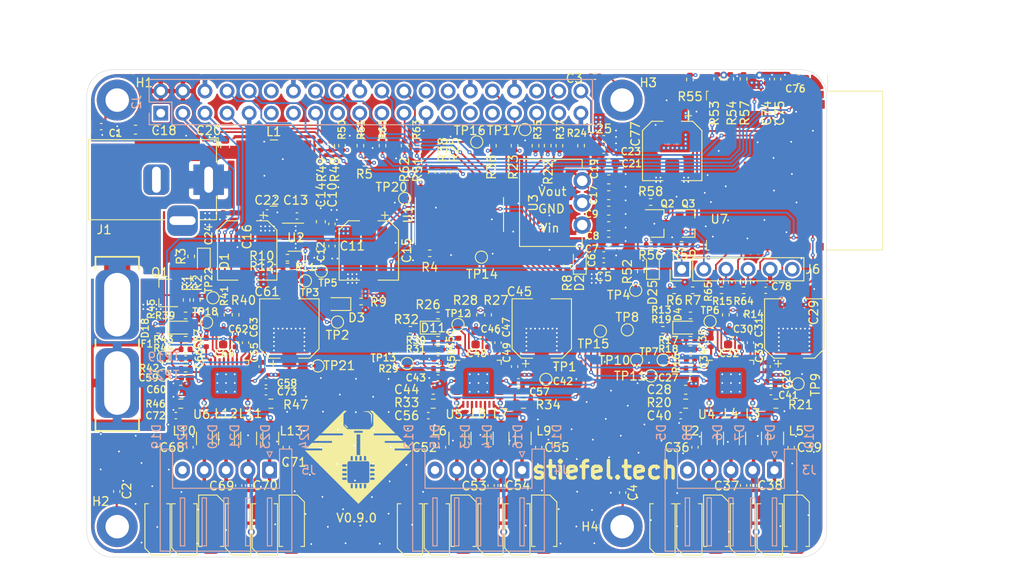
<source format=kicad_pcb>
(kicad_pcb (version 20171130) (host pcbnew 5.1.12-84ad8e8a86~92~ubuntu20.04.1)

  (general
    (thickness 1.6)
    (drawings 17)
    (tracks 1723)
    (zones 0)
    (modules 226)
    (nets 165)
  )

  (page A4)
  (layers
    (0 F.Cu signal)
    (1 In1.Cu power)
    (2 In2.Cu power)
    (31 B.Cu signal)
    (32 B.Adhes user)
    (33 F.Adhes user)
    (34 B.Paste user)
    (35 F.Paste user)
    (36 B.SilkS user)
    (37 F.SilkS user)
    (38 B.Mask user)
    (39 F.Mask user)
    (40 Dwgs.User user)
    (41 Cmts.User user)
    (42 Eco1.User user)
    (43 Eco2.User user)
    (44 Edge.Cuts user)
    (45 Margin user)
    (46 B.CrtYd user)
    (47 F.CrtYd user)
    (48 B.Fab user)
    (49 F.Fab user)
  )

  (setup
    (last_trace_width 0.25)
    (user_trace_width 0.2)
    (user_trace_width 0.25)
    (user_trace_width 0.3)
    (user_trace_width 0.35)
    (user_trace_width 0.4)
    (user_trace_width 0.45)
    (user_trace_width 0.5)
    (user_trace_width 0.6)
    (user_trace_width 0.7)
    (user_trace_width 0.8)
    (user_trace_width 0.9)
    (user_trace_width 1)
    (trace_clearance 0.2)
    (zone_clearance 0.2)
    (zone_45_only no)
    (trace_min 0.127)
    (via_size 0.8)
    (via_drill 0.4)
    (via_min_size 0.45)
    (via_min_drill 0.2)
    (user_via 0.45 0.2)
    (user_via 0.5 0.25)
    (user_via 0.6 0.3)
    (user_via 0.7 0.35)
    (user_via 0.8 0.4)
    (user_via 0.9 0.45)
    (user_via 1 0.5)
    (uvia_size 0.3)
    (uvia_drill 0.1)
    (uvias_allowed no)
    (uvia_min_size 0.2)
    (uvia_min_drill 0.1)
    (edge_width 0.05)
    (segment_width 0.2)
    (pcb_text_width 0.3)
    (pcb_text_size 1.5 1.5)
    (mod_edge_width 0.12)
    (mod_text_size 1 1)
    (mod_text_width 0.15)
    (pad_size 1.524 1.524)
    (pad_drill 0.762)
    (pad_to_mask_clearance 0)
    (aux_axis_origin 0 0)
    (grid_origin 120 116)
    (visible_elements 7FFFFFFF)
    (pcbplotparams
      (layerselection 0x010fc_ffffffff)
      (usegerberextensions true)
      (usegerberattributes false)
      (usegerberadvancedattributes false)
      (creategerberjobfile false)
      (excludeedgelayer true)
      (linewidth 0.100000)
      (plotframeref false)
      (viasonmask false)
      (mode 1)
      (useauxorigin false)
      (hpglpennumber 1)
      (hpglpenspeed 20)
      (hpglpendiameter 15.000000)
      (psnegative false)
      (psa4output false)
      (plotreference true)
      (plotvalue false)
      (plotinvisibletext false)
      (padsonsilk false)
      (subtractmaskfromsilk true)
      (outputformat 1)
      (mirror false)
      (drillshape 0)
      (scaleselection 1)
      (outputdirectory "output/"))
  )

  (net 0 "")
  (net 1 +12V)
  (net 2 GND)
  (net 3 +5V)
  (net 4 +3V3)
  (net 5 "/Motor driver 0/VREF")
  (net 6 /OA1_0)
  (net 7 /OA2_0)
  (net 8 /OB1_0)
  (net 9 /OB2_0)
  (net 10 "/Motor driver 1/VREF")
  (net 11 /OA1_1)
  (net 12 /OA2_1)
  (net 13 /OB1_1)
  (net 14 /OB2_1)
  (net 15 "/Motor driver 2/VREF")
  (net 16 /OA1_2)
  (net 17 /OA2_2)
  (net 18 /OB1_2)
  (net 19 /OB2_2)
  (net 20 "Net-(D1-Pad1)")
  (net 21 "Net-(D2-Pad1)")
  (net 22 "Net-(D3-Pad1)")
  (net 23 "Net-(D4-Pad1)")
  (net 24 "Net-(D11-Pad1)")
  (net 25 "Net-(D18-Pad1)")
  (net 26 "Net-(F1-Pad1)")
  (net 27 "Net-(F1-Pad2)")
  (net 28 /GPIO2_PI)
  (net 29 /GPIO3_PI)
  (net 30 /GPIO4_PI)
  (net 31 "/UART_TX(14)_PI")
  (net 32 "/UART_RX(15)_PI")
  (net 33 /GPIO17_PI)
  (net 34 /GPIO18_PI)
  (net 35 /GPIO27_PI)
  (net 36 /GPIO22_PI)
  (net 37 /GPIO23_PI)
  (net 38 /GPIO24_PI)
  (net 39 "/MOSI(10)_PI")
  (net 40 "/MISO(9)_PI")
  (net 41 /GPIO25_PI)
  (net 42 "/CLK(11)_PI")
  (net 43 "/CE0(8)_PI")
  (net 44 /GPIO7_PI)
  (net 45 /GPIO0_PI)
  (net 46 /GPIO1_PI)
  (net 47 /GPIO5_PI)
  (net 48 /GPIO6_PI)
  (net 49 "/PWM0(12)_PI")
  (net 50 "/PWM1(13)_PI")
  (net 51 /GPIO19_PI)
  (net 52 /GPIO16_PI)
  (net 53 /GPIO26_PI)
  (net 54 /GPIO20_PI)
  (net 55 /GPIO21_PI)
  (net 56 "Net-(J3-Pad5)")
  (net 57 "Net-(J4-Pad5)")
  (net 58 "Net-(J5-Pad5)")
  (net 59 /ESP8266/~RTS_ESP)
  (net 60 /ESP8266/~DTR_ESP)
  (net 61 /ESP8266/RX_ESP)
  (net 62 /ESP8266/TX_ESP)
  (net 63 "/Motor driver 0/OA1_FILTERED")
  (net 64 "/Motor driver 0/OA2_FILTERED")
  (net 65 "/Motor driver 0/OB1_FILTERED")
  (net 66 "/Motor driver 0/OB2_FILTERED")
  (net 67 "/Motor driver 1/OA1_FILTERED")
  (net 68 "/Motor driver 1/OA2_FILTERED")
  (net 69 "/Motor driver 1/OB1_FILTERED")
  (net 70 "/Motor driver 1/OB2_FILTERED")
  (net 71 "/Motor driver 2/OA1_FILTERED")
  (net 72 "/Motor driver 2/OA2_FILTERED")
  (net 73 "/Motor driver 2/OB1_FILTERED")
  (net 74 "/Motor driver 2/OB2_FILTERED")
  (net 75 "Net-(Q1-Pad1)")
  (net 76 "Net-(Q2-Pad1)")
  (net 77 "Net-(Q3-Pad1)")
  (net 78 /ESP8266/ADC_ESP)
  (net 79 /GPIO4_ESP)
  (net 80 "/Motor driver 0/DIAG")
  (net 81 "/Motor driver 0/VREF_OVR")
  (net 82 "/Motor driver 0/MS1")
  (net 83 "/Motor driver 0/MS2")
  (net 84 "/Motor driver 0/~PDN_UART")
  (net 85 "/Motor driver 1/DIAG")
  (net 86 "/Motor driver 1/VREF_OVR")
  (net 87 "/Motor driver 1/MS1")
  (net 88 "/Motor driver 1/MS2")
  (net 89 "/Motor driver 1/~PDN_UART")
  (net 90 "/Motor driver 2/DIAG")
  (net 91 "/Motor driver 2/VREF_OVR")
  (net 92 "/Motor driver 2/MS1")
  (net 93 "/Motor driver 2/MS2")
  (net 94 "/Motor driver 2/~PDN_UART")
  (net 95 "Net-(U1-Pad1)")
  (net 96 "Net-(U1-Pad2)")
  (net 97 "Net-(U1-Pad4)")
  (net 98 "Net-(U1-Pad5)")
  (net 99 "Net-(U1-Pad12)")
  (net 100 "Net-(U4-Pad2)")
  (net 101 "Net-(U5-Pad2)")
  (net 102 "Net-(U6-Pad2)")
  (net 103 /ESP8266/~RST)
  (net 104 VD)
  (net 105 "Net-(C1-Pad2)")
  (net 106 "Net-(C2-Pad2)")
  (net 107 "Net-(C3-Pad2)")
  (net 108 "Net-(C4-Pad2)")
  (net 109 "Net-(C13-Pad2)")
  (net 110 "Net-(C13-Pad1)")
  (net 111 "Net-(C31-Pad1)")
  (net 112 "Net-(C33-Pad2)")
  (net 113 "Net-(C33-Pad1)")
  (net 114 "Net-(C40-Pad2)")
  (net 115 "Net-(C41-Pad2)")
  (net 116 "Net-(C47-Pad1)")
  (net 117 "Net-(C49-Pad2)")
  (net 118 "Net-(C49-Pad1)")
  (net 119 "Net-(C56-Pad2)")
  (net 120 "Net-(C57-Pad2)")
  (net 121 "Net-(C63-Pad1)")
  (net 122 "Net-(C65-Pad2)")
  (net 123 "Net-(C65-Pad1)")
  (net 124 "Net-(C72-Pad2)")
  (net 125 "Net-(C73-Pad2)")
  (net 126 "/Motor driver 0/V5V_REF")
  (net 127 "/Motor driver 1/V5V_REF")
  (net 128 "/Motor driver 2/V5V_REF")
  (net 129 "Net-(U4-Pad31)")
  (net 130 "Net-(U4-Pad29)")
  (net 131 "Net-(U4-Pad28)")
  (net 132 "Net-(U4-Pad26)")
  (net 133 "Net-(U4-Pad23)")
  (net 134 "Net-(U4-Pad21)")
  (net 135 "Net-(U4-Pad4)")
  (net 136 "Net-(U5-Pad31)")
  (net 137 "Net-(U5-Pad29)")
  (net 138 "Net-(U5-Pad28)")
  (net 139 "Net-(U5-Pad26)")
  (net 140 "Net-(U5-Pad23)")
  (net 141 "Net-(U5-Pad21)")
  (net 142 "Net-(U5-Pad4)")
  (net 143 "Net-(U6-Pad31)")
  (net 144 "Net-(U6-Pad29)")
  (net 145 "Net-(U6-Pad28)")
  (net 146 "Net-(U6-Pad26)")
  (net 147 "Net-(U6-Pad23)")
  (net 148 "Net-(U6-Pad21)")
  (net 149 "Net-(U6-Pad4)")
  (net 150 /ESP8266/GPIO5)
  (net 151 /ESP8266/GPIO0)
  (net 152 /ESP8266/GPIO2)
  (net 153 /ESP8266/EN)
  (net 154 /ESP8266/CS)
  (net 155 /ESP8266/MISO)
  (net 156 /ESP8266/MOSI)
  (net 157 /ESP8266/CLK)
  (net 158 /ESP8266/TX)
  (net 159 /ESP8266/RX)
  (net 160 "Net-(D25-Pad1)")
  (net 161 "Net-(R10-Pad1)")
  (net 162 "Net-(R19-Pad2)")
  (net 163 "Net-(R32-Pad2)")
  (net 164 "Net-(R45-Pad2)")

  (net_class Default "This is the default net class."
    (clearance 0.2)
    (trace_width 0.25)
    (via_dia 0.8)
    (via_drill 0.4)
    (uvia_dia 0.3)
    (uvia_drill 0.1)
    (add_net +12V)
    (add_net +3V3)
    (add_net +5V)
    (add_net "/CE0(8)_PI")
    (add_net "/CLK(11)_PI")
    (add_net /ESP8266/ADC_ESP)
    (add_net /ESP8266/CLK)
    (add_net /ESP8266/CS)
    (add_net /ESP8266/EN)
    (add_net /ESP8266/GPIO0)
    (add_net /ESP8266/GPIO2)
    (add_net /ESP8266/GPIO5)
    (add_net /ESP8266/MISO)
    (add_net /ESP8266/MOSI)
    (add_net /ESP8266/RX)
    (add_net /ESP8266/RX_ESP)
    (add_net /ESP8266/TX)
    (add_net /ESP8266/TX_ESP)
    (add_net /ESP8266/~DTR_ESP)
    (add_net /ESP8266/~RST)
    (add_net /ESP8266/~RTS_ESP)
    (add_net /GPIO0_PI)
    (add_net /GPIO16_PI)
    (add_net /GPIO17_PI)
    (add_net /GPIO18_PI)
    (add_net /GPIO19_PI)
    (add_net /GPIO1_PI)
    (add_net /GPIO20_PI)
    (add_net /GPIO21_PI)
    (add_net /GPIO22_PI)
    (add_net /GPIO23_PI)
    (add_net /GPIO24_PI)
    (add_net /GPIO25_PI)
    (add_net /GPIO26_PI)
    (add_net /GPIO27_PI)
    (add_net /GPIO2_PI)
    (add_net /GPIO3_PI)
    (add_net /GPIO4_ESP)
    (add_net /GPIO4_PI)
    (add_net /GPIO5_PI)
    (add_net /GPIO6_PI)
    (add_net /GPIO7_PI)
    (add_net "/MISO(9)_PI")
    (add_net "/MOSI(10)_PI")
    (add_net "/Motor driver 0/DIAG")
    (add_net "/Motor driver 0/MS1")
    (add_net "/Motor driver 0/MS2")
    (add_net "/Motor driver 0/OA1_FILTERED")
    (add_net "/Motor driver 0/OA2_FILTERED")
    (add_net "/Motor driver 0/OB1_FILTERED")
    (add_net "/Motor driver 0/OB2_FILTERED")
    (add_net "/Motor driver 0/V5V_REF")
    (add_net "/Motor driver 0/VREF")
    (add_net "/Motor driver 0/VREF_OVR")
    (add_net "/Motor driver 0/~PDN_UART")
    (add_net "/Motor driver 1/DIAG")
    (add_net "/Motor driver 1/MS1")
    (add_net "/Motor driver 1/MS2")
    (add_net "/Motor driver 1/OA1_FILTERED")
    (add_net "/Motor driver 1/OA2_FILTERED")
    (add_net "/Motor driver 1/OB1_FILTERED")
    (add_net "/Motor driver 1/OB2_FILTERED")
    (add_net "/Motor driver 1/V5V_REF")
    (add_net "/Motor driver 1/VREF")
    (add_net "/Motor driver 1/VREF_OVR")
    (add_net "/Motor driver 1/~PDN_UART")
    (add_net "/Motor driver 2/DIAG")
    (add_net "/Motor driver 2/MS1")
    (add_net "/Motor driver 2/MS2")
    (add_net "/Motor driver 2/OA1_FILTERED")
    (add_net "/Motor driver 2/OA2_FILTERED")
    (add_net "/Motor driver 2/OB1_FILTERED")
    (add_net "/Motor driver 2/OB2_FILTERED")
    (add_net "/Motor driver 2/V5V_REF")
    (add_net "/Motor driver 2/VREF")
    (add_net "/Motor driver 2/VREF_OVR")
    (add_net "/Motor driver 2/~PDN_UART")
    (add_net /OA1_0)
    (add_net /OA1_1)
    (add_net /OA1_2)
    (add_net /OA2_0)
    (add_net /OA2_1)
    (add_net /OA2_2)
    (add_net /OB1_0)
    (add_net /OB1_1)
    (add_net /OB1_2)
    (add_net /OB2_0)
    (add_net /OB2_1)
    (add_net /OB2_2)
    (add_net "/PWM0(12)_PI")
    (add_net "/PWM1(13)_PI")
    (add_net "/UART_RX(15)_PI")
    (add_net "/UART_TX(14)_PI")
    (add_net GND)
    (add_net "Net-(C1-Pad2)")
    (add_net "Net-(C13-Pad1)")
    (add_net "Net-(C13-Pad2)")
    (add_net "Net-(C2-Pad2)")
    (add_net "Net-(C3-Pad2)")
    (add_net "Net-(C31-Pad1)")
    (add_net "Net-(C33-Pad1)")
    (add_net "Net-(C33-Pad2)")
    (add_net "Net-(C4-Pad2)")
    (add_net "Net-(C40-Pad2)")
    (add_net "Net-(C41-Pad2)")
    (add_net "Net-(C47-Pad1)")
    (add_net "Net-(C49-Pad1)")
    (add_net "Net-(C49-Pad2)")
    (add_net "Net-(C56-Pad2)")
    (add_net "Net-(C57-Pad2)")
    (add_net "Net-(C63-Pad1)")
    (add_net "Net-(C65-Pad1)")
    (add_net "Net-(C65-Pad2)")
    (add_net "Net-(C72-Pad2)")
    (add_net "Net-(C73-Pad2)")
    (add_net "Net-(D1-Pad1)")
    (add_net "Net-(D11-Pad1)")
    (add_net "Net-(D18-Pad1)")
    (add_net "Net-(D2-Pad1)")
    (add_net "Net-(D25-Pad1)")
    (add_net "Net-(D3-Pad1)")
    (add_net "Net-(D4-Pad1)")
    (add_net "Net-(F1-Pad1)")
    (add_net "Net-(F1-Pad2)")
    (add_net "Net-(J3-Pad5)")
    (add_net "Net-(J4-Pad5)")
    (add_net "Net-(J5-Pad5)")
    (add_net "Net-(Q1-Pad1)")
    (add_net "Net-(Q2-Pad1)")
    (add_net "Net-(Q3-Pad1)")
    (add_net "Net-(R10-Pad1)")
    (add_net "Net-(R19-Pad2)")
    (add_net "Net-(R32-Pad2)")
    (add_net "Net-(R45-Pad2)")
    (add_net "Net-(U1-Pad1)")
    (add_net "Net-(U1-Pad12)")
    (add_net "Net-(U1-Pad2)")
    (add_net "Net-(U1-Pad4)")
    (add_net "Net-(U1-Pad5)")
    (add_net "Net-(U4-Pad2)")
    (add_net "Net-(U4-Pad21)")
    (add_net "Net-(U4-Pad23)")
    (add_net "Net-(U4-Pad26)")
    (add_net "Net-(U4-Pad28)")
    (add_net "Net-(U4-Pad29)")
    (add_net "Net-(U4-Pad31)")
    (add_net "Net-(U4-Pad4)")
    (add_net "Net-(U5-Pad2)")
    (add_net "Net-(U5-Pad21)")
    (add_net "Net-(U5-Pad23)")
    (add_net "Net-(U5-Pad26)")
    (add_net "Net-(U5-Pad28)")
    (add_net "Net-(U5-Pad29)")
    (add_net "Net-(U5-Pad31)")
    (add_net "Net-(U5-Pad4)")
    (add_net "Net-(U6-Pad2)")
    (add_net "Net-(U6-Pad21)")
    (add_net "Net-(U6-Pad23)")
    (add_net "Net-(U6-Pad26)")
    (add_net "Net-(U6-Pad28)")
    (add_net "Net-(U6-Pad29)")
    (add_net "Net-(U6-Pad31)")
    (add_net "Net-(U6-Pad4)")
    (add_net VD)
  )

  (module SaMcam_shield:Logo (layer F.Cu) (tedit 61E2BB64) (tstamp 61E3284A)
    (at 151.2 104.5)
    (fp_text reference G*** (at 0 0) (layer F.SilkS) hide
      (effects (font (size 1.524 1.524) (thickness 0.3)))
    )
    (fp_text value LOGO (at 0.75 0) (layer F.SilkS) hide
      (effects (font (size 1.524 1.524) (thickness 0.3)))
    )
    (fp_poly (pts (xy 1.222849 -5.243334) (xy 1.235856 -5.231164) (xy 1.258963 -5.208951) (xy 1.290241 -5.178572)
      (xy 1.327763 -5.141905) (xy 1.369601 -5.100826) (xy 1.407583 -5.063385) (xy 1.566333 -4.906601)
      (xy 1.566306 -4.758351) (xy 1.565586 -4.675171) (xy 1.563558 -4.583102) (xy 1.560371 -4.484922)
      (xy 1.55618 -4.383406) (xy 1.551134 -4.281331) (xy 1.545387 -4.181475) (xy 1.539089 -4.086614)
      (xy 1.532393 -3.999526) (xy 1.52545 -3.922986) (xy 1.518413 -3.859772) (xy 1.516312 -3.843867)
      (xy 1.512332 -3.819044) (xy 1.509048 -3.809578) (xy 1.505754 -3.81395) (xy 1.504467 -3.818467)
      (xy 1.499262 -3.846178) (xy 1.493735 -3.88874) (xy 1.488013 -3.944076) (xy 1.482222 -4.010108)
      (xy 1.476489 -4.084761) (xy 1.47094 -4.165957) (xy 1.465702 -4.251619) (xy 1.4609 -4.339671)
      (xy 1.45666 -4.428036) (xy 1.45311 -4.514637) (xy 1.450376 -4.597396) (xy 1.448583 -4.674238)
      (xy 1.447859 -4.743086) (xy 1.44785 -4.749354) (xy 1.4478 -4.854742) (xy 1.356604 -4.948321)
      (xy 1.319053 -4.98707) (xy 1.280204 -5.027524) (xy 1.244131 -5.06542) (xy 1.214906 -5.096495)
      (xy 1.209512 -5.102304) (xy 1.153615 -5.162707) (xy 0.993791 -5.172613) (xy 0.931919 -5.176726)
      (xy 0.865013 -5.181639) (xy 0.799165 -5.186876) (xy 0.74047 -5.19196) (xy 0.7112 -5.194741)
      (xy 0.666584 -5.199136) (xy 0.627392 -5.202909) (xy 0.597 -5.205741) (xy 0.578782 -5.207315)
      (xy 0.575733 -5.207518) (xy 0.571375 -5.21008) (xy 0.580807 -5.215259) (xy 0.596021 -5.218616)
      (xy 0.625972 -5.222799) (xy 0.668497 -5.227611) (xy 0.72143 -5.232855) (xy 0.782606 -5.238337)
      (xy 0.849862 -5.243859) (xy 0.921032 -5.249225) (xy 0.993952 -5.25424) (xy 1.049282 -5.257701)
      (xy 1.196864 -5.2665) (xy 1.222849 -5.243334)) (layer F.SilkS) (width 0.01))
    (fp_poly (pts (xy -1.601723 -3.736896) (xy -1.583969 -3.730797) (xy -1.570066 -3.725119) (xy -1.509888 -3.69385)
      (xy -1.445947 -3.651138) (xy -1.382473 -3.600468) (xy -1.323693 -3.545326) (xy -1.273836 -3.4892)
      (xy -1.257382 -3.467314) (xy -1.238998 -3.439779) (xy -1.219716 -3.408333) (xy -1.201736 -3.376905)
      (xy -1.187258 -3.349426) (xy -1.178481 -3.329829) (xy -1.176867 -3.323449) (xy -1.183371 -3.319049)
      (xy -1.203022 -3.324534) (xy -1.236024 -3.339972) (xy -1.251387 -3.348072) (xy -1.334727 -3.400796)
      (xy -1.413758 -3.465772) (xy -1.485165 -3.539646) (xy -1.545634 -3.619064) (xy -1.58418 -3.684876)
      (xy -1.596813 -3.71047) (xy -1.605656 -3.729536) (xy -1.608667 -3.737492) (xy -1.601723 -3.736896)) (layer F.SilkS) (width 0.01))
    (fp_poly (pts (xy -1.482469 -5.306682) (xy -1.327056 -5.304367) (xy -1.516545 -5.126092) (xy -1.706033 -4.947817)
      (xy -1.708201 -4.282981) (xy -1.710369 -3.618144) (xy -1.261623 -3.194618) (xy 0.010538 -3.189495)
      (xy 1.2827 -3.184371) (xy 1.500716 -3.401875) (xy 1.718733 -3.619378) (xy 1.718733 -4.923232)
      (xy 1.526186 -5.115916) (xy 1.333638 -5.3086) (xy 1.646787 -5.3086) (xy 2.946371 -4.008996)
      (xy 4.245956 -2.709391) (xy 3.009861 -2.707246) (xy 1.773766 -2.7051) (xy 1.773766 -2.484967)
      (xy 3.124902 -2.480734) (xy 4.476037 -2.4765) (xy 4.797068 -2.161227) (xy 5.1181 -1.845954)
      (xy 4.074583 -1.845844) (xy 3.031067 -1.845734) (xy 3.031067 -1.617134) (xy 5.346785 -1.617134)
      (xy 5.664161 -1.299672) (xy 5.981538 -0.982211) (xy 5.075686 -0.980056) (xy 4.169833 -0.9779)
      (xy 4.169833 -0.757767) (xy 5.149855 -0.753534) (xy 6.129878 -0.7493) (xy 3.299889 2.078593)
      (xy 3.114214 2.264125) (xy 2.930653 2.447538) (xy 2.749615 2.62842) (xy 2.571512 2.806363)
      (xy 2.396754 2.980955) (xy 2.225751 3.151788) (xy 2.058914 3.31845) (xy 1.896653 3.480533)
      (xy 1.73938 3.637625) (xy 1.587504 3.789317) (xy 1.441437 3.9352) (xy 1.301589 4.074862)
      (xy 1.16837 4.207894) (xy 1.042191 4.333886) (xy 0.923463 4.452428) (xy 0.812596 4.56311)
      (xy 0.71 4.665523) (xy 0.616088 4.759255) (xy 0.531268 4.843897) (xy 0.455951 4.919039)
      (xy 0.390549 4.98427) (xy 0.335471 5.039182) (xy 0.291128 5.083364) (xy 0.257932 5.116406)
      (xy 0.236291 5.137898) (xy 0.235905 5.13828) (xy 0.00191 5.370075) (xy -2.296459 3.0734)
      (xy -0.889 3.0734) (xy -0.889 3.293953) (xy -0.888801 3.365372) (xy -0.888145 3.421694)
      (xy -0.886943 3.464749) (xy -0.885106 3.496371) (xy -0.882544 3.518391) (xy -0.879169 3.532641)
      (xy -0.877167 3.53739) (xy -0.849383 3.574297) (xy -0.812544 3.598545) (xy -0.769843 3.609167)
      (xy -0.724473 3.605197) (xy -0.692818 3.593208) (xy -0.672689 3.578423) (xy -0.652911 3.557278)
      (xy -0.650484 3.554011) (xy -0.644577 3.545229) (xy -0.639957 3.536012) (xy -0.636439 3.52423)
      (xy -0.633837 3.507755) (xy -0.631964 3.48446) (xy -0.630635 3.452217) (xy -0.629663 3.408898)
      (xy -0.628863 3.352374) (xy -0.628261 3.299883) (xy -0.625756 3.0734) (xy -0.381 3.0734)
      (xy -0.381 3.289571) (xy -0.380804 3.362136) (xy -0.380019 3.419843) (xy -0.378351 3.464766)
      (xy -0.375506 3.498978) (xy -0.371191 3.524553) (xy -0.36511 3.543563) (xy -0.35697 3.558083)
      (xy -0.346477 3.570186) (xy -0.340396 3.575855) (xy -0.3012 3.60012) (xy -0.25706 3.609488)
      (xy -0.211722 3.603595) (xy -0.182919 3.591144) (xy -0.159945 3.573874) (xy -0.140585 3.553281)
      (xy -0.135244 3.545339) (xy -0.131055 3.536135) (xy -0.127849 3.523577) (xy -0.125458 3.505575)
      (xy -0.123713 3.48004) (xy -0.122446 3.444882) (xy -0.121487 3.398009) (xy -0.120668 3.337332)
      (xy -0.120261 3.301398) (xy -0.117756 3.0734) (xy 0.127 3.0734) (xy 0.127 3.290137)
      (xy 0.12716 3.359185) (xy 0.127715 3.413396) (xy 0.12878 3.454861) (xy 0.130469 3.485675)
      (xy 0.132894 3.507929) (xy 0.136169 3.523716) (xy 0.140299 3.5349) (xy 0.166792 3.573097)
      (xy 0.202165 3.598286) (xy 0.243477 3.609585) (xy 0.287784 3.606109) (xy 0.325938 3.590686)
      (xy 0.347973 3.57359) (xy 0.368352 3.550845) (xy 0.370388 3.54794) (xy 0.376139 3.53886)
      (xy 0.380601 3.529327) (xy 0.383937 3.517187) (xy 0.38631 3.500285) (xy 0.387885 3.476466)
      (xy 0.388824 3.443575) (xy 0.389292 3.399457) (xy 0.389308 3.393378) (xy 0.636174 3.393378)
      (xy 0.63648 3.440357) (xy 0.637153 3.477512) (xy 0.638167 3.502122) (xy 0.638945 3.509825)
      (xy 0.65302 3.544438) (xy 0.679418 3.574728) (xy 0.713692 3.597612) (xy 0.751397 3.610004)
      (xy 0.783166 3.60992) (xy 0.809276 3.602017) (xy 0.833938 3.590686) (xy 0.855973 3.57359)
      (xy 0.876352 3.550845) (xy 0.878388 3.54794) (xy 0.884136 3.538864) (xy 0.888597 3.529337)
      (xy 0.891932 3.517203) (xy 0.894306 3.500311) (xy 0.895882 3.476506) (xy 0.896822 3.443634)
      (xy 0.897291 3.399543) (xy 0.897451 3.342078) (xy 0.897466 3.296294) (xy 0.897466 3.072958)
      (xy 0.76835 3.075296) (xy 0.639233 3.077633) (xy 0.636768 3.280833) (xy 0.636262 3.339296)
      (xy 0.636174 3.393378) (xy 0.389308 3.393378) (xy 0.389451 3.341958) (xy 0.389466 3.296514)
      (xy 0.389466 3.0734) (xy 0.127 3.0734) (xy -0.117756 3.0734) (xy -0.381 3.0734)
      (xy -0.625756 3.0734) (xy -0.889 3.0734) (xy -2.296459 3.0734) (xy -2.870384 2.499899)
      (xy -1.871838 2.499899) (xy -1.864286 2.540347) (xy -1.842795 2.577046) (xy -1.807533 2.607187)
      (xy -1.795188 2.614083) (xy -1.782742 2.62) (xy -1.77022 2.624547) (xy -1.755285 2.627904)
      (xy -1.735597 2.63025) (xy -1.708817 2.631766) (xy -1.672608 2.632631) (xy -1.624631 2.633027)
      (xy -1.562546 2.633131) (xy -1.547606 2.633133) (xy -1.337733 2.633133) (xy -1.337733 2.36141)
      (xy -1.561499 2.363921) (xy -1.629143 2.364746) (xy -1.681967 2.365633) (xy -1.722086 2.366756)
      (xy -1.751615 2.368287) (xy -1.772666 2.3704) (xy -1.787354 2.373265) (xy -1.797792 2.377057)
      (xy -1.806095 2.381948) (xy -1.809149 2.384145) (xy -1.84444 2.41899) (xy -1.86528 2.458511)
      (xy -1.871838 2.499899) (xy -2.870384 2.499899) (xy -3.061862 2.308563) (xy -3.370117 2.000535)
      (xy -1.870626 2.000535) (xy -1.860436 2.040895) (xy -1.839165 2.076735) (xy -1.808232 2.104161)
      (xy -1.781223 2.116375) (xy -1.766144 2.118434) (xy -1.736777 2.120329) (xy -1.695768 2.121968)
      (xy -1.645762 2.12326) (xy -1.589406 2.124115) (xy -1.547283 2.124405) (xy -1.337733 2.125133)
      (xy -1.337733 1.853174) (xy -1.5615 1.855804) (xy -1.63265 1.856703) (xy -1.688986 1.857859)
      (xy -1.732626 1.859754) (xy -1.765687 1.862869) (xy -1.790289 1.867684) (xy -1.808547 1.874682)
      (xy -1.822581 1.884343) (xy -1.834507 1.89715) (xy -1.846445 1.913582) (xy -1.852083 1.921847)
      (xy -1.868315 1.959554) (xy -1.870626 2.000535) (xy -3.370117 2.000535) (xy -3.673722 1.697153)
      (xy -1.26317 1.697153) (xy -1.263141 1.817091) (xy -1.262951 1.936166) (xy -1.262599 2.053107)
      (xy -1.262087 2.166643) (xy -1.261413 2.275501) (xy -1.260578 2.378413) (xy -1.259582 2.474105)
      (xy -1.258424 2.561308) (xy -1.257106 2.63875) (xy -1.255626 2.705159) (xy -1.253984 2.759266)
      (xy -1.252182 2.799798) (xy -1.250218 2.825484) (xy -1.248873 2.83356) (xy -1.228031 2.878851)
      (xy -1.19499 2.922089) (xy -1.154215 2.958212) (xy -1.122156 2.977171) (xy -1.0795 2.997034)
      (xy 1.087966 2.997034) (xy 1.130622 2.977171) (xy 1.174222 2.949429) (xy 1.213345 2.910882)
      (xy 1.243526 2.866589) (xy 1.257339 2.83356) (xy 1.259231 2.825458) (xy 1.26093 2.813987)
      (xy 1.262444 2.79827) (xy 1.263785 2.777431) (xy 1.264963 2.750593) (xy 1.265986 2.71688)
      (xy 1.266867 2.675415) (xy 1.267482 2.634158) (xy 1.3462 2.634158) (xy 1.569966 2.631529)
      (xy 1.637614 2.630668) (xy 1.690443 2.629752) (xy 1.730567 2.628607) (xy 1.7601 2.627058)
      (xy 1.781155 2.624933) (xy 1.795847 2.622057) (xy 1.80629 2.618257) (xy 1.814597 2.61336)
      (xy 1.817616 2.611188) (xy 1.853452 2.575627) (xy 1.874187 2.535071) (xy 1.879821 2.492187)
      (xy 1.870354 2.449642) (xy 1.845787 2.410102) (xy 1.817615 2.384145) (xy 1.80957 2.378788)
      (xy 1.800198 2.374596) (xy 1.787384 2.371397) (xy 1.769016 2.369017) (xy 1.742978 2.367284)
      (xy 1.707158 2.366025) (xy 1.659441 2.365068) (xy 1.597713 2.36424) (xy 1.569965 2.363921)
      (xy 1.3462 2.36141) (xy 1.3462 2.634158) (xy 1.267482 2.634158) (xy 1.267614 2.625322)
      (xy 1.268237 2.565724) (xy 1.268748 2.495745) (xy 1.269155 2.414508) (xy 1.269469 2.321137)
      (xy 1.2697 2.214756) (xy 1.269816 2.126158) (xy 1.3462 2.126158) (xy 1.569966 2.123529)
      (xy 1.637614 2.122668) (xy 1.690443 2.121752) (xy 1.730567 2.120607) (xy 1.7601 2.119058)
      (xy 1.781155 2.116933) (xy 1.795847 2.114057) (xy 1.80629 2.110257) (xy 1.814597 2.10536)
      (xy 1.817616 2.103188) (xy 1.853452 2.067627) (xy 1.874187 2.027071) (xy 1.879821 1.984187)
      (xy 1.870354 1.941642) (xy 1.845787 1.902102) (xy 1.817615 1.876145) (xy 1.80957 1.870788)
      (xy 1.800198 1.866596) (xy 1.787384 1.863397) (xy 1.769016 1.861017) (xy 1.742978 1.859284)
      (xy 1.707158 1.858025) (xy 1.659441 1.857068) (xy 1.597713 1.85624) (xy 1.569965 1.855921)
      (xy 1.3462 1.85341) (xy 1.3462 2.126158) (xy 1.269816 2.126158) (xy 1.269858 2.094487)
      (xy 1.269953 1.959455) (xy 1.269995 1.808783) (xy 1.27 1.731404) (xy 1.270014 1.618158)
      (xy 1.3462 1.618158) (xy 1.569966 1.615529) (xy 1.637614 1.614668) (xy 1.690443 1.613752)
      (xy 1.730567 1.612607) (xy 1.7601 1.611058) (xy 1.781155 1.608933) (xy 1.795847 1.606057)
      (xy 1.80629 1.602257) (xy 1.814597 1.59736) (xy 1.817616 1.595188) (xy 1.853704 1.559545)
      (xy 1.874469 1.517989) (xy 1.8796 1.481666) (xy 1.871452 1.436292) (xy 1.847451 1.395863)
      (xy 1.817616 1.368145) (xy 1.809566 1.362787) (xy 1.800179 1.358593) (xy 1.787341 1.355389)
      (xy 1.768939 1.353) (xy 1.742858 1.351254) (xy 1.706985 1.349976) (xy 1.659206 1.348994)
      (xy 1.597407 1.348133) (xy 1.569966 1.347804) (xy 1.3462 1.345174) (xy 1.3462 1.618158)
      (xy 1.270014 1.618158) (xy 1.27002 1.571966) (xy 1.270051 1.428563) (xy 1.270045 1.300297)
      (xy 1.269956 1.186271) (xy 1.269791 1.109922) (xy 1.3462 1.109922) (xy 1.569965 1.107411)
      (xy 1.637609 1.106587) (xy 1.690433 1.105699) (xy 1.730553 1.104576) (xy 1.760081 1.103045)
      (xy 1.781132 1.100933) (xy 1.79582 1.098067) (xy 1.806258 1.094275) (xy 1.814561 1.089384)
      (xy 1.817615 1.087188) (xy 1.853451 1.051628) (xy 1.874187 1.011072) (xy 1.879821 0.968188)
      (xy 1.870355 0.925643) (xy 1.845787 0.886102) (xy 1.817616 0.860145) (xy 1.809566 0.854787)
      (xy 1.800179 0.850593) (xy 1.787341 0.847389) (xy 1.768939 0.845) (xy 1.742858 0.843254)
      (xy 1.706985 0.841976) (xy 1.659206 0.840994) (xy 1.597407 0.840133) (xy 1.569966 0.839804)
      (xy 1.3462 0.837174) (xy 1.3462 1.109922) (xy 1.269791 1.109922) (xy 1.269738 1.085587)
      (xy 1.269343 0.997348) (xy 1.268726 0.920654) (xy 1.267841 0.854609) (xy 1.26664 0.798315)
      (xy 1.265077 0.750873) (xy 1.263105 0.711386) (xy 1.260679 0.678957) (xy 1.257751 0.652687)
      (xy 1.254275 0.631678) (xy 1.250205 0.615033) (xy 1.245494 0.601854) (xy 1.240096 0.591243)
      (xy 1.233964 0.582302) (xy 1.227051 0.574133) (xy 1.219312 0.565839) (xy 1.210699 0.556522)
      (xy 1.209066 0.554682) (xy 1.183675 0.529505) (xy 1.155592 0.507013) (xy 1.139852 0.497062)
      (xy 1.1049 0.478366) (xy -1.096433 0.478366) (xy -1.131386 0.497062) (xy -1.170882 0.525136)
      (xy -1.207156 0.563317) (xy -1.235535 0.606011) (xy -1.248873 0.637773) (xy -1.25094 0.65326)
      (xy -1.252846 0.684408) (xy -1.254591 0.729946) (xy -1.256174 0.788604) (xy -1.257596 0.85911)
      (xy -1.258857 0.940193) (xy -1.259957 1.030582) (xy -1.260896 1.129005) (xy -1.261673 1.234192)
      (xy -1.262289 1.344871) (xy -1.262744 1.459772) (xy -1.263037 1.577623) (xy -1.26317 1.697153)
      (xy -3.673722 1.697153) (xy -3.878491 1.492535) (xy -1.870626 1.492535) (xy -1.860436 1.532895)
      (xy -1.839165 1.568735) (xy -1.808232 1.596161) (xy -1.781223 1.608375) (xy -1.766144 1.610434)
      (xy -1.736777 1.612329) (xy -1.695768 1.613968) (xy -1.645762 1.61526) (xy -1.589406 1.616115)
      (xy -1.547283 1.616405) (xy -1.337733 1.617133) (xy -1.337733 1.345174) (xy -1.5615 1.347804)
      (xy -1.63265 1.348703) (xy -1.688986 1.349859) (xy -1.732626 1.351754) (xy -1.765687 1.354869)
      (xy -1.790289 1.359684) (xy -1.808547 1.366682) (xy -1.822581 1.376343) (xy -1.834507 1.38915)
      (xy -1.846445 1.405582) (xy -1.852083 1.413847) (xy -1.868315 1.451554) (xy -1.870626 1.492535)
      (xy -3.878491 1.492535) (xy -4.378461 0.992933) (xy -1.869558 0.992933) (xy -1.857406 1.033207)
      (xy -1.833223 1.068243) (xy -1.797643 1.094573) (xy -1.786462 1.099621) (xy -1.772042 1.102056)
      (xy -1.743063 1.104237) (xy -1.701898 1.106074) (xy -1.65092 1.107476) (xy -1.592504 1.108352)
      (xy -1.551517 1.108596) (xy -1.337733 1.109133) (xy -1.337733 0.8382) (xy -1.543903 0.8382)
      (xy -1.61588 0.83844) (xy -1.673083 0.839351) (xy -1.717668 0.841213) (xy -1.751789 0.84431)
      (xy -1.777602 0.848924) (xy -1.797262 0.855337) (xy -1.812925 0.863831) (xy -1.826745 0.87469)
      (xy -1.827488 0.875356) (xy -1.855234 0.91054) (xy -1.869046 0.950888) (xy -1.869558 0.992933)
      (xy -4.378461 0.992933) (xy -5.19718 0.174818) (xy -0.889 0.174818) (xy -0.889 0.397933)
      (xy -0.625756 0.397933) (xy -0.381778 0.397933) (xy -0.117756 0.397933) (xy 0.126222 0.397933)
      (xy 0.389466 0.397933) (xy 0.389466 0.272928) (xy 0.636028 0.272928) (xy 0.636233 0.319005)
      (xy 0.636773 0.354953) (xy 0.637628 0.378361) (xy 0.638553 0.386512) (xy 0.644104 0.391133)
      (xy 0.658072 0.394399) (xy 0.682599 0.396498) (xy 0.719826 0.397613) (xy 0.770201 0.397933)
      (xy 0.897466 0.397933) (xy 0.897466 0.174818) (xy 0.89742 0.107492) (xy 0.897171 0.054945)
      (xy 0.896556 0.015021) (xy 0.895412 -0.014434) (xy 0.893575 -0.035575) (xy 0.890882 -0.050557)
      (xy 0.887168 -0.061534) (xy 0.882272 -0.070662) (xy 0.878388 -0.076607) (xy 0.846669 -0.110441)
      (xy 0.808295 -0.13097) (xy 0.766645 -0.1381) (xy 0.725101 -0.131738) (xy 0.687045 -0.11179)
      (xy 0.658951 -0.082678) (xy 0.652903 -0.073658) (xy 0.648207 -0.064172) (xy 0.64466 -0.052022)
      (xy 0.642061 -0.03501) (xy 0.640209 -0.010938) (xy 0.638901 0.022392) (xy 0.637937 0.067178)
      (xy 0.637115 0.125618) (xy 0.636702 0.160029) (xy 0.636178 0.219133) (xy 0.636028 0.272928)
      (xy 0.389466 0.272928) (xy 0.389466 0.174818) (xy 0.38942 0.107492) (xy 0.389171 0.054945)
      (xy 0.388556 0.015021) (xy 0.387412 -0.014434) (xy 0.385575 -0.035575) (xy 0.382882 -0.050557)
      (xy 0.379168 -0.061534) (xy 0.374272 -0.070662) (xy 0.370388 -0.076607) (xy 0.338669 -0.110441)
      (xy 0.300295 -0.13097) (xy 0.258645 -0.1381) (xy 0.217101 -0.131738) (xy 0.179045 -0.11179)
      (xy 0.150951 -0.082678) (xy 0.145043 -0.073897) (xy 0.140423 -0.064679) (xy 0.136905 -0.052897)
      (xy 0.134303 -0.036423) (xy 0.13243 -0.013128) (xy 0.131101 0.019115) (xy 0.13013 0.062434)
      (xy 0.129329 0.118958) (xy 0.128728 0.17145) (xy 0.126222 0.397933) (xy -0.117756 0.397933)
      (xy -0.120261 0.169934) (xy -0.121073 0.101621) (xy -0.121941 0.048149) (xy -0.123034 0.007431)
      (xy -0.124521 -0.022625) (xy -0.12657 -0.044109) (xy -0.12935 -0.059111) (xy -0.133029 -0.069721)
      (xy -0.137776 -0.078029) (xy -0.140585 -0.081949) (xy -0.17425 -0.114408) (xy -0.214165 -0.13296)
      (xy -0.256923 -0.137604) (xy -0.299114 -0.128339) (xy -0.33733 -0.105167) (xy -0.358948 -0.081949)
      (xy -0.36429 -0.074007) (xy -0.368479 -0.064802) (xy -0.371684 -0.052244) (xy -0.374075 -0.034243)
      (xy -0.37582 -0.008708) (xy -0.377088 0.026451) (xy -0.378047 0.073323) (xy -0.378865 0.134)
      (xy -0.379272 0.169934) (xy -0.381778 0.397933) (xy -0.625756 0.397933) (xy -0.628261 0.17145)
      (xy -0.629055 0.103594) (xy -0.629881 0.050543) (xy -0.630924 0.010169) (xy -0.63237 -0.019657)
      (xy -0.634407 -0.041062) (xy -0.637219 -0.056174) (xy -0.640993 -0.067122) (xy -0.645914 -0.076033)
      (xy -0.650484 -0.082678) (xy -0.682623 -0.114745) (xy -0.721246 -0.133144) (xy -0.762972 -0.137967)
      (xy -0.80442 -0.129309) (xy -0.842208 -0.107263) (xy -0.869921 -0.076607) (xy -0.875673 -0.067528)
      (xy -0.880134 -0.057995) (xy -0.88347 -0.045855) (xy -0.885844 -0.028953) (xy -0.887419 -0.005134)
      (xy -0.888358 0.027757) (xy -0.888825 0.071875) (xy -0.888985 0.129375) (xy -0.889 0.174818)
      (xy -5.19718 0.174818) (xy -6.125634 -0.75295) (xy -5.141383 -0.753242) (xy -4.157134 -0.753534)
      (xy -4.157134 -0.889882) (xy -0.210149 -0.889882) (xy -0.210131 -0.774149) (xy -0.210055 -0.666898)
      (xy -0.209922 -0.569101) (xy -0.209735 -0.481733) (xy -0.209494 -0.405766) (xy -0.209201 -0.342173)
      (xy -0.208859 -0.291927) (xy -0.208467 -0.256003) (xy -0.208028 -0.235372) (xy -0.207702 -0.230569)
      (xy -0.202708 -0.227121) (xy -0.189613 -0.224554) (xy -0.166786 -0.222805) (xy -0.132594 -0.221807)
      (xy -0.085406 -0.221498) (xy -0.023589 -0.221811) (xy 0.006141 -0.222102) (xy 0.2159 -0.224367)
      (xy 0.2159 -2.595034) (xy -0.207433 -2.595034) (xy -0.20961 -1.418167) (xy -0.209839 -1.278239)
      (xy -0.210005 -1.1429) (xy -0.210108 -1.013123) (xy -0.210149 -0.889882) (xy -4.157134 -0.889882)
      (xy -4.157134 -0.982134) (xy -5.973149 -0.982134) (xy -5.655733 -1.299634) (xy -5.338318 -1.617134)
      (xy -3.0226 -1.617134) (xy -3.0226 -1.845734) (xy -5.101082 -1.845734) (xy -4.783693 -2.163208)
      (xy -4.466303 -2.480682) (xy -3.115802 -2.482825) (xy -1.7653 -2.484967) (xy -1.7653 -2.7051)
      (xy -2.999328 -2.709334) (xy -4.233355 -2.713567) (xy -4.169854 -2.777067) (xy -0.491067 -2.777067)
      (xy 0.499533 -2.777067) (xy 0.499533 -3.005667) (xy 0.09445 -3.005667) (xy 0.009503 -3.005785)
      (xy -0.073291 -3.006121) (xy -0.151769 -3.006651) (xy -0.223769 -3.007352) (xy -0.287129 -3.0082)
      (xy -0.339687 -3.009169) (xy -0.37928 -3.010237) (xy -0.40085 -3.011187) (xy -0.491067 -3.016707)
      (xy -0.491067 -2.777067) (xy -4.169854 -2.777067) (xy -1.637883 -5.308997) (xy -1.482469 -5.306682)) (layer F.SilkS) (width 0.01))
  )

  (module Package_SO:SOIC-16_3.9x9.9mm_P1.27mm (layer F.Cu) (tedit 5D9F72B1) (tstamp 61AF3BEB)
    (at 162.814 76.646 90)
    (descr "SOIC, 16 Pin (JEDEC MS-012AC, https://www.analog.com/media/en/package-pcb-resources/package/pkg_pdf/soic_narrow-r/r_16.pdf), generated with kicad-footprint-generator ipc_gullwing_generator.py")
    (tags "SOIC SO")
    (path /604F82D8)
    (attr smd)
    (fp_text reference U1 (at 0 -5.9 90) (layer F.SilkS)
      (effects (font (size 1 1) (thickness 0.15)))
    )
    (fp_text value 74HC4051 (at 0 5.9 90) (layer F.Fab)
      (effects (font (size 1 1) (thickness 0.15)))
    )
    (fp_line (start 3.7 -5.2) (end -3.7 -5.2) (layer F.CrtYd) (width 0.05))
    (fp_line (start 3.7 5.2) (end 3.7 -5.2) (layer F.CrtYd) (width 0.05))
    (fp_line (start -3.7 5.2) (end 3.7 5.2) (layer F.CrtYd) (width 0.05))
    (fp_line (start -3.7 -5.2) (end -3.7 5.2) (layer F.CrtYd) (width 0.05))
    (fp_line (start -1.95 -3.975) (end -0.975 -4.95) (layer F.Fab) (width 0.1))
    (fp_line (start -1.95 4.95) (end -1.95 -3.975) (layer F.Fab) (width 0.1))
    (fp_line (start 1.95 4.95) (end -1.95 4.95) (layer F.Fab) (width 0.1))
    (fp_line (start 1.95 -4.95) (end 1.95 4.95) (layer F.Fab) (width 0.1))
    (fp_line (start -0.975 -4.95) (end 1.95 -4.95) (layer F.Fab) (width 0.1))
    (fp_line (start 0 -5.06) (end -3.45 -5.06) (layer F.SilkS) (width 0.12))
    (fp_line (start 0 -5.06) (end 1.95 -5.06) (layer F.SilkS) (width 0.12))
    (fp_line (start 0 5.06) (end -1.95 5.06) (layer F.SilkS) (width 0.12))
    (fp_line (start 0 5.06) (end 1.95 5.06) (layer F.SilkS) (width 0.12))
    (fp_text user %R (at 0 0 90) (layer F.Fab)
      (effects (font (size 0.98 0.98) (thickness 0.15)))
    )
    (pad 16 smd roundrect (at 2.475 -4.445 90) (size 1.95 0.6) (layers F.Cu F.Paste F.Mask) (roundrect_rratio 0.25)
      (net 104 VD))
    (pad 15 smd roundrect (at 2.475 -3.175 90) (size 1.95 0.6) (layers F.Cu F.Paste F.Mask) (roundrect_rratio 0.25)
      (net 94 "/Motor driver 2/~PDN_UART"))
    (pad 14 smd roundrect (at 2.475 -1.905 90) (size 1.95 0.6) (layers F.Cu F.Paste F.Mask) (roundrect_rratio 0.25)
      (net 89 "/Motor driver 1/~PDN_UART"))
    (pad 13 smd roundrect (at 2.475 -0.635 90) (size 1.95 0.6) (layers F.Cu F.Paste F.Mask) (roundrect_rratio 0.25)
      (net 84 "/Motor driver 0/~PDN_UART"))
    (pad 12 smd roundrect (at 2.475 0.635 90) (size 1.95 0.6) (layers F.Cu F.Paste F.Mask) (roundrect_rratio 0.25)
      (net 99 "Net-(U1-Pad12)"))
    (pad 11 smd roundrect (at 2.475 1.905 90) (size 1.95 0.6) (layers F.Cu F.Paste F.Mask) (roundrect_rratio 0.25)
      (net 37 /GPIO23_PI))
    (pad 10 smd roundrect (at 2.475 3.175 90) (size 1.95 0.6) (layers F.Cu F.Paste F.Mask) (roundrect_rratio 0.25)
      (net 38 /GPIO24_PI))
    (pad 9 smd roundrect (at 2.475 4.445 90) (size 1.95 0.6) (layers F.Cu F.Paste F.Mask) (roundrect_rratio 0.25)
      (net 41 /GPIO25_PI))
    (pad 8 smd roundrect (at -2.475 4.445 90) (size 1.95 0.6) (layers F.Cu F.Paste F.Mask) (roundrect_rratio 0.25)
      (net 2 GND))
    (pad 7 smd roundrect (at -2.475 3.175 90) (size 1.95 0.6) (layers F.Cu F.Paste F.Mask) (roundrect_rratio 0.25)
      (net 2 GND))
    (pad 6 smd roundrect (at -2.475 1.905 90) (size 1.95 0.6) (layers F.Cu F.Paste F.Mask) (roundrect_rratio 0.25)
      (net 36 /GPIO22_PI))
    (pad 5 smd roundrect (at -2.475 0.635 90) (size 1.95 0.6) (layers F.Cu F.Paste F.Mask) (roundrect_rratio 0.25)
      (net 98 "Net-(U1-Pad5)"))
    (pad 4 smd roundrect (at -2.475 -0.635 90) (size 1.95 0.6) (layers F.Cu F.Paste F.Mask) (roundrect_rratio 0.25)
      (net 97 "Net-(U1-Pad4)"))
    (pad 3 smd roundrect (at -2.475 -1.905 90) (size 1.95 0.6) (layers F.Cu F.Paste F.Mask) (roundrect_rratio 0.25)
      (net 32 "/UART_RX(15)_PI"))
    (pad 2 smd roundrect (at -2.475 -3.175 90) (size 1.95 0.6) (layers F.Cu F.Paste F.Mask) (roundrect_rratio 0.25)
      (net 96 "Net-(U1-Pad2)"))
    (pad 1 smd roundrect (at -2.475 -4.445 90) (size 1.95 0.6) (layers F.Cu F.Paste F.Mask) (roundrect_rratio 0.25)
      (net 95 "Net-(U1-Pad1)"))
    (model ${KISYS3DMOD}/Package_SO.3dshapes/SOIC-16_3.9x9.9mm_P1.27mm.wrl
      (at (xyz 0 0 0))
      (scale (xyz 1 1 1))
      (rotate (xyz 0 0 0))
    )
  )

  (module Resistor_SMD:R_0402_1005Metric (layer F.Cu) (tedit 5F68FEEE) (tstamp 61B50DC3)
    (at 151.889001 70.7 180)
    (descr "Resistor SMD 0402 (1005 Metric), square (rectangular) end terminal, IPC_7351 nominal, (Body size source: IPC-SM-782 page 72, https://www.pcb-3d.com/wordpress/wp-content/uploads/ipc-sm-782a_amendment_1_and_2.pdf), generated with kicad-footprint-generator")
    (tags resistor)
    (path /61C0D797)
    (attr smd)
    (fp_text reference R5 (at 0 -1.3) (layer F.SilkS)
      (effects (font (size 1 1) (thickness 0.15)))
    )
    (fp_text value "10.2 k" (at 0 1.17) (layer F.Fab)
      (effects (font (size 1 1) (thickness 0.15)))
    )
    (fp_line (start 0.93 0.47) (end -0.93 0.47) (layer F.CrtYd) (width 0.05))
    (fp_line (start 0.93 -0.47) (end 0.93 0.47) (layer F.CrtYd) (width 0.05))
    (fp_line (start -0.93 -0.47) (end 0.93 -0.47) (layer F.CrtYd) (width 0.05))
    (fp_line (start -0.93 0.47) (end -0.93 -0.47) (layer F.CrtYd) (width 0.05))
    (fp_line (start -0.153641 0.38) (end 0.153641 0.38) (layer F.SilkS) (width 0.12))
    (fp_line (start -0.153641 -0.38) (end 0.153641 -0.38) (layer F.SilkS) (width 0.12))
    (fp_line (start 0.525 0.27) (end -0.525 0.27) (layer F.Fab) (width 0.1))
    (fp_line (start 0.525 -0.27) (end 0.525 0.27) (layer F.Fab) (width 0.1))
    (fp_line (start -0.525 -0.27) (end 0.525 -0.27) (layer F.Fab) (width 0.1))
    (fp_line (start -0.525 0.27) (end -0.525 -0.27) (layer F.Fab) (width 0.1))
    (fp_text user %R (at 0 0) (layer F.Fab)
      (effects (font (size 0.26 0.26) (thickness 0.04)))
    )
    (pad 2 smd roundrect (at 0.51 0 180) (size 0.54 0.64) (layers F.Cu F.Paste F.Mask) (roundrect_rratio 0.25)
      (net 36 /GPIO22_PI))
    (pad 1 smd roundrect (at -0.51 0 180) (size 0.54 0.64) (layers F.Cu F.Paste F.Mask) (roundrect_rratio 0.25)
      (net 104 VD))
    (model ${KISYS3DMOD}/Resistor_SMD.3dshapes/R_0402_1005Metric.wrl
      (at (xyz 0 0 0))
      (scale (xyz 1 1 1))
      (rotate (xyz 0 0 0))
    )
  )

  (module SaMcam_shield:Motor_Driver_Trinamic_TMC2202-WA (layer F.Cu) (tedit 6196AAFE) (tstamp 61A29B1D)
    (at 194 96 180)
    (descr "Motor driver")
    (tags "Motor driver")
    (path /60355F25/60356E5D)
    (attr smd)
    (fp_text reference U4 (at 2.8 -3.6) (layer F.SilkS)
      (effects (font (size 1 1) (thickness 0.15)))
    )
    (fp_text value TMC2202-WA_motor_driver (at 0 3.8) (layer F.Fab)
      (effects (font (size 1 1) (thickness 0.15)))
    )
    (fp_line (start 3.1 -3.1) (end -3.1 -3.1) (layer F.CrtYd) (width 0.05))
    (fp_line (start 3.1 3.1) (end 3.1 -3.1) (layer F.CrtYd) (width 0.05))
    (fp_line (start -3.1 3.1) (end 3.1 3.1) (layer F.CrtYd) (width 0.05))
    (fp_line (start -3.1 -3.1) (end -3.1 3.1) (layer F.CrtYd) (width 0.05))
    (fp_line (start -2.5 -1.5) (end -1.5 -2.5) (layer F.Fab) (width 0.1))
    (fp_line (start -2.5 2.5) (end -2.5 -1.5) (layer F.Fab) (width 0.1))
    (fp_line (start 2.5 2.5) (end -2.5 2.5) (layer F.Fab) (width 0.1))
    (fp_line (start 2.5 -2.5) (end 2.5 2.5) (layer F.Fab) (width 0.1))
    (fp_line (start -1.5 -2.5) (end 2.5 -2.5) (layer F.Fab) (width 0.1))
    (fp_line (start -2.135 -2.61) (end -2.61 -2.61) (layer F.SilkS) (width 0.12))
    (fp_line (start 2.61 2.61) (end 2.61 2.135) (layer F.SilkS) (width 0.12))
    (fp_line (start 2.135 2.61) (end 2.61 2.61) (layer F.SilkS) (width 0.12))
    (fp_line (start -2.61 2.61) (end -2.61 2.135) (layer F.SilkS) (width 0.12))
    (fp_line (start -2.135 2.61) (end -2.61 2.61) (layer F.SilkS) (width 0.12))
    (fp_line (start 2.61 -2.61) (end 2.61 -2.135) (layer F.SilkS) (width 0.12))
    (fp_line (start 2.135 -2.61) (end 2.61 -2.61) (layer F.SilkS) (width 0.12))
    (fp_text user %R (at 0 -0.515001) (layer F.Fab)
      (effects (font (size 1 1) (thickness 0.15)))
    )
    (pad "" smd custom (at 1.425 1.425 180) (size 0.601758 0.601758) (layers F.Paste)
      (options (clearance outline) (anchor circle))
      (primitives
        (gr_poly (pts
           (xy -0.259112 -0.189911) (xy -0.189911 -0.259112) (xy 0.259112 -0.259112) (xy 0.259112 0.259112) (xy -0.259112 0.259112)
) (width 0.167068))
      ))
    (pad "" smd custom (at 1.425 -1.425 180) (size 0.601758 0.601758) (layers F.Paste)
      (options (clearance outline) (anchor circle))
      (primitives
        (gr_poly (pts
           (xy -0.259112 -0.259112) (xy 0.259112 -0.259112) (xy 0.259112 0.259112) (xy -0.189911 0.259112) (xy -0.259112 0.189911)
) (width 0.167068))
      ))
    (pad "" smd custom (at -1.425 1.425 180) (size 0.601758 0.601758) (layers F.Paste)
      (options (clearance outline) (anchor circle))
      (primitives
        (gr_poly (pts
           (xy -0.259112 -0.259112) (xy 0.189911 -0.259112) (xy 0.259112 -0.189911) (xy 0.259112 0.259112) (xy -0.259112 0.259112)
) (width 0.167068))
      ))
    (pad "" smd custom (at -1.425 -1.425 180) (size 0.601758 0.601758) (layers F.Paste)
      (options (clearance outline) (anchor circle))
      (primitives
        (gr_poly (pts
           (xy -0.259112 -0.259112) (xy 0.259112 -0.259112) (xy 0.259112 0.189911) (xy 0.189911 0.259112) (xy -0.259112 0.259112)
) (width 0.167068))
      ))
    (pad "" smd custom (at 0.5 1.425 180) (size 0.612035 0.612035) (layers F.Paste)
      (options (clearance outline) (anchor circle))
      (primitives
        (gr_poly (pts
           (xy -0.329856 -0.2087) (xy -0.269167 -0.269389) (xy 0.269167 -0.269389) (xy 0.329856 -0.2087) (xy 0.329856 0.269389)
           (xy -0.329856 0.269389)) (width 0.146515))
      ))
    (pad "" smd custom (at -0.5 1.425 180) (size 0.612035 0.612035) (layers F.Paste)
      (options (clearance outline) (anchor circle))
      (primitives
        (gr_poly (pts
           (xy -0.329856 -0.2087) (xy -0.269167 -0.269389) (xy 0.269167 -0.269389) (xy 0.329856 -0.2087) (xy 0.329856 0.269389)
           (xy -0.329856 0.269389)) (width 0.146515))
      ))
    (pad "" smd custom (at 0.5 -1.425 180) (size 0.612035 0.612035) (layers F.Paste)
      (options (clearance outline) (anchor circle))
      (primitives
        (gr_poly (pts
           (xy -0.329856 -0.269389) (xy 0.329856 -0.269389) (xy 0.329856 0.2087) (xy 0.269167 0.269389) (xy -0.269167 0.269389)
           (xy -0.329856 0.2087)) (width 0.146515))
      ))
    (pad "" smd custom (at -0.5 -1.425 180) (size 0.612035 0.612035) (layers F.Paste)
      (options (clearance outline) (anchor circle))
      (primitives
        (gr_poly (pts
           (xy -0.329856 -0.269389) (xy 0.329856 -0.269389) (xy 0.329856 0.2087) (xy 0.269167 0.269389) (xy -0.269167 0.269389)
           (xy -0.329856 0.2087)) (width 0.146515))
      ))
    (pad "" smd custom (at 1.425 0.5 180) (size 0.612035 0.612035) (layers F.Paste)
      (options (clearance outline) (anchor circle))
      (primitives
        (gr_poly (pts
           (xy -0.269389 -0.269167) (xy -0.2087 -0.329856) (xy 0.269389 -0.329856) (xy 0.269389 0.329856) (xy -0.2087 0.329856)
           (xy -0.269389 0.269167)) (width 0.146515))
      ))
    (pad "" smd custom (at 1.425 -0.5 180) (size 0.612035 0.612035) (layers F.Paste)
      (options (clearance outline) (anchor circle))
      (primitives
        (gr_poly (pts
           (xy -0.269389 -0.269167) (xy -0.2087 -0.329856) (xy 0.269389 -0.329856) (xy 0.269389 0.329856) (xy -0.2087 0.329856)
           (xy -0.269389 0.269167)) (width 0.146515))
      ))
    (pad "" smd custom (at -1.425 0.5 180) (size 0.612035 0.612035) (layers F.Paste)
      (options (clearance outline) (anchor circle))
      (primitives
        (gr_poly (pts
           (xy -0.269389 -0.329856) (xy 0.2087 -0.329856) (xy 0.269389 -0.269167) (xy 0.269389 0.269167) (xy 0.2087 0.329856)
           (xy -0.269389 0.329856)) (width 0.146515))
      ))
    (pad "" smd custom (at -1.425 -0.5 180) (size 0.612035 0.612035) (layers F.Paste)
      (options (clearance outline) (anchor circle))
      (primitives
        (gr_poly (pts
           (xy -0.269389 -0.329856) (xy 0.2087 -0.329856) (xy 0.269389 -0.269167) (xy 0.269389 0.269167) (xy 0.2087 0.329856)
           (xy -0.269389 0.329856)) (width 0.146515))
      ))
    (pad "" smd roundrect (at 0.5 0.5 180) (size 0.806226 0.806226) (layers F.Paste) (roundrect_rratio 0.2499993798265003))
    (pad "" smd roundrect (at 0.5 -0.5 180) (size 0.806226 0.806226) (layers F.Paste) (roundrect_rratio 0.2499993798265003))
    (pad "" smd roundrect (at -0.5 0.5 180) (size 0.806226 0.806226) (layers F.Paste) (roundrect_rratio 0.2499993798265003))
    (pad "" smd roundrect (at -0.5 -0.5 180) (size 0.806226 0.806226) (layers F.Paste) (roundrect_rratio 0.2499993798265003))
    (pad 33 smd rect (at 0 0 180) (size 2.5 2.5) (layers B.Cu)
      (net 2 GND))
    (pad 33 thru_hole circle (at 1 1 180) (size 0.5 0.5) (drill 0.2) (layers *.Cu)
      (net 2 GND))
    (pad 33 thru_hole circle (at 0 1 180) (size 0.5 0.5) (drill 0.2) (layers *.Cu)
      (net 2 GND))
    (pad 33 thru_hole circle (at -1 1 180) (size 0.5 0.5) (drill 0.2) (layers *.Cu)
      (net 2 GND))
    (pad 33 thru_hole circle (at 1 0 180) (size 0.5 0.5) (drill 0.2) (layers *.Cu)
      (net 2 GND))
    (pad 33 thru_hole circle (at 0 0 180) (size 0.5 0.5) (drill 0.2) (layers *.Cu)
      (net 2 GND))
    (pad 33 thru_hole circle (at -1 0 180) (size 0.5 0.5) (drill 0.2) (layers *.Cu)
      (net 2 GND))
    (pad 33 thru_hole circle (at 1 -1 180) (size 0.5 0.5) (drill 0.2) (layers *.Cu)
      (net 2 GND))
    (pad 33 thru_hole circle (at 0 -1 180) (size 0.5 0.5) (drill 0.2) (layers *.Cu)
      (net 2 GND))
    (pad 33 thru_hole circle (at -1 -1 180) (size 0.5 0.5) (drill 0.2) (layers *.Cu)
      (net 2 GND))
    (pad 33 smd rect (at 0 0 180) (size 3.7 3.7) (layers F.Cu F.Mask)
      (net 2 GND))
    (pad 32 smd roundrect (at -1.75 -2.45 180) (size 0.25 0.8) (layers F.Cu F.Paste F.Mask) (roundrect_rratio 0.25)
      (net 115 "Net-(C41-Pad2)"))
    (pad 31 smd roundrect (at -1.25 -2.45 180) (size 0.25 0.8) (layers F.Cu F.Paste F.Mask) (roundrect_rratio 0.25)
      (net 129 "Net-(U4-Pad31)"))
    (pad 30 smd roundrect (at -0.75 -2.45 180) (size 0.25 0.8) (layers F.Cu F.Paste F.Mask) (roundrect_rratio 0.25)
      (net 65 "/Motor driver 0/OB1_FILTERED"))
    (pad 29 smd roundrect (at -0.25 -2.45 180) (size 0.25 0.8) (layers F.Cu F.Paste F.Mask) (roundrect_rratio 0.25)
      (net 130 "Net-(U4-Pad29)"))
    (pad 28 smd roundrect (at 0.25 -2.45 180) (size 0.25 0.8) (layers F.Cu F.Paste F.Mask) (roundrect_rratio 0.25)
      (net 131 "Net-(U4-Pad28)"))
    (pad 27 smd roundrect (at 0.75 -2.45 180) (size 0.25 0.8) (layers F.Cu F.Paste F.Mask) (roundrect_rratio 0.25)
      (net 63 "/Motor driver 0/OA1_FILTERED"))
    (pad 26 smd roundrect (at 1.25 -2.45 180) (size 0.25 0.8) (layers F.Cu F.Paste F.Mask) (roundrect_rratio 0.25)
      (net 132 "Net-(U4-Pad26)"))
    (pad 25 smd roundrect (at 1.75 -2.45 180) (size 0.25 0.8) (layers F.Cu F.Paste F.Mask) (roundrect_rratio 0.25)
      (net 114 "Net-(C40-Pad2)"))
    (pad 24 smd roundrect (at 2.45 -1.75 180) (size 0.8 0.25) (layers F.Cu F.Paste F.Mask) (roundrect_rratio 0.25)
      (net 64 "/Motor driver 0/OA2_FILTERED"))
    (pad 23 smd roundrect (at 2.45 -1.25 180) (size 0.8 0.25) (layers F.Cu F.Paste F.Mask) (roundrect_rratio 0.25)
      (net 133 "Net-(U4-Pad23)"))
    (pad 22 smd roundrect (at 2.45 -0.75 180) (size 0.8 0.25) (layers F.Cu F.Paste F.Mask) (roundrect_rratio 0.25)
      (net 1 +12V))
    (pad 21 smd roundrect (at 2.45 -0.25 180) (size 0.8 0.25) (layers F.Cu F.Paste F.Mask) (roundrect_rratio 0.25)
      (net 134 "Net-(U4-Pad21)"))
    (pad 20 smd roundrect (at 2.45 0.25 180) (size 0.8 0.25) (layers F.Cu F.Paste F.Mask) (roundrect_rratio 0.25)
      (net 54 /GPIO20_PI))
    (pad 19 smd roundrect (at 2.45 0.75 180) (size 0.8 0.25) (layers F.Cu F.Paste F.Mask) (roundrect_rratio 0.25)
      (net 2 GND))
    (pad 18 smd roundrect (at 2.45 1.25 180) (size 0.8 0.25) (layers F.Cu F.Paste F.Mask) (roundrect_rratio 0.25)
      (net 5 "/Motor driver 0/VREF"))
    (pad 17 smd roundrect (at 2.45 1.75 180) (size 0.8 0.25) (layers F.Cu F.Paste F.Mask) (roundrect_rratio 0.25)
      (net 50 "/PWM1(13)_PI"))
    (pad 16 smd roundrect (at 1.75 2.45 180) (size 0.25 0.8) (layers F.Cu F.Paste F.Mask) (roundrect_rratio 0.25)
      (net 104 VD))
    (pad 15 smd roundrect (at 1.25 2.45 180) (size 0.25 0.8) (layers F.Cu F.Paste F.Mask) (roundrect_rratio 0.25)
      (net 162 "Net-(R19-Pad2)"))
    (pad 14 smd roundrect (at 0.75 2.45 180) (size 0.25 0.8) (layers F.Cu F.Paste F.Mask) (roundrect_rratio 0.25)
      (net 2 GND))
    (pad 13 smd roundrect (at 0.25 2.45 180) (size 0.25 0.8) (layers F.Cu F.Paste F.Mask) (roundrect_rratio 0.25)
      (net 80 "/Motor driver 0/DIAG"))
    (pad 12 smd roundrect (at -0.25 2.45 180) (size 0.25 0.8) (layers F.Cu F.Paste F.Mask) (roundrect_rratio 0.25)
      (net 83 "/Motor driver 0/MS2"))
    (pad 11 smd roundrect (at -0.75 2.45 180) (size 0.25 0.8) (layers F.Cu F.Paste F.Mask) (roundrect_rratio 0.25)
      (net 82 "/Motor driver 0/MS1"))
    (pad 10 smd roundrect (at -1.25 2.45 180) (size 0.25 0.8) (layers F.Cu F.Paste F.Mask) (roundrect_rratio 0.25)
      (net 126 "/Motor driver 0/V5V_REF"))
    (pad 9 smd roundrect (at -1.75 2.45 180) (size 0.25 0.8) (layers F.Cu F.Paste F.Mask) (roundrect_rratio 0.25)
      (net 111 "Net-(C31-Pad1)"))
    (pad 8 smd roundrect (at -2.45 1.75 180) (size 0.8 0.25) (layers F.Cu F.Paste F.Mask) (roundrect_rratio 0.25)
      (net 113 "Net-(C33-Pad1)"))
    (pad 7 smd roundrect (at -2.45 1.25 180) (size 0.8 0.25) (layers F.Cu F.Paste F.Mask) (roundrect_rratio 0.25)
      (net 112 "Net-(C33-Pad2)"))
    (pad 6 smd roundrect (at -2.45 0.75 180) (size 0.8 0.25) (layers F.Cu F.Paste F.Mask) (roundrect_rratio 0.25)
      (net 2 GND))
    (pad 5 smd roundrect (at -2.45 0.25 180) (size 0.8 0.25) (layers F.Cu F.Paste F.Mask) (roundrect_rratio 0.25)
      (net 55 /GPIO21_PI))
    (pad 4 smd roundrect (at -2.45 -0.25 180) (size 0.8 0.25) (layers F.Cu F.Paste F.Mask) (roundrect_rratio 0.25)
      (net 135 "Net-(U4-Pad4)"))
    (pad 3 smd roundrect (at -2.45 -0.75 180) (size 0.8 0.25) (layers F.Cu F.Paste F.Mask) (roundrect_rratio 0.25)
      (net 1 +12V))
    (pad 2 smd roundrect (at -2.45 -1.25 180) (size 0.8 0.25) (layers F.Cu F.Paste F.Mask) (roundrect_rratio 0.25)
      (net 100 "Net-(U4-Pad2)"))
    (pad 1 smd roundrect (at -2.45 -1.75 180) (size 0.8 0.25) (layers F.Cu F.Paste F.Mask) (roundrect_rratio 0.25)
      (net 66 "/Motor driver 0/OB2_FILTERED"))
    (model ${KIPRJMOD}/packages3d/Motor_Driver_Trinamic_TMC2202-WA.stp
      (at (xyz 0 0 0))
      (scale (xyz 1 1 1))
      (rotate (xyz 0 0 0))
    )
  )

  (module RF_Module:ESP-WROOM-02 (layer F.Cu) (tedit 5B5B45D7) (tstamp 61C0CBAD)
    (at 198.2 71.6 270)
    (descr http://espressif.com/sites/default/files/documentation/0c-esp-wroom-02_datasheet_en.pdf)
    (tags "ESP WROOM-02 espressif esp8266ex")
    (path /61A0DE56/61A1CA55)
    (attr smd)
    (fp_text reference U7 (at 5.572 5.542) (layer F.SilkS)
      (effects (font (size 1 1) (thickness 0.15)))
    )
    (fp_text value ESP-WROOM-02 (at 0 8.33 90) (layer F.Fab)
      (effects (font (size 1 1) (thickness 0.15)))
    )
    (fp_line (start -14 -6.8) (end -14 -18.1) (layer Dwgs.User) (width 0.1))
    (fp_line (start 9 6.9) (end 9 -13.1) (layer F.Fab) (width 0.1))
    (fp_line (start -9 6.9) (end 9 6.9) (layer F.Fab) (width 0.1))
    (fp_line (start -9 -13.1) (end -9 -7.5) (layer F.Fab) (width 0.1))
    (fp_line (start -9 -13.1) (end 9 -13.1) (layer F.Fab) (width 0.1))
    (fp_line (start -9.41 7.15) (end -9.41 -6.55) (layer F.CrtYd) (width 0.05))
    (fp_line (start -9.41 7.15) (end 9.41 7.15) (layer F.CrtYd) (width 0.05))
    (fp_line (start 9.41 -6.55) (end 9.41 7.15) (layer F.CrtYd) (width 0.05))
    (fp_line (start -14.25 -18.35) (end 14.25 -18.35) (layer F.CrtYd) (width 0.05))
    (fp_line (start -9 -6.5) (end -9 6.9) (layer F.Fab) (width 0.1))
    (fp_line (start -9 -7.5) (end -8.5 -7) (layer F.Fab) (width 0.1))
    (fp_line (start -8.5 -7) (end -9 -6.5) (layer F.Fab) (width 0.1))
    (fp_line (start -9 -6.8) (end -9 -13.1) (layer Dwgs.User) (width 0.1))
    (fp_line (start 14 -6.8) (end -14 -6.8) (layer Dwgs.User) (width 0.1))
    (fp_line (start 9 -13.1) (end 9 -6.78) (layer Dwgs.User) (width 0.1))
    (fp_line (start -9 -13.1) (end 9 -13.1) (layer Dwgs.User) (width 0.1))
    (fp_line (start 14 -6.8) (end 14 -18.1) (layer Dwgs.User) (width 0.1))
    (fp_line (start 14 -18.1) (end -14 -18.1) (layer Dwgs.User) (width 0.1))
    (fp_line (start -14.25 -18.35) (end -14.25 -6.55) (layer F.CrtYd) (width 0.05))
    (fp_line (start 14.25 -18.35) (end 14.25 -6.55) (layer F.CrtYd) (width 0.05))
    (fp_line (start -14.25 -6.55) (end -9.41 -6.55) (layer F.CrtYd) (width 0.05))
    (fp_line (start 9.41 -6.55) (end 14.25 -6.55) (layer F.CrtYd) (width 0.05))
    (fp_line (start -12 -18.1) (end -14 -16.485) (layer Dwgs.User) (width 0.1))
    (fp_line (start -10 -18.1) (end -14 -14.87) (layer Dwgs.User) (width 0.1))
    (fp_line (start -8 -18.1) (end -14 -13.255) (layer Dwgs.User) (width 0.1))
    (fp_line (start -6 -18.1) (end -14 -11.64) (layer Dwgs.User) (width 0.1))
    (fp_line (start -4 -18.1) (end -14 -10.025) (layer Dwgs.User) (width 0.1))
    (fp_line (start -2 -18.1) (end -14 -8.41) (layer Dwgs.User) (width 0.1))
    (fp_line (start 0 -18.1) (end -14 -6.795) (layer Dwgs.User) (width 0.1))
    (fp_line (start 2 -18.1) (end -12 -6.795) (layer Dwgs.User) (width 0.1))
    (fp_line (start 4 -18.1) (end -10 -6.795) (layer Dwgs.User) (width 0.1))
    (fp_line (start -8 -6.795) (end 6 -18.1) (layer Dwgs.User) (width 0.1))
    (fp_line (start 8 -18.1) (end -6 -6.795) (layer Dwgs.User) (width 0.1))
    (fp_line (start 10 -18.1) (end -4 -6.795) (layer Dwgs.User) (width 0.1))
    (fp_line (start 12 -18.1) (end -2 -6.795) (layer Dwgs.User) (width 0.1))
    (fp_line (start 14 -18.1) (end 0 -6.795) (layer Dwgs.User) (width 0.1))
    (fp_line (start 14 -16.485) (end 2 -6.795) (layer Dwgs.User) (width 0.1))
    (fp_line (start 14 -14.87) (end 4 -6.795) (layer Dwgs.User) (width 0.1))
    (fp_line (start 14 -13.255) (end 6 -6.795) (layer Dwgs.User) (width 0.1))
    (fp_line (start 14 -11.64) (end 8 -6.795) (layer Dwgs.User) (width 0.1))
    (fp_line (start 14 -10.025) (end 10 -6.795) (layer Dwgs.User) (width 0.1))
    (fp_line (start 14 -8.41) (end 12 -6.795) (layer Dwgs.User) (width 0.1))
    (fp_line (start 9.2 -10.7) (end 13.8 -10.7) (layer Cmts.User) (width 0.1))
    (fp_line (start 13.8 -10.7) (end 13.6 -10.9) (layer Cmts.User) (width 0.1))
    (fp_line (start 13.8 -10.7) (end 13.6 -10.5) (layer Cmts.User) (width 0.1))
    (fp_line (start 9.2 -10.7) (end 9.4 -10.9) (layer Cmts.User) (width 0.1))
    (fp_line (start 9.2 -10.7) (end 9.4 -10.5) (layer Cmts.User) (width 0.1))
    (fp_line (start -13.8 -10.7) (end -13.6 -10.9) (layer Cmts.User) (width 0.1))
    (fp_line (start -13.8 -10.7) (end -13.6 -10.5) (layer Cmts.User) (width 0.1))
    (fp_line (start -9.2 -10.7) (end -9.4 -10.5) (layer Cmts.User) (width 0.1))
    (fp_line (start -13.8 -10.7) (end -9.2 -10.7) (layer Cmts.User) (width 0.1))
    (fp_line (start -9.2 -10.7) (end -9.4 -10.9) (layer Cmts.User) (width 0.1))
    (fp_line (start 8.3 -13.3) (end 8.1 -13.5) (layer Cmts.User) (width 0.1))
    (fp_line (start 8.3 -13.3) (end 8.5 -13.5) (layer Cmts.User) (width 0.1))
    (fp_line (start 8.3 -17.9) (end 8.5 -17.7) (layer Cmts.User) (width 0.1))
    (fp_line (start 8.3 -13.3) (end 8.3 -17.9) (layer Cmts.User) (width 0.1))
    (fp_line (start 8.3 -17.9) (end 8.1 -17.7) (layer Cmts.User) (width 0.1))
    (fp_line (start -9.12 6.8) (end -9.12 7.02) (layer F.SilkS) (width 0.1))
    (fp_line (start -9.12 7.02) (end -8.1 7.02) (layer F.SilkS) (width 0.1))
    (fp_line (start 9.12 6.7) (end 9.12 7) (layer F.SilkS) (width 0.1))
    (fp_line (start 8 7.02) (end 9.12 7.02) (layer F.SilkS) (width 0.1))
    (fp_line (start -9.12 -13.22) (end 9.12 -13.22) (layer F.SilkS) (width 0.1))
    (fp_line (start 9.12 -13.22) (end 9.12 -6.7) (layer F.SilkS) (width 0.1))
    (fp_line (start -9.12 -13.22) (end -9.12 -6.9) (layer F.SilkS) (width 0.1))
    (fp_line (start -9.12 -6.9) (end -11 -6.9) (layer F.SilkS) (width 0.1))
    (fp_text user %R (at 0 0 90) (layer F.Fab)
      (effects (font (size 1 1) (thickness 0.15)))
    )
    (fp_text user "KEEP-OUT ZONE" (at 0 -16 90) (layer Cmts.User)
      (effects (font (size 1 1) (thickness 0.15)))
    )
    (fp_text user Antenna (at 0 -10 90) (layer Cmts.User)
      (effects (font (size 1 1) (thickness 0.15)))
    )
    (fp_text user "5 mm" (at 11.8 -11.2 90) (layer Cmts.User)
      (effects (font (size 0.5 0.5) (thickness 0.1)))
    )
    (fp_text user "5 mm" (at -11.2 -11.2 90) (layer Cmts.User)
      (effects (font (size 0.5 0.5) (thickness 0.1)))
    )
    (fp_text user "5 mm" (at 7.8 -15.9) (layer Cmts.User)
      (effects (font (size 0.5 0.5) (thickness 0.1)))
    )
    (pad 19 smd rect (at 1.12 0.58 270) (size 4.3 4.3) (layers F.Cu F.Paste F.Mask)
      (net 2 GND))
    (pad 1 smd rect (at -8.7375 -6 270) (size 0.85 0.9125) (layers F.Cu F.Paste F.Mask)
      (net 4 +3V3))
    (pad 2 smd rect (at -8.7375 -4.5 270) (size 0.85 0.9125) (layers F.Cu F.Paste F.Mask)
      (net 153 /ESP8266/EN))
    (pad 3 smd rect (at -8.7375 -3 270) (size 0.85 0.9125) (layers F.Cu F.Paste F.Mask)
      (net 157 /ESP8266/CLK))
    (pad 4 smd rect (at -8.7375 -1.5 270) (size 0.85 0.9125) (layers F.Cu F.Paste F.Mask)
      (net 155 /ESP8266/MISO))
    (pad 5 smd rect (at -8.7375 0 270) (size 0.85 0.9125) (layers F.Cu F.Paste F.Mask)
      (net 156 /ESP8266/MOSI))
    (pad 6 smd rect (at -8.7375 1.5 270) (size 0.85 0.9125) (layers F.Cu F.Paste F.Mask)
      (net 154 /ESP8266/CS))
    (pad 7 smd rect (at -8.7375 3 270) (size 0.85 0.9125) (layers F.Cu F.Paste F.Mask)
      (net 152 /ESP8266/GPIO2))
    (pad 8 smd rect (at -8.7375 4.5 270) (size 0.85 0.9125) (layers F.Cu F.Paste F.Mask)
      (net 151 /ESP8266/GPIO0))
    (pad 9 smd rect (at -8.7375 6 270) (size 0.85 0.9125) (layers F.Cu F.Paste F.Mask)
      (net 2 GND))
    (pad 10 smd rect (at 8.7375 6 270) (size 0.85 0.9125) (layers F.Cu F.Paste F.Mask)
      (net 79 /GPIO4_ESP))
    (pad 11 smd rect (at 8.7375 4.5 270) (size 0.85 0.9125) (layers F.Cu F.Paste F.Mask)
      (net 159 /ESP8266/RX))
    (pad 12 smd rect (at 8.7375 3 270) (size 0.85 0.9125) (layers F.Cu F.Paste F.Mask)
      (net 158 /ESP8266/TX))
    (pad 13 smd rect (at 8.7375 1.5 270) (size 0.85 0.9125) (layers F.Cu F.Paste F.Mask)
      (net 2 GND))
    (pad 14 smd rect (at 8.7375 0 270) (size 0.85 0.9125) (layers F.Cu F.Paste F.Mask)
      (net 150 /ESP8266/GPIO5))
    (pad 15 smd rect (at 8.7375 -1.5 270) (size 0.85 0.9125) (layers F.Cu F.Paste F.Mask)
      (net 103 /ESP8266/~RST))
    (pad 16 smd rect (at 8.7375 -3 270) (size 0.85 0.9125) (layers F.Cu F.Paste F.Mask)
      (net 78 /ESP8266/ADC_ESP))
    (pad 17 smd rect (at 8.7375 -4.5 270) (size 0.85 0.9125) (layers F.Cu F.Paste F.Mask)
      (net 103 /ESP8266/~RST))
    (pad 18 smd rect (at 8.7375 -6 270) (size 0.85 0.9125) (layers F.Cu F.Paste F.Mask)
      (net 2 GND))
    (model ${KISYS3DMOD}/RF_Module.3dshapes/ESP-WROOM-02.wrl
      (at (xyz 0 0 0))
      (scale (xyz 1 1 1))
      (rotate (xyz 0 0 0))
    )
  )

  (module SaMcam_shield:Switching_Reg_3V3_500mA_Gaptec_LMO78_0.5A (layer F.Cu) (tedit 61B47A01) (tstamp 61AB7B32)
    (at 176.911 75.311 90)
    (path /60C6E8D2/618BC799)
    (fp_text reference U3 (at 0.011 -5.611 90) (layer F.SilkS)
      (effects (font (size 1 1) (thickness 0.15)))
    )
    (fp_text value LMO78_0.5A (at 0 -9 90) (layer F.Fab)
      (effects (font (size 1 1) (thickness 0.15)))
    )
    (fp_line (start 5 -7.2) (end 5 0) (layer F.SilkS) (width 0.12))
    (fp_line (start -4 0) (end -5 0) (layer F.SilkS) (width 0.12))
    (fp_line (start -5 -7.2) (end -5 0) (layer F.SilkS) (width 0.12))
    (fp_line (start -5 -7.2) (end 5 -7.2) (layer F.SilkS) (width 0.12))
    (fp_line (start 5 0) (end 4 0) (layer F.SilkS) (width 0.12))
    (fp_line (start 5 0) (end -5 0) (layer F.CrtYd) (width 0.05))
    (fp_line (start -5 0) (end -5 -7.2) (layer F.CrtYd) (width 0.05))
    (fp_line (start -5 -7.2) (end 5 -7.2) (layer F.CrtYd) (width 0.05))
    (fp_line (start 5 -7.2) (end 5 0) (layer F.CrtYd) (width 0.05))
    (fp_text user Vout (at 1.311 -1.711) (layer F.SilkS)
      (effects (font (size 1 1) (thickness 0.15)) (justify right))
    )
    (fp_text user GND (at -0.689 -1.911) (layer F.SilkS)
      (effects (font (size 1 1) (thickness 0.15)) (justify right))
    )
    (fp_text user Vin (at -2.889 -2.511) (layer F.SilkS)
      (effects (font (size 1 1) (thickness 0.15)) (justify right))
    )
    (pad 3 thru_hole circle (at 2.54 0 90) (size 2 2) (drill 1.2) (layers *.Cu *.Mask)
      (net 4 +3V3))
    (pad 2 thru_hole circle (at 0 0 90) (size 2 2) (drill 1.2) (layers *.Cu *.Mask)
      (net 2 GND))
    (pad 1 thru_hole circle (at -2.54 0 90) (size 2 2) (drill 1.2) (layers *.Cu *.Mask)
      (net 1 +12V))
    (model ${KIPRJMOD}/packages3d/Switching_Reg_3V3_500mA_Gaptec_LMO78_0.5A.stp
      (at (xyz 0 0 0))
      (scale (xyz 1 1 1))
      (rotate (xyz 0 0 0))
    )
  )

  (module SaMcam_shield:CP_Elec_6.3x3 (layer F.Cu) (tedit 61A007AF) (tstamp 61960436)
    (at 187.2496 69.342 270)
    (descr "SMD capacitor, aluminum electrolytic, Nichicon, 6.3x3.0mm")
    (tags "capacitor electrolytic")
    (path /61A0DE56/61A1CAB1)
    (attr smd)
    (fp_text reference C77 (at -1.942 4.22 90) (layer F.SilkS)
      (effects (font (size 1 1) (thickness 0.15)))
    )
    (fp_text value "100 uF" (at 0 4.35 90) (layer F.Fab)
      (effects (font (size 1 1) (thickness 0.15)))
    )
    (fp_circle (center 0 0) (end 3.15 0) (layer F.Fab) (width 0.1))
    (fp_line (start 3.3 -3.3) (end 3.3 3.3) (layer F.Fab) (width 0.1))
    (fp_line (start -2.3 -3.3) (end 3.3 -3.3) (layer F.Fab) (width 0.1))
    (fp_line (start -2.3 3.3) (end 3.3 3.3) (layer F.Fab) (width 0.1))
    (fp_line (start -3.3 -2.3) (end -3.3 2.3) (layer F.Fab) (width 0.1))
    (fp_line (start -3.3 -2.3) (end -2.3 -3.3) (layer F.Fab) (width 0.1))
    (fp_line (start -3.3 2.3) (end -2.3 3.3) (layer F.Fab) (width 0.1))
    (fp_line (start -2.704838 -1.33) (end -2.074838 -1.33) (layer F.Fab) (width 0.1))
    (fp_line (start -2.389838 -1.645) (end -2.389838 -1.015) (layer F.Fab) (width 0.1))
    (fp_line (start 3.41 3.41) (end 3.41 1.06) (layer F.SilkS) (width 0.12))
    (fp_line (start 3.41 -3.41) (end 3.41 -1.06) (layer F.SilkS) (width 0.12))
    (fp_line (start -2.345563 -3.41) (end 3.41 -3.41) (layer F.SilkS) (width 0.12))
    (fp_line (start -2.345563 3.41) (end 3.41 3.41) (layer F.SilkS) (width 0.12))
    (fp_line (start -3.41 2.345563) (end -3.41 1.06) (layer F.SilkS) (width 0.12))
    (fp_line (start -3.41 -2.345563) (end -3.41 -1.06) (layer F.SilkS) (width 0.12))
    (fp_line (start -3.41 -2.345563) (end -2.345563 -3.41) (layer F.SilkS) (width 0.12))
    (fp_line (start -3.41 2.345563) (end -2.345563 3.41) (layer F.SilkS) (width 0.12))
    (fp_line (start -4.4375 -1.8475) (end -3.65 -1.8475) (layer F.SilkS) (width 0.12))
    (fp_line (start -4.04375 -2.24125) (end -4.04375 -1.45375) (layer F.SilkS) (width 0.12))
    (fp_line (start 3.55 -3.55) (end 3.55 -1.05) (layer F.CrtYd) (width 0.05))
    (fp_line (start 3.55 -1.05) (end 4.7 -1.05) (layer F.CrtYd) (width 0.05))
    (fp_line (start 4.7 -1.05) (end 4.7 1.05) (layer F.CrtYd) (width 0.05))
    (fp_line (start 4.7 1.05) (end 3.55 1.05) (layer F.CrtYd) (width 0.05))
    (fp_line (start 3.55 1.05) (end 3.55 3.55) (layer F.CrtYd) (width 0.05))
    (fp_line (start -2.4 3.55) (end 3.55 3.55) (layer F.CrtYd) (width 0.05))
    (fp_line (start -2.4 -3.55) (end 3.55 -3.55) (layer F.CrtYd) (width 0.05))
    (fp_line (start -3.55 2.4) (end -2.4 3.55) (layer F.CrtYd) (width 0.05))
    (fp_line (start -3.55 -2.4) (end -2.4 -3.55) (layer F.CrtYd) (width 0.05))
    (fp_line (start -3.55 -2.4) (end -3.55 -1.05) (layer F.CrtYd) (width 0.05))
    (fp_line (start -3.55 1.05) (end -3.55 2.4) (layer F.CrtYd) (width 0.05))
    (fp_line (start -3.55 -1.05) (end -4.7 -1.05) (layer F.CrtYd) (width 0.05))
    (fp_line (start -4.7 -1.05) (end -4.7 1.05) (layer F.CrtYd) (width 0.05))
    (fp_line (start -4.7 1.05) (end -3.55 1.05) (layer F.CrtYd) (width 0.05))
    (fp_text user %R (at 0 0 90) (layer F.Fab)
      (effects (font (size 1 1) (thickness 0.15)))
    )
    (pad 2 smd roundrect (at 2.7 0 270) (size 3.5 1.6) (layers F.Cu F.Paste F.Mask) (roundrect_rratio 0.15625)
      (net 2 GND))
    (pad 1 smd roundrect (at -2.7 0 270) (size 3.5 1.6) (layers F.Cu F.Paste F.Mask) (roundrect_rratio 0.15625)
      (net 4 +3V3))
    (model ${KIPRJMOD}/packages3d/CP_Elec_6.3x3.stp
      (at (xyz 0 0 0))
      (scale (xyz 1 1 1))
      (rotate (xyz -90 0 180))
    )
  )

  (module SaMcam_shield:CP_Elec_6.3x3 (layer F.Cu) (tedit 61A007AF) (tstamp 6196030F)
    (at 143.2696 89.7382 90)
    (descr "SMD capacitor, aluminum electrolytic, Nichicon, 6.3x3.0mm")
    (tags "capacitor electrolytic")
    (path /606B5506/604F4568)
    (attr smd)
    (fp_text reference C61 (at 4.2382 -2.5696 180) (layer F.SilkS)
      (effects (font (size 1 1) (thickness 0.15)))
    )
    (fp_text value "100 uF" (at 0 4.35 90) (layer F.Fab)
      (effects (font (size 1 1) (thickness 0.15)))
    )
    (fp_circle (center 0 0) (end 3.15 0) (layer F.Fab) (width 0.1))
    (fp_line (start 3.3 -3.3) (end 3.3 3.3) (layer F.Fab) (width 0.1))
    (fp_line (start -2.3 -3.3) (end 3.3 -3.3) (layer F.Fab) (width 0.1))
    (fp_line (start -2.3 3.3) (end 3.3 3.3) (layer F.Fab) (width 0.1))
    (fp_line (start -3.3 -2.3) (end -3.3 2.3) (layer F.Fab) (width 0.1))
    (fp_line (start -3.3 -2.3) (end -2.3 -3.3) (layer F.Fab) (width 0.1))
    (fp_line (start -3.3 2.3) (end -2.3 3.3) (layer F.Fab) (width 0.1))
    (fp_line (start -2.704838 -1.33) (end -2.074838 -1.33) (layer F.Fab) (width 0.1))
    (fp_line (start -2.389838 -1.645) (end -2.389838 -1.015) (layer F.Fab) (width 0.1))
    (fp_line (start 3.41 3.41) (end 3.41 1.06) (layer F.SilkS) (width 0.12))
    (fp_line (start 3.41 -3.41) (end 3.41 -1.06) (layer F.SilkS) (width 0.12))
    (fp_line (start -2.345563 -3.41) (end 3.41 -3.41) (layer F.SilkS) (width 0.12))
    (fp_line (start -2.345563 3.41) (end 3.41 3.41) (layer F.SilkS) (width 0.12))
    (fp_line (start -3.41 2.345563) (end -3.41 1.06) (layer F.SilkS) (width 0.12))
    (fp_line (start -3.41 -2.345563) (end -3.41 -1.06) (layer F.SilkS) (width 0.12))
    (fp_line (start -3.41 -2.345563) (end -2.345563 -3.41) (layer F.SilkS) (width 0.12))
    (fp_line (start -3.41 2.345563) (end -2.345563 3.41) (layer F.SilkS) (width 0.12))
    (fp_line (start -4.4375 -1.8475) (end -3.65 -1.8475) (layer F.SilkS) (width 0.12))
    (fp_line (start -4.04375 -2.24125) (end -4.04375 -1.45375) (layer F.SilkS) (width 0.12))
    (fp_line (start 3.55 -3.55) (end 3.55 -1.05) (layer F.CrtYd) (width 0.05))
    (fp_line (start 3.55 -1.05) (end 4.7 -1.05) (layer F.CrtYd) (width 0.05))
    (fp_line (start 4.7 -1.05) (end 4.7 1.05) (layer F.CrtYd) (width 0.05))
    (fp_line (start 4.7 1.05) (end 3.55 1.05) (layer F.CrtYd) (width 0.05))
    (fp_line (start 3.55 1.05) (end 3.55 3.55) (layer F.CrtYd) (width 0.05))
    (fp_line (start -2.4 3.55) (end 3.55 3.55) (layer F.CrtYd) (width 0.05))
    (fp_line (start -2.4 -3.55) (end 3.55 -3.55) (layer F.CrtYd) (width 0.05))
    (fp_line (start -3.55 2.4) (end -2.4 3.55) (layer F.CrtYd) (width 0.05))
    (fp_line (start -3.55 -2.4) (end -2.4 -3.55) (layer F.CrtYd) (width 0.05))
    (fp_line (start -3.55 -2.4) (end -3.55 -1.05) (layer F.CrtYd) (width 0.05))
    (fp_line (start -3.55 1.05) (end -3.55 2.4) (layer F.CrtYd) (width 0.05))
    (fp_line (start -3.55 -1.05) (end -4.7 -1.05) (layer F.CrtYd) (width 0.05))
    (fp_line (start -4.7 -1.05) (end -4.7 1.05) (layer F.CrtYd) (width 0.05))
    (fp_line (start -4.7 1.05) (end -3.55 1.05) (layer F.CrtYd) (width 0.05))
    (fp_text user %R (at 0 0 90) (layer F.Fab)
      (effects (font (size 1 1) (thickness 0.15)))
    )
    (pad 2 smd roundrect (at 2.7 0 90) (size 3.5 1.6) (layers F.Cu F.Paste F.Mask) (roundrect_rratio 0.15625)
      (net 2 GND))
    (pad 1 smd roundrect (at -2.7 0 90) (size 3.5 1.6) (layers F.Cu F.Paste F.Mask) (roundrect_rratio 0.15625)
      (net 1 +12V))
    (model ${KIPRJMOD}/packages3d/CP_Elec_6.3x3.stp
      (at (xyz 0 0 0))
      (scale (xyz 1 1 1))
      (rotate (xyz -90 0 180))
    )
  )

  (module SaMcam_shield:CP_Elec_6.3x3 (layer F.Cu) (tedit 61A007AF) (tstamp 619601E8)
    (at 172.2696 89.7382 90)
    (descr "SMD capacitor, aluminum electrolytic, Nichicon, 6.3x3.0mm")
    (tags "capacitor electrolytic")
    (path /606B2804/604F4568)
    (attr smd)
    (fp_text reference C45 (at 4.2382 -2.5696 180) (layer F.SilkS)
      (effects (font (size 1 1) (thickness 0.15)))
    )
    (fp_text value "100 uF" (at 0 4.35 90) (layer F.Fab)
      (effects (font (size 1 1) (thickness 0.15)))
    )
    (fp_circle (center 0 0) (end 3.15 0) (layer F.Fab) (width 0.1))
    (fp_line (start 3.3 -3.3) (end 3.3 3.3) (layer F.Fab) (width 0.1))
    (fp_line (start -2.3 -3.3) (end 3.3 -3.3) (layer F.Fab) (width 0.1))
    (fp_line (start -2.3 3.3) (end 3.3 3.3) (layer F.Fab) (width 0.1))
    (fp_line (start -3.3 -2.3) (end -3.3 2.3) (layer F.Fab) (width 0.1))
    (fp_line (start -3.3 -2.3) (end -2.3 -3.3) (layer F.Fab) (width 0.1))
    (fp_line (start -3.3 2.3) (end -2.3 3.3) (layer F.Fab) (width 0.1))
    (fp_line (start -2.704838 -1.33) (end -2.074838 -1.33) (layer F.Fab) (width 0.1))
    (fp_line (start -2.389838 -1.645) (end -2.389838 -1.015) (layer F.Fab) (width 0.1))
    (fp_line (start 3.41 3.41) (end 3.41 1.06) (layer F.SilkS) (width 0.12))
    (fp_line (start 3.41 -3.41) (end 3.41 -1.06) (layer F.SilkS) (width 0.12))
    (fp_line (start -2.345563 -3.41) (end 3.41 -3.41) (layer F.SilkS) (width 0.12))
    (fp_line (start -2.345563 3.41) (end 3.41 3.41) (layer F.SilkS) (width 0.12))
    (fp_line (start -3.41 2.345563) (end -3.41 1.06) (layer F.SilkS) (width 0.12))
    (fp_line (start -3.41 -2.345563) (end -3.41 -1.06) (layer F.SilkS) (width 0.12))
    (fp_line (start -3.41 -2.345563) (end -2.345563 -3.41) (layer F.SilkS) (width 0.12))
    (fp_line (start -3.41 2.345563) (end -2.345563 3.41) (layer F.SilkS) (width 0.12))
    (fp_line (start -4.4375 -1.8475) (end -3.65 -1.8475) (layer F.SilkS) (width 0.12))
    (fp_line (start -4.04375 -2.24125) (end -4.04375 -1.45375) (layer F.SilkS) (width 0.12))
    (fp_line (start 3.55 -3.55) (end 3.55 -1.05) (layer F.CrtYd) (width 0.05))
    (fp_line (start 3.55 -1.05) (end 4.7 -1.05) (layer F.CrtYd) (width 0.05))
    (fp_line (start 4.7 -1.05) (end 4.7 1.05) (layer F.CrtYd) (width 0.05))
    (fp_line (start 4.7 1.05) (end 3.55 1.05) (layer F.CrtYd) (width 0.05))
    (fp_line (start 3.55 1.05) (end 3.55 3.55) (layer F.CrtYd) (width 0.05))
    (fp_line (start -2.4 3.55) (end 3.55 3.55) (layer F.CrtYd) (width 0.05))
    (fp_line (start -2.4 -3.55) (end 3.55 -3.55) (layer F.CrtYd) (width 0.05))
    (fp_line (start -3.55 2.4) (end -2.4 3.55) (layer F.CrtYd) (width 0.05))
    (fp_line (start -3.55 -2.4) (end -2.4 -3.55) (layer F.CrtYd) (width 0.05))
    (fp_line (start -3.55 -2.4) (end -3.55 -1.05) (layer F.CrtYd) (width 0.05))
    (fp_line (start -3.55 1.05) (end -3.55 2.4) (layer F.CrtYd) (width 0.05))
    (fp_line (start -3.55 -1.05) (end -4.7 -1.05) (layer F.CrtYd) (width 0.05))
    (fp_line (start -4.7 -1.05) (end -4.7 1.05) (layer F.CrtYd) (width 0.05))
    (fp_line (start -4.7 1.05) (end -3.55 1.05) (layer F.CrtYd) (width 0.05))
    (fp_text user %R (at 0 0 90) (layer F.Fab)
      (effects (font (size 1 1) (thickness 0.15)))
    )
    (pad 2 smd roundrect (at 2.7 0 90) (size 3.5 1.6) (layers F.Cu F.Paste F.Mask) (roundrect_rratio 0.15625)
      (net 2 GND))
    (pad 1 smd roundrect (at -2.7 0 90) (size 3.5 1.6) (layers F.Cu F.Paste F.Mask) (roundrect_rratio 0.15625)
      (net 1 +12V))
    (model ${KIPRJMOD}/packages3d/CP_Elec_6.3x3.stp
      (at (xyz 0 0 0))
      (scale (xyz 1 1 1))
      (rotate (xyz -90 0 180))
    )
  )

  (module SaMcam_shield:CP_Elec_6.3x3 (layer F.Cu) (tedit 61A007AF) (tstamp 619D9BCF)
    (at 201.2696 89.7382 90)
    (descr "SMD capacitor, aluminum electrolytic, Nichicon, 6.3x3.0mm")
    (tags "capacitor electrolytic")
    (path /60355F25/604F4568)
    (attr smd)
    (fp_text reference C29 (at 1.8382 2.2304 270) (layer F.SilkS)
      (effects (font (size 1 1) (thickness 0.15)))
    )
    (fp_text value "100 uF" (at 0 4.35 90) (layer F.Fab)
      (effects (font (size 1 1) (thickness 0.15)))
    )
    (fp_circle (center 0 0) (end 3.15 0) (layer F.Fab) (width 0.1))
    (fp_line (start 3.3 -3.3) (end 3.3 3.3) (layer F.Fab) (width 0.1))
    (fp_line (start -2.3 -3.3) (end 3.3 -3.3) (layer F.Fab) (width 0.1))
    (fp_line (start -2.3 3.3) (end 3.3 3.3) (layer F.Fab) (width 0.1))
    (fp_line (start -3.3 -2.3) (end -3.3 2.3) (layer F.Fab) (width 0.1))
    (fp_line (start -3.3 -2.3) (end -2.3 -3.3) (layer F.Fab) (width 0.1))
    (fp_line (start -3.3 2.3) (end -2.3 3.3) (layer F.Fab) (width 0.1))
    (fp_line (start -2.704838 -1.33) (end -2.074838 -1.33) (layer F.Fab) (width 0.1))
    (fp_line (start -2.389838 -1.645) (end -2.389838 -1.015) (layer F.Fab) (width 0.1))
    (fp_line (start 3.41 3.41) (end 3.41 1.06) (layer F.SilkS) (width 0.12))
    (fp_line (start 3.41 -3.41) (end 3.41 -1.06) (layer F.SilkS) (width 0.12))
    (fp_line (start -2.345563 -3.41) (end 3.41 -3.41) (layer F.SilkS) (width 0.12))
    (fp_line (start -2.345563 3.41) (end 3.41 3.41) (layer F.SilkS) (width 0.12))
    (fp_line (start -3.41 2.345563) (end -3.41 1.06) (layer F.SilkS) (width 0.12))
    (fp_line (start -3.41 -2.345563) (end -3.41 -1.06) (layer F.SilkS) (width 0.12))
    (fp_line (start -3.41 -2.345563) (end -2.345563 -3.41) (layer F.SilkS) (width 0.12))
    (fp_line (start -3.41 2.345563) (end -2.345563 3.41) (layer F.SilkS) (width 0.12))
    (fp_line (start -4.4375 -1.8475) (end -3.65 -1.8475) (layer F.SilkS) (width 0.12))
    (fp_line (start -4.04375 -2.24125) (end -4.04375 -1.45375) (layer F.SilkS) (width 0.12))
    (fp_line (start 3.55 -3.55) (end 3.55 -1.05) (layer F.CrtYd) (width 0.05))
    (fp_line (start 3.55 -1.05) (end 4.7 -1.05) (layer F.CrtYd) (width 0.05))
    (fp_line (start 4.7 -1.05) (end 4.7 1.05) (layer F.CrtYd) (width 0.05))
    (fp_line (start 4.7 1.05) (end 3.55 1.05) (layer F.CrtYd) (width 0.05))
    (fp_line (start 3.55 1.05) (end 3.55 3.55) (layer F.CrtYd) (width 0.05))
    (fp_line (start -2.4 3.55) (end 3.55 3.55) (layer F.CrtYd) (width 0.05))
    (fp_line (start -2.4 -3.55) (end 3.55 -3.55) (layer F.CrtYd) (width 0.05))
    (fp_line (start -3.55 2.4) (end -2.4 3.55) (layer F.CrtYd) (width 0.05))
    (fp_line (start -3.55 -2.4) (end -2.4 -3.55) (layer F.CrtYd) (width 0.05))
    (fp_line (start -3.55 -2.4) (end -3.55 -1.05) (layer F.CrtYd) (width 0.05))
    (fp_line (start -3.55 1.05) (end -3.55 2.4) (layer F.CrtYd) (width 0.05))
    (fp_line (start -3.55 -1.05) (end -4.7 -1.05) (layer F.CrtYd) (width 0.05))
    (fp_line (start -4.7 -1.05) (end -4.7 1.05) (layer F.CrtYd) (width 0.05))
    (fp_line (start -4.7 1.05) (end -3.55 1.05) (layer F.CrtYd) (width 0.05))
    (fp_text user %R (at 0 0 90) (layer F.Fab)
      (effects (font (size 1 1) (thickness 0.15)))
    )
    (pad 2 smd roundrect (at 2.7 0 90) (size 3.5 1.6) (layers F.Cu F.Paste F.Mask) (roundrect_rratio 0.15625)
      (net 2 GND))
    (pad 1 smd roundrect (at -2.7 0 90) (size 3.5 1.6) (layers F.Cu F.Paste F.Mask) (roundrect_rratio 0.15625)
      (net 1 +12V))
    (model ${KIPRJMOD}/packages3d/CP_Elec_6.3x3.stp
      (at (xyz 0 0 0))
      (scale (xyz 1 1 1))
      (rotate (xyz -90 0 180))
    )
  )

  (module SaMcam_shield:CP_Elec_6.3x3 (layer F.Cu) (tedit 61A007AF) (tstamp 61A4BEE3)
    (at 138.43 80.772 270)
    (descr "SMD capacitor, aluminum electrolytic, Nichicon, 6.3x3.0mm")
    (tags "capacitor electrolytic")
    (path /60C6E8D2/604BCA5A)
    (attr smd)
    (fp_text reference C16 (at -1.572 0.03 90) (layer F.SilkS)
      (effects (font (size 1 1) (thickness 0.15)))
    )
    (fp_text value "100 uF" (at 0 4.35 90) (layer F.Fab)
      (effects (font (size 1 1) (thickness 0.15)))
    )
    (fp_circle (center 0 0) (end 3.15 0) (layer F.Fab) (width 0.1))
    (fp_line (start 3.3 -3.3) (end 3.3 3.3) (layer F.Fab) (width 0.1))
    (fp_line (start -2.3 -3.3) (end 3.3 -3.3) (layer F.Fab) (width 0.1))
    (fp_line (start -2.3 3.3) (end 3.3 3.3) (layer F.Fab) (width 0.1))
    (fp_line (start -3.3 -2.3) (end -3.3 2.3) (layer F.Fab) (width 0.1))
    (fp_line (start -3.3 -2.3) (end -2.3 -3.3) (layer F.Fab) (width 0.1))
    (fp_line (start -3.3 2.3) (end -2.3 3.3) (layer F.Fab) (width 0.1))
    (fp_line (start -2.704838 -1.33) (end -2.074838 -1.33) (layer F.Fab) (width 0.1))
    (fp_line (start -2.389838 -1.645) (end -2.389838 -1.015) (layer F.Fab) (width 0.1))
    (fp_line (start 3.41 3.41) (end 3.41 1.06) (layer F.SilkS) (width 0.12))
    (fp_line (start 3.41 -3.41) (end 3.41 -1.06) (layer F.SilkS) (width 0.12))
    (fp_line (start -2.345563 -3.41) (end 3.41 -3.41) (layer F.SilkS) (width 0.12))
    (fp_line (start -2.345563 3.41) (end 3.41 3.41) (layer F.SilkS) (width 0.12))
    (fp_line (start -3.41 2.345563) (end -3.41 1.06) (layer F.SilkS) (width 0.12))
    (fp_line (start -3.41 -2.345563) (end -3.41 -1.06) (layer F.SilkS) (width 0.12))
    (fp_line (start -3.41 -2.345563) (end -2.345563 -3.41) (layer F.SilkS) (width 0.12))
    (fp_line (start -3.41 2.345563) (end -2.345563 3.41) (layer F.SilkS) (width 0.12))
    (fp_line (start -4.4375 -1.8475) (end -3.65 -1.8475) (layer F.SilkS) (width 0.12))
    (fp_line (start -4.04375 -2.24125) (end -4.04375 -1.45375) (layer F.SilkS) (width 0.12))
    (fp_line (start 3.55 -3.55) (end 3.55 -1.05) (layer F.CrtYd) (width 0.05))
    (fp_line (start 3.55 -1.05) (end 4.7 -1.05) (layer F.CrtYd) (width 0.05))
    (fp_line (start 4.7 -1.05) (end 4.7 1.05) (layer F.CrtYd) (width 0.05))
    (fp_line (start 4.7 1.05) (end 3.55 1.05) (layer F.CrtYd) (width 0.05))
    (fp_line (start 3.55 1.05) (end 3.55 3.55) (layer F.CrtYd) (width 0.05))
    (fp_line (start -2.4 3.55) (end 3.55 3.55) (layer F.CrtYd) (width 0.05))
    (fp_line (start -2.4 -3.55) (end 3.55 -3.55) (layer F.CrtYd) (width 0.05))
    (fp_line (start -3.55 2.4) (end -2.4 3.55) (layer F.CrtYd) (width 0.05))
    (fp_line (start -3.55 -2.4) (end -2.4 -3.55) (layer F.CrtYd) (width 0.05))
    (fp_line (start -3.55 -2.4) (end -3.55 -1.05) (layer F.CrtYd) (width 0.05))
    (fp_line (start -3.55 1.05) (end -3.55 2.4) (layer F.CrtYd) (width 0.05))
    (fp_line (start -3.55 -1.05) (end -4.7 -1.05) (layer F.CrtYd) (width 0.05))
    (fp_line (start -4.7 -1.05) (end -4.7 1.05) (layer F.CrtYd) (width 0.05))
    (fp_line (start -4.7 1.05) (end -3.55 1.05) (layer F.CrtYd) (width 0.05))
    (fp_text user %R (at 0 0 90) (layer F.Fab)
      (effects (font (size 1 1) (thickness 0.15)))
    )
    (pad 2 smd roundrect (at 2.7 0 270) (size 3.5 1.6) (layers F.Cu F.Paste F.Mask) (roundrect_rratio 0.15625)
      (net 2 GND))
    (pad 1 smd roundrect (at -2.7 0 270) (size 3.5 1.6) (layers F.Cu F.Paste F.Mask) (roundrect_rratio 0.15625)
      (net 3 +5V))
    (model ${KIPRJMOD}/packages3d/CP_Elec_6.3x3.stp
      (at (xyz 0 0 0))
      (scale (xyz 1 1 1))
      (rotate (xyz -90 0 180))
    )
  )

  (module SaMcam_shield:CP_Elec_6.3x3 (layer F.Cu) (tedit 61A007AF) (tstamp 61A46D33)
    (at 152.4 80.772 270)
    (descr "SMD capacitor, aluminum electrolytic, Nichicon, 6.3x3.0mm")
    (tags "capacitor electrolytic")
    (path /60C6E8D2/60456F66)
    (attr smd)
    (fp_text reference C15 (at 0 -4.35 90) (layer F.SilkS)
      (effects (font (size 1 1) (thickness 0.15)))
    )
    (fp_text value "100 uF" (at 0 4.35 90) (layer F.Fab)
      (effects (font (size 1 1) (thickness 0.15)))
    )
    (fp_circle (center 0 0) (end 3.15 0) (layer F.Fab) (width 0.1))
    (fp_line (start 3.3 -3.3) (end 3.3 3.3) (layer F.Fab) (width 0.1))
    (fp_line (start -2.3 -3.3) (end 3.3 -3.3) (layer F.Fab) (width 0.1))
    (fp_line (start -2.3 3.3) (end 3.3 3.3) (layer F.Fab) (width 0.1))
    (fp_line (start -3.3 -2.3) (end -3.3 2.3) (layer F.Fab) (width 0.1))
    (fp_line (start -3.3 -2.3) (end -2.3 -3.3) (layer F.Fab) (width 0.1))
    (fp_line (start -3.3 2.3) (end -2.3 3.3) (layer F.Fab) (width 0.1))
    (fp_line (start -2.704838 -1.33) (end -2.074838 -1.33) (layer F.Fab) (width 0.1))
    (fp_line (start -2.389838 -1.645) (end -2.389838 -1.015) (layer F.Fab) (width 0.1))
    (fp_line (start 3.41 3.41) (end 3.41 1.06) (layer F.SilkS) (width 0.12))
    (fp_line (start 3.41 -3.41) (end 3.41 -1.06) (layer F.SilkS) (width 0.12))
    (fp_line (start -2.345563 -3.41) (end 3.41 -3.41) (layer F.SilkS) (width 0.12))
    (fp_line (start -2.345563 3.41) (end 3.41 3.41) (layer F.SilkS) (width 0.12))
    (fp_line (start -3.41 2.345563) (end -3.41 1.06) (layer F.SilkS) (width 0.12))
    (fp_line (start -3.41 -2.345563) (end -3.41 -1.06) (layer F.SilkS) (width 0.12))
    (fp_line (start -3.41 -2.345563) (end -2.345563 -3.41) (layer F.SilkS) (width 0.12))
    (fp_line (start -3.41 2.345563) (end -2.345563 3.41) (layer F.SilkS) (width 0.12))
    (fp_line (start -4.4375 -1.8475) (end -3.65 -1.8475) (layer F.SilkS) (width 0.12))
    (fp_line (start -4.04375 -2.24125) (end -4.04375 -1.45375) (layer F.SilkS) (width 0.12))
    (fp_line (start 3.55 -3.55) (end 3.55 -1.05) (layer F.CrtYd) (width 0.05))
    (fp_line (start 3.55 -1.05) (end 4.7 -1.05) (layer F.CrtYd) (width 0.05))
    (fp_line (start 4.7 -1.05) (end 4.7 1.05) (layer F.CrtYd) (width 0.05))
    (fp_line (start 4.7 1.05) (end 3.55 1.05) (layer F.CrtYd) (width 0.05))
    (fp_line (start 3.55 1.05) (end 3.55 3.55) (layer F.CrtYd) (width 0.05))
    (fp_line (start -2.4 3.55) (end 3.55 3.55) (layer F.CrtYd) (width 0.05))
    (fp_line (start -2.4 -3.55) (end 3.55 -3.55) (layer F.CrtYd) (width 0.05))
    (fp_line (start -3.55 2.4) (end -2.4 3.55) (layer F.CrtYd) (width 0.05))
    (fp_line (start -3.55 -2.4) (end -2.4 -3.55) (layer F.CrtYd) (width 0.05))
    (fp_line (start -3.55 -2.4) (end -3.55 -1.05) (layer F.CrtYd) (width 0.05))
    (fp_line (start -3.55 1.05) (end -3.55 2.4) (layer F.CrtYd) (width 0.05))
    (fp_line (start -3.55 -1.05) (end -4.7 -1.05) (layer F.CrtYd) (width 0.05))
    (fp_line (start -4.7 -1.05) (end -4.7 1.05) (layer F.CrtYd) (width 0.05))
    (fp_line (start -4.7 1.05) (end -3.55 1.05) (layer F.CrtYd) (width 0.05))
    (fp_text user %R (at 0 0 90) (layer F.Fab)
      (effects (font (size 1 1) (thickness 0.15)))
    )
    (pad 2 smd roundrect (at 2.7 0 270) (size 3.5 1.6) (layers F.Cu F.Paste F.Mask) (roundrect_rratio 0.15625)
      (net 2 GND))
    (pad 1 smd roundrect (at -2.7 0 270) (size 3.5 1.6) (layers F.Cu F.Paste F.Mask) (roundrect_rratio 0.15625)
      (net 1 +12V))
    (model ${KIPRJMOD}/packages3d/CP_Elec_6.3x3.stp
      (at (xyz 0 0 0))
      (scale (xyz 1 1 1))
      (rotate (xyz -90 0 180))
    )
  )

  (module Resistor_SMD:R_0402_1005Metric (layer F.Cu) (tedit 5F68FEEE) (tstamp 61A04CA3)
    (at 128.182 89.8906)
    (descr "Resistor SMD 0402 (1005 Metric), square (rectangular) end terminal, IPC_7351 nominal, (Body size source: IPC-SM-782 page 72, https://www.pcb-3d.com/wordpress/wp-content/uploads/ipc-sm-782a_amendment_1_and_2.pdf), generated with kicad-footprint-generator")
    (tags resistor)
    (path /606B5506/61A30EF2)
    (attr smd)
    (fp_text reference R45 (at -0.782 -2.3906 90) (layer F.SilkS)
      (effects (font (size 0.8 0.8) (thickness 0.15)))
    )
    (fp_text value 470R (at 0 1.17) (layer F.Fab)
      (effects (font (size 1 1) (thickness 0.15)))
    )
    (fp_line (start 0.93 0.47) (end -0.93 0.47) (layer F.CrtYd) (width 0.05))
    (fp_line (start 0.93 -0.47) (end 0.93 0.47) (layer F.CrtYd) (width 0.05))
    (fp_line (start -0.93 -0.47) (end 0.93 -0.47) (layer F.CrtYd) (width 0.05))
    (fp_line (start -0.93 0.47) (end -0.93 -0.47) (layer F.CrtYd) (width 0.05))
    (fp_line (start -0.153641 0.38) (end 0.153641 0.38) (layer F.SilkS) (width 0.12))
    (fp_line (start -0.153641 -0.38) (end 0.153641 -0.38) (layer F.SilkS) (width 0.12))
    (fp_line (start 0.525 0.27) (end -0.525 0.27) (layer F.Fab) (width 0.1))
    (fp_line (start 0.525 -0.27) (end 0.525 0.27) (layer F.Fab) (width 0.1))
    (fp_line (start -0.525 -0.27) (end 0.525 -0.27) (layer F.Fab) (width 0.1))
    (fp_line (start -0.525 0.27) (end -0.525 -0.27) (layer F.Fab) (width 0.1))
    (fp_text user %R (at 0 0) (layer F.Fab)
      (effects (font (size 0.26 0.26) (thickness 0.04)))
    )
    (pad 2 smd roundrect (at 0.51 0) (size 0.54 0.64) (layers F.Cu F.Paste F.Mask) (roundrect_rratio 0.25)
      (net 164 "Net-(R45-Pad2)"))
    (pad 1 smd roundrect (at -0.51 0) (size 0.54 0.64) (layers F.Cu F.Paste F.Mask) (roundrect_rratio 0.25)
      (net 94 "/Motor driver 2/~PDN_UART"))
    (model ${KISYS3DMOD}/Resistor_SMD.3dshapes/R_0402_1005Metric.wrl
      (at (xyz 0 0 0))
      (scale (xyz 1 1 1))
      (rotate (xyz 0 0 0))
    )
  )

  (module Resistor_SMD:R_0402_1005Metric (layer F.Cu) (tedit 5F68FEEE) (tstamp 61A04BD2)
    (at 157.182 89.8906)
    (descr "Resistor SMD 0402 (1005 Metric), square (rectangular) end terminal, IPC_7351 nominal, (Body size source: IPC-SM-782 page 72, https://www.pcb-3d.com/wordpress/wp-content/uploads/ipc-sm-782a_amendment_1_and_2.pdf), generated with kicad-footprint-generator")
    (tags resistor)
    (path /606B2804/61A30EF2)
    (attr smd)
    (fp_text reference R32 (at -0.482 -1.1906) (layer F.SilkS)
      (effects (font (size 1 1) (thickness 0.15)))
    )
    (fp_text value 470R (at 0 1.17) (layer F.Fab)
      (effects (font (size 1 1) (thickness 0.15)))
    )
    (fp_line (start 0.93 0.47) (end -0.93 0.47) (layer F.CrtYd) (width 0.05))
    (fp_line (start 0.93 -0.47) (end 0.93 0.47) (layer F.CrtYd) (width 0.05))
    (fp_line (start -0.93 -0.47) (end 0.93 -0.47) (layer F.CrtYd) (width 0.05))
    (fp_line (start -0.93 0.47) (end -0.93 -0.47) (layer F.CrtYd) (width 0.05))
    (fp_line (start -0.153641 0.38) (end 0.153641 0.38) (layer F.SilkS) (width 0.12))
    (fp_line (start -0.153641 -0.38) (end 0.153641 -0.38) (layer F.SilkS) (width 0.12))
    (fp_line (start 0.525 0.27) (end -0.525 0.27) (layer F.Fab) (width 0.1))
    (fp_line (start 0.525 -0.27) (end 0.525 0.27) (layer F.Fab) (width 0.1))
    (fp_line (start -0.525 -0.27) (end 0.525 -0.27) (layer F.Fab) (width 0.1))
    (fp_line (start -0.525 0.27) (end -0.525 -0.27) (layer F.Fab) (width 0.1))
    (fp_text user %R (at 0 0) (layer F.Fab)
      (effects (font (size 0.26 0.26) (thickness 0.04)))
    )
    (pad 2 smd roundrect (at 0.51 0) (size 0.54 0.64) (layers F.Cu F.Paste F.Mask) (roundrect_rratio 0.25)
      (net 163 "Net-(R32-Pad2)"))
    (pad 1 smd roundrect (at -0.51 0) (size 0.54 0.64) (layers F.Cu F.Paste F.Mask) (roundrect_rratio 0.25)
      (net 89 "/Motor driver 1/~PDN_UART"))
    (model ${KISYS3DMOD}/Resistor_SMD.3dshapes/R_0402_1005Metric.wrl
      (at (xyz 0 0 0))
      (scale (xyz 1 1 1))
      (rotate (xyz 0 0 0))
    )
  )

  (module Resistor_SMD:R_0402_1005Metric (layer F.Cu) (tedit 5F68FEEE) (tstamp 61A04B01)
    (at 186.182 89.8906)
    (descr "Resistor SMD 0402 (1005 Metric), square (rectangular) end terminal, IPC_7351 nominal, (Body size source: IPC-SM-782 page 72, https://www.pcb-3d.com/wordpress/wp-content/uploads/ipc-sm-782a_amendment_1_and_2.pdf), generated with kicad-footprint-generator")
    (tags resistor)
    (path /60355F25/61A30EF2)
    (attr smd)
    (fp_text reference R19 (at -0.182 -1.1906) (layer F.SilkS)
      (effects (font (size 0.8 0.8) (thickness 0.15)))
    )
    (fp_text value 470R (at 0 1.17) (layer F.Fab)
      (effects (font (size 1 1) (thickness 0.15)))
    )
    (fp_line (start 0.93 0.47) (end -0.93 0.47) (layer F.CrtYd) (width 0.05))
    (fp_line (start 0.93 -0.47) (end 0.93 0.47) (layer F.CrtYd) (width 0.05))
    (fp_line (start -0.93 -0.47) (end 0.93 -0.47) (layer F.CrtYd) (width 0.05))
    (fp_line (start -0.93 0.47) (end -0.93 -0.47) (layer F.CrtYd) (width 0.05))
    (fp_line (start -0.153641 0.38) (end 0.153641 0.38) (layer F.SilkS) (width 0.12))
    (fp_line (start -0.153641 -0.38) (end 0.153641 -0.38) (layer F.SilkS) (width 0.12))
    (fp_line (start 0.525 0.27) (end -0.525 0.27) (layer F.Fab) (width 0.1))
    (fp_line (start 0.525 -0.27) (end 0.525 0.27) (layer F.Fab) (width 0.1))
    (fp_line (start -0.525 -0.27) (end 0.525 -0.27) (layer F.Fab) (width 0.1))
    (fp_line (start -0.525 0.27) (end -0.525 -0.27) (layer F.Fab) (width 0.1))
    (fp_text user %R (at 0 0) (layer F.Fab)
      (effects (font (size 0.26 0.26) (thickness 0.04)))
    )
    (pad 2 smd roundrect (at 0.51 0) (size 0.54 0.64) (layers F.Cu F.Paste F.Mask) (roundrect_rratio 0.25)
      (net 162 "Net-(R19-Pad2)"))
    (pad 1 smd roundrect (at -0.51 0) (size 0.54 0.64) (layers F.Cu F.Paste F.Mask) (roundrect_rratio 0.25)
      (net 84 "/Motor driver 0/~PDN_UART"))
    (model ${KISYS3DMOD}/Resistor_SMD.3dshapes/R_0402_1005Metric.wrl
      (at (xyz 0 0 0))
      (scale (xyz 1 1 1))
      (rotate (xyz 0 0 0))
    )
  )

  (module Resistor_SMD:R_0402_1005Metric (layer F.Cu) (tedit 5F68FEEE) (tstamp 61960C24)
    (at 135.411866 88.1634 90)
    (descr "Resistor SMD 0402 (1005 Metric), square (rectangular) end terminal, IPC_7351 nominal, (Body size source: IPC-SM-782 page 72, https://www.pcb-3d.com/wordpress/wp-content/uploads/ipc-sm-782a_amendment_1_and_2.pdf), generated with kicad-footprint-generator")
    (tags resistor)
    (path /606B5506/61B62C1C)
    (attr smd)
    (fp_text reference R41 (at 2.1634 0.388134 270) (layer F.SilkS)
      (effects (font (size 0.8 0.8) (thickness 0.15)))
    )
    (fp_text value "3.4 k" (at 0 1.17 90) (layer F.Fab)
      (effects (font (size 1 1) (thickness 0.15)))
    )
    (fp_line (start 0.93 0.47) (end -0.93 0.47) (layer F.CrtYd) (width 0.05))
    (fp_line (start 0.93 -0.47) (end 0.93 0.47) (layer F.CrtYd) (width 0.05))
    (fp_line (start -0.93 -0.47) (end 0.93 -0.47) (layer F.CrtYd) (width 0.05))
    (fp_line (start -0.93 0.47) (end -0.93 -0.47) (layer F.CrtYd) (width 0.05))
    (fp_line (start -0.153641 0.38) (end 0.153641 0.38) (layer F.SilkS) (width 0.12))
    (fp_line (start -0.153641 -0.38) (end 0.153641 -0.38) (layer F.SilkS) (width 0.12))
    (fp_line (start 0.525 0.27) (end -0.525 0.27) (layer F.Fab) (width 0.1))
    (fp_line (start 0.525 -0.27) (end 0.525 0.27) (layer F.Fab) (width 0.1))
    (fp_line (start -0.525 -0.27) (end 0.525 -0.27) (layer F.Fab) (width 0.1))
    (fp_line (start -0.525 0.27) (end -0.525 -0.27) (layer F.Fab) (width 0.1))
    (fp_text user %R (at 0 0 90) (layer F.Fab)
      (effects (font (size 0.26 0.26) (thickness 0.04)))
    )
    (pad 2 smd roundrect (at 0.51 0 90) (size 0.54 0.64) (layers F.Cu F.Paste F.Mask) (roundrect_rratio 0.25)
      (net 104 VD))
    (pad 1 smd roundrect (at -0.51 0 90) (size 0.54 0.64) (layers F.Cu F.Paste F.Mask) (roundrect_rratio 0.25)
      (net 93 "/Motor driver 2/MS2"))
    (model ${KISYS3DMOD}/Resistor_SMD.3dshapes/R_0402_1005Metric.wrl
      (at (xyz 0 0 0))
      (scale (xyz 1 1 1))
      (rotate (xyz 0 0 0))
    )
  )

  (module Resistor_SMD:R_0402_1005Metric (layer F.Cu) (tedit 5F68FEEE) (tstamp 61960C13)
    (at 137.0974 88.1634 90)
    (descr "Resistor SMD 0402 (1005 Metric), square (rectangular) end terminal, IPC_7351 nominal, (Body size source: IPC-SM-782 page 72, https://www.pcb-3d.com/wordpress/wp-content/uploads/ipc-sm-782a_amendment_1_and_2.pdf), generated with kicad-footprint-generator")
    (tags resistor)
    (path /606B5506/6039C2BD)
    (attr smd)
    (fp_text reference R40 (at 1.6634 0.9026 180) (layer F.SilkS)
      (effects (font (size 1 1) (thickness 0.15)))
    )
    (fp_text value "3.4 k" (at 0 1.17 90) (layer F.Fab)
      (effects (font (size 1 1) (thickness 0.15)))
    )
    (fp_line (start 0.93 0.47) (end -0.93 0.47) (layer F.CrtYd) (width 0.05))
    (fp_line (start 0.93 -0.47) (end 0.93 0.47) (layer F.CrtYd) (width 0.05))
    (fp_line (start -0.93 -0.47) (end 0.93 -0.47) (layer F.CrtYd) (width 0.05))
    (fp_line (start -0.93 0.47) (end -0.93 -0.47) (layer F.CrtYd) (width 0.05))
    (fp_line (start -0.153641 0.38) (end 0.153641 0.38) (layer F.SilkS) (width 0.12))
    (fp_line (start -0.153641 -0.38) (end 0.153641 -0.38) (layer F.SilkS) (width 0.12))
    (fp_line (start 0.525 0.27) (end -0.525 0.27) (layer F.Fab) (width 0.1))
    (fp_line (start 0.525 -0.27) (end 0.525 0.27) (layer F.Fab) (width 0.1))
    (fp_line (start -0.525 -0.27) (end 0.525 -0.27) (layer F.Fab) (width 0.1))
    (fp_line (start -0.525 0.27) (end -0.525 -0.27) (layer F.Fab) (width 0.1))
    (fp_text user %R (at 0 0 90) (layer F.Fab)
      (effects (font (size 0.26 0.26) (thickness 0.04)))
    )
    (pad 2 smd roundrect (at 0.51 0 90) (size 0.54 0.64) (layers F.Cu F.Paste F.Mask) (roundrect_rratio 0.25)
      (net 104 VD))
    (pad 1 smd roundrect (at -0.51 0 90) (size 0.54 0.64) (layers F.Cu F.Paste F.Mask) (roundrect_rratio 0.25)
      (net 92 "/Motor driver 2/MS1"))
    (model ${KISYS3DMOD}/Resistor_SMD.3dshapes/R_0402_1005Metric.wrl
      (at (xyz 0 0 0))
      (scale (xyz 1 1 1))
      (rotate (xyz 0 0 0))
    )
  )

  (module Resistor_SMD:R_0402_1005Metric (layer F.Cu) (tedit 5F68FEEE) (tstamp 61960B36)
    (at 164.411866 88.1634 90)
    (descr "Resistor SMD 0402 (1005 Metric), square (rectangular) end terminal, IPC_7351 nominal, (Body size source: IPC-SM-782 page 72, https://www.pcb-3d.com/wordpress/wp-content/uploads/ipc-sm-782a_amendment_1_and_2.pdf), generated with kicad-footprint-generator")
    (tags resistor)
    (path /606B2804/61B62C1C)
    (attr smd)
    (fp_text reference R28 (at 1.6634 -0.911866 180) (layer F.SilkS)
      (effects (font (size 1 1) (thickness 0.15)))
    )
    (fp_text value "3.4 k" (at 0 1.17 90) (layer F.Fab)
      (effects (font (size 1 1) (thickness 0.15)))
    )
    (fp_line (start 0.93 0.47) (end -0.93 0.47) (layer F.CrtYd) (width 0.05))
    (fp_line (start 0.93 -0.47) (end 0.93 0.47) (layer F.CrtYd) (width 0.05))
    (fp_line (start -0.93 -0.47) (end 0.93 -0.47) (layer F.CrtYd) (width 0.05))
    (fp_line (start -0.93 0.47) (end -0.93 -0.47) (layer F.CrtYd) (width 0.05))
    (fp_line (start -0.153641 0.38) (end 0.153641 0.38) (layer F.SilkS) (width 0.12))
    (fp_line (start -0.153641 -0.38) (end 0.153641 -0.38) (layer F.SilkS) (width 0.12))
    (fp_line (start 0.525 0.27) (end -0.525 0.27) (layer F.Fab) (width 0.1))
    (fp_line (start 0.525 -0.27) (end 0.525 0.27) (layer F.Fab) (width 0.1))
    (fp_line (start -0.525 -0.27) (end 0.525 -0.27) (layer F.Fab) (width 0.1))
    (fp_line (start -0.525 0.27) (end -0.525 -0.27) (layer F.Fab) (width 0.1))
    (fp_text user %R (at 0 0 90) (layer F.Fab)
      (effects (font (size 0.26 0.26) (thickness 0.04)))
    )
    (pad 2 smd roundrect (at 0.51 0 90) (size 0.54 0.64) (layers F.Cu F.Paste F.Mask) (roundrect_rratio 0.25)
      (net 104 VD))
    (pad 1 smd roundrect (at -0.51 0 90) (size 0.54 0.64) (layers F.Cu F.Paste F.Mask) (roundrect_rratio 0.25)
      (net 88 "/Motor driver 1/MS2"))
    (model ${KISYS3DMOD}/Resistor_SMD.3dshapes/R_0402_1005Metric.wrl
      (at (xyz 0 0 0))
      (scale (xyz 1 1 1))
      (rotate (xyz 0 0 0))
    )
  )

  (module Resistor_SMD:R_0402_1005Metric (layer F.Cu) (tedit 5F68FEEE) (tstamp 61960B25)
    (at 166.0974 88.1634 90)
    (descr "Resistor SMD 0402 (1005 Metric), square (rectangular) end terminal, IPC_7351 nominal, (Body size source: IPC-SM-782 page 72, https://www.pcb-3d.com/wordpress/wp-content/uploads/ipc-sm-782a_amendment_1_and_2.pdf), generated with kicad-footprint-generator")
    (tags resistor)
    (path /606B2804/6039C2BD)
    (attr smd)
    (fp_text reference R27 (at 1.6634 0.9026 180) (layer F.SilkS)
      (effects (font (size 1 1) (thickness 0.15)))
    )
    (fp_text value "3.4 k" (at 0 1.17 90) (layer F.Fab)
      (effects (font (size 1 1) (thickness 0.15)))
    )
    (fp_line (start 0.93 0.47) (end -0.93 0.47) (layer F.CrtYd) (width 0.05))
    (fp_line (start 0.93 -0.47) (end 0.93 0.47) (layer F.CrtYd) (width 0.05))
    (fp_line (start -0.93 -0.47) (end 0.93 -0.47) (layer F.CrtYd) (width 0.05))
    (fp_line (start -0.93 0.47) (end -0.93 -0.47) (layer F.CrtYd) (width 0.05))
    (fp_line (start -0.153641 0.38) (end 0.153641 0.38) (layer F.SilkS) (width 0.12))
    (fp_line (start -0.153641 -0.38) (end 0.153641 -0.38) (layer F.SilkS) (width 0.12))
    (fp_line (start 0.525 0.27) (end -0.525 0.27) (layer F.Fab) (width 0.1))
    (fp_line (start 0.525 -0.27) (end 0.525 0.27) (layer F.Fab) (width 0.1))
    (fp_line (start -0.525 -0.27) (end 0.525 -0.27) (layer F.Fab) (width 0.1))
    (fp_line (start -0.525 0.27) (end -0.525 -0.27) (layer F.Fab) (width 0.1))
    (fp_text user %R (at 0 0 90) (layer F.Fab)
      (effects (font (size 0.26 0.26) (thickness 0.04)))
    )
    (pad 2 smd roundrect (at 0.51 0 90) (size 0.54 0.64) (layers F.Cu F.Paste F.Mask) (roundrect_rratio 0.25)
      (net 104 VD))
    (pad 1 smd roundrect (at -0.51 0 90) (size 0.54 0.64) (layers F.Cu F.Paste F.Mask) (roundrect_rratio 0.25)
      (net 87 "/Motor driver 1/MS1"))
    (model ${KISYS3DMOD}/Resistor_SMD.3dshapes/R_0402_1005Metric.wrl
      (at (xyz 0 0 0))
      (scale (xyz 1 1 1))
      (rotate (xyz 0 0 0))
    )
  )

  (module Resistor_SMD:R_0402_1005Metric (layer F.Cu) (tedit 5F68FEEE) (tstamp 61960A48)
    (at 193.411866 88.1634 90)
    (descr "Resistor SMD 0402 (1005 Metric), square (rectangular) end terminal, IPC_7351 nominal, (Body size source: IPC-SM-782 page 72, https://www.pcb-3d.com/wordpress/wp-content/uploads/ipc-sm-782a_amendment_1_and_2.pdf), generated with kicad-footprint-generator")
    (tags resistor)
    (path /60355F25/61B62C1C)
    (attr smd)
    (fp_text reference R15 (at 1.5634 -0.411866 180) (layer F.SilkS)
      (effects (font (size 0.8 0.8) (thickness 0.15)))
    )
    (fp_text value "3.4 k" (at 0 1.17 90) (layer F.Fab)
      (effects (font (size 1 1) (thickness 0.15)))
    )
    (fp_line (start 0.93 0.47) (end -0.93 0.47) (layer F.CrtYd) (width 0.05))
    (fp_line (start 0.93 -0.47) (end 0.93 0.47) (layer F.CrtYd) (width 0.05))
    (fp_line (start -0.93 -0.47) (end 0.93 -0.47) (layer F.CrtYd) (width 0.05))
    (fp_line (start -0.93 0.47) (end -0.93 -0.47) (layer F.CrtYd) (width 0.05))
    (fp_line (start -0.153641 0.38) (end 0.153641 0.38) (layer F.SilkS) (width 0.12))
    (fp_line (start -0.153641 -0.38) (end 0.153641 -0.38) (layer F.SilkS) (width 0.12))
    (fp_line (start 0.525 0.27) (end -0.525 0.27) (layer F.Fab) (width 0.1))
    (fp_line (start 0.525 -0.27) (end 0.525 0.27) (layer F.Fab) (width 0.1))
    (fp_line (start -0.525 -0.27) (end 0.525 -0.27) (layer F.Fab) (width 0.1))
    (fp_line (start -0.525 0.27) (end -0.525 -0.27) (layer F.Fab) (width 0.1))
    (fp_text user %R (at 0 0 90) (layer F.Fab)
      (effects (font (size 0.26 0.26) (thickness 0.04)))
    )
    (pad 2 smd roundrect (at 0.51 0 90) (size 0.54 0.64) (layers F.Cu F.Paste F.Mask) (roundrect_rratio 0.25)
      (net 104 VD))
    (pad 1 smd roundrect (at -0.51 0 90) (size 0.54 0.64) (layers F.Cu F.Paste F.Mask) (roundrect_rratio 0.25)
      (net 83 "/Motor driver 0/MS2"))
    (model ${KISYS3DMOD}/Resistor_SMD.3dshapes/R_0402_1005Metric.wrl
      (at (xyz 0 0 0))
      (scale (xyz 1 1 1))
      (rotate (xyz 0 0 0))
    )
  )

  (module Resistor_SMD:R_0402_1005Metric (layer F.Cu) (tedit 5F68FEEE) (tstamp 61960A37)
    (at 195.0974 88.1634 90)
    (descr "Resistor SMD 0402 (1005 Metric), square (rectangular) end terminal, IPC_7351 nominal, (Body size source: IPC-SM-782 page 72, https://www.pcb-3d.com/wordpress/wp-content/uploads/ipc-sm-782a_amendment_1_and_2.pdf), generated with kicad-footprint-generator")
    (tags resistor)
    (path /60355F25/6039C2BD)
    (attr smd)
    (fp_text reference R14 (at 0.0634 1.5026 180) (layer F.SilkS)
      (effects (font (size 0.8 0.8) (thickness 0.15)))
    )
    (fp_text value "3.4 k" (at 0 1.17 90) (layer F.Fab)
      (effects (font (size 1 1) (thickness 0.15)))
    )
    (fp_line (start 0.93 0.47) (end -0.93 0.47) (layer F.CrtYd) (width 0.05))
    (fp_line (start 0.93 -0.47) (end 0.93 0.47) (layer F.CrtYd) (width 0.05))
    (fp_line (start -0.93 -0.47) (end 0.93 -0.47) (layer F.CrtYd) (width 0.05))
    (fp_line (start -0.93 0.47) (end -0.93 -0.47) (layer F.CrtYd) (width 0.05))
    (fp_line (start -0.153641 0.38) (end 0.153641 0.38) (layer F.SilkS) (width 0.12))
    (fp_line (start -0.153641 -0.38) (end 0.153641 -0.38) (layer F.SilkS) (width 0.12))
    (fp_line (start 0.525 0.27) (end -0.525 0.27) (layer F.Fab) (width 0.1))
    (fp_line (start 0.525 -0.27) (end 0.525 0.27) (layer F.Fab) (width 0.1))
    (fp_line (start -0.525 -0.27) (end 0.525 -0.27) (layer F.Fab) (width 0.1))
    (fp_line (start -0.525 0.27) (end -0.525 -0.27) (layer F.Fab) (width 0.1))
    (fp_text user %R (at 0 0 90) (layer F.Fab)
      (effects (font (size 0.26 0.26) (thickness 0.04)))
    )
    (pad 2 smd roundrect (at 0.51 0 90) (size 0.54 0.64) (layers F.Cu F.Paste F.Mask) (roundrect_rratio 0.25)
      (net 104 VD))
    (pad 1 smd roundrect (at -0.51 0 90) (size 0.54 0.64) (layers F.Cu F.Paste F.Mask) (roundrect_rratio 0.25)
      (net 82 "/Motor driver 0/MS1"))
    (model ${KISYS3DMOD}/Resistor_SMD.3dshapes/R_0402_1005Metric.wrl
      (at (xyz 0 0 0))
      (scale (xyz 1 1 1))
      (rotate (xyz 0 0 0))
    )
  )

  (module Resistor_SMD:R_0402_1005Metric (layer F.Cu) (tedit 5F68FEEE) (tstamp 6196096B)
    (at 151.511 86.636499 180)
    (descr "Resistor SMD 0402 (1005 Metric), square (rectangular) end terminal, IPC_7351 nominal, (Body size source: IPC-SM-782 page 72, https://www.pcb-3d.com/wordpress/wp-content/uploads/ipc-sm-782a_amendment_1_and_2.pdf), generated with kicad-footprint-generator")
    (tags resistor)
    (path /60C6E8D2/60569285)
    (attr smd)
    (fp_text reference R9 (at -1.989 -0.063501) (layer F.SilkS)
      (effects (font (size 1 1) (thickness 0.15)))
    )
    (fp_text value "3.4 k" (at 0 1.17) (layer F.Fab)
      (effects (font (size 1 1) (thickness 0.15)))
    )
    (fp_line (start 0.93 0.47) (end -0.93 0.47) (layer F.CrtYd) (width 0.05))
    (fp_line (start 0.93 -0.47) (end 0.93 0.47) (layer F.CrtYd) (width 0.05))
    (fp_line (start -0.93 -0.47) (end 0.93 -0.47) (layer F.CrtYd) (width 0.05))
    (fp_line (start -0.93 0.47) (end -0.93 -0.47) (layer F.CrtYd) (width 0.05))
    (fp_line (start -0.153641 0.38) (end 0.153641 0.38) (layer F.SilkS) (width 0.12))
    (fp_line (start -0.153641 -0.38) (end 0.153641 -0.38) (layer F.SilkS) (width 0.12))
    (fp_line (start 0.525 0.27) (end -0.525 0.27) (layer F.Fab) (width 0.1))
    (fp_line (start 0.525 -0.27) (end 0.525 0.27) (layer F.Fab) (width 0.1))
    (fp_line (start -0.525 -0.27) (end 0.525 -0.27) (layer F.Fab) (width 0.1))
    (fp_line (start -0.525 0.27) (end -0.525 -0.27) (layer F.Fab) (width 0.1))
    (fp_text user %R (at 0 0) (layer F.Fab)
      (effects (font (size 0.26 0.26) (thickness 0.04)))
    )
    (pad 2 smd roundrect (at 0.51 0 180) (size 0.54 0.64) (layers F.Cu F.Paste F.Mask) (roundrect_rratio 0.25)
      (net 22 "Net-(D3-Pad1)"))
    (pad 1 smd roundrect (at -0.51 0 180) (size 0.54 0.64) (layers F.Cu F.Paste F.Mask) (roundrect_rratio 0.25)
      (net 2 GND))
    (model ${KISYS3DMOD}/Resistor_SMD.3dshapes/R_0402_1005Metric.wrl
      (at (xyz 0 0 0))
      (scale (xyz 1 1 1))
      (rotate (xyz 0 0 0))
    )
  )

  (module Resistor_SMD:R_0402_1005Metric (layer F.Cu) (tedit 5F68FEEE) (tstamp 61960949)
    (at 189.611 85.344)
    (descr "Resistor SMD 0402 (1005 Metric), square (rectangular) end terminal, IPC_7351 nominal, (Body size source: IPC-SM-782 page 72, https://www.pcb-3d.com/wordpress/wp-content/uploads/ipc-sm-782a_amendment_1_and_2.pdf), generated with kicad-footprint-generator")
    (tags resistor)
    (path /61E0003C)
    (attr smd)
    (fp_text reference R7 (at 0 1.156) (layer F.SilkS)
      (effects (font (size 1 1) (thickness 0.15)))
    )
    (fp_text value "3.4 k" (at 0 1.17) (layer F.Fab)
      (effects (font (size 1 1) (thickness 0.15)))
    )
    (fp_line (start 0.93 0.47) (end -0.93 0.47) (layer F.CrtYd) (width 0.05))
    (fp_line (start 0.93 -0.47) (end 0.93 0.47) (layer F.CrtYd) (width 0.05))
    (fp_line (start -0.93 -0.47) (end 0.93 -0.47) (layer F.CrtYd) (width 0.05))
    (fp_line (start -0.93 0.47) (end -0.93 -0.47) (layer F.CrtYd) (width 0.05))
    (fp_line (start -0.153641 0.38) (end 0.153641 0.38) (layer F.SilkS) (width 0.12))
    (fp_line (start -0.153641 -0.38) (end 0.153641 -0.38) (layer F.SilkS) (width 0.12))
    (fp_line (start 0.525 0.27) (end -0.525 0.27) (layer F.Fab) (width 0.1))
    (fp_line (start 0.525 -0.27) (end 0.525 0.27) (layer F.Fab) (width 0.1))
    (fp_line (start -0.525 -0.27) (end 0.525 -0.27) (layer F.Fab) (width 0.1))
    (fp_line (start -0.525 0.27) (end -0.525 -0.27) (layer F.Fab) (width 0.1))
    (fp_text user %R (at 0 0) (layer F.Fab)
      (effects (font (size 0.26 0.26) (thickness 0.04)))
    )
    (pad 2 smd roundrect (at 0.51 0) (size 0.54 0.64) (layers F.Cu F.Paste F.Mask) (roundrect_rratio 0.25)
      (net 2 GND))
    (pad 1 smd roundrect (at -0.51 0) (size 0.54 0.64) (layers F.Cu F.Paste F.Mask) (roundrect_rratio 0.25)
      (net 78 /ESP8266/ADC_ESP))
    (model ${KISYS3DMOD}/Resistor_SMD.3dshapes/R_0402_1005Metric.wrl
      (at (xyz 0 0 0))
      (scale (xyz 1 1 1))
      (rotate (xyz 0 0 0))
    )
  )

  (module SaMcam_shield:TVS_Diode_Wuerth_824501241 (layer F.Cu) (tedit 61B2565D) (tstamp 619B77BD)
    (at 192.2492 112.368 270)
    (descr "Diode SMD 2114 (3652 Metric), square (rectangular) end terminal, IPC_7351 nominal, (Body size from: http://datasheets.avx.com/schottky.pdf), generated with kicad-footprint-generator")
    (tags diode)
    (path /60355F25/605D9B55)
    (attr smd)
    (fp_text reference D6 (at -11.768 -0.222 90) (layer B.SilkS)
      (effects (font (size 1 1) (thickness 0.15)) (justify left mirror))
    )
    (fp_text value D_TVS (at 0 2.82 90) (layer F.Fab)
      (effects (font (size 1 1) (thickness 0.15)))
    )
    (fp_line (start 2.4 -1.1) (end 2.4 -1.5) (layer F.SilkS) (width 0.12))
    (fp_line (start 2.4 1.4) (end 2.4 1) (layer F.SilkS) (width 0.12))
    (fp_line (start -2.7 -1.5) (end -3.5 -0.7) (layer F.SilkS) (width 0.12))
    (fp_line (start 2.4 -1.5) (end -2.7 -1.5) (layer F.Fab) (width 0.1))
    (fp_line (start -2.7 -1.5) (end -3.5 -0.7) (layer F.Fab) (width 0.1))
    (fp_line (start -3.5 -0.7) (end -3.5 1.4) (layer F.Fab) (width 0.1))
    (fp_line (start -3.5 1.4) (end 2.4 1.4) (layer F.Fab) (width 0.1))
    (fp_line (start 2.4 1.4) (end 2.4 -1.5) (layer F.Fab) (width 0.1))
    (fp_line (start 2.4 -1.5) (end -2.7 -1.5) (layer F.SilkS) (width 0.12))
    (fp_line (start -3.5 -0.7) (end -3.5 1.4) (layer F.SilkS) (width 0.12))
    (fp_line (start -3.5 1.4) (end 2.4 1.4) (layer F.SilkS) (width 0.12))
    (fp_line (start -3.6 1.4) (end -3.6 -1.5) (layer F.CrtYd) (width 0.05))
    (fp_line (start -3.6 -1.5) (end 3.5 -1.5) (layer F.CrtYd) (width 0.05))
    (fp_line (start 3.5 -1.5) (end 3.5 1.4) (layer F.CrtYd) (width 0.05))
    (fp_line (start 3.5 1.4) (end -3.6 1.4) (layer F.CrtYd) (width 0.05))
    (fp_text user %R (at 0 0 90) (layer F.Fab)
      (effects (font (size 1 1) (thickness 0.15)))
    )
    (pad 2 smd roundrect (at 2.1 0 270) (size 2.3 1.7) (layers F.Cu F.Paste F.Mask) (roundrect_rratio 0.149)
      (net 7 /OA2_0))
    (pad 1 smd roundrect (at -2.1 0 270) (size 2.3 1.7) (layers F.Cu F.Paste F.Mask) (roundrect_rratio 0.149)
      (net 6 /OA1_0))
    (model ${KIPRJMOD}/packages3d/TVS_Diode_Wuerth_824501241.stp
      (offset (xyz 0 0 1.2))
      (scale (xyz 1 1 1))
      (rotate (xyz -90 0 0))
    )
  )

  (module SaMcam_shield:TVS_Diode_Wuerth_824501241 (layer F.Cu) (tedit 61B2565D) (tstamp 61A06631)
    (at 189.2656 112.268 90)
    (descr "Diode SMD 2114 (3652 Metric), square (rectangular) end terminal, IPC_7351 nominal, (Body size from: http://datasheets.avx.com/schottky.pdf), generated with kicad-footprint-generator")
    (tags diode)
    (path /60355F25/6066420F)
    (attr smd)
    (fp_text reference D8 (at 11.668 -0.2656 90) (layer B.SilkS)
      (effects (font (size 1 1) (thickness 0.15)) (justify left mirror))
    )
    (fp_text value D_TVS (at 0 2.82 90) (layer F.Fab)
      (effects (font (size 1 1) (thickness 0.15)))
    )
    (fp_line (start 2.4 -1.1) (end 2.4 -1.5) (layer F.SilkS) (width 0.12))
    (fp_line (start 2.4 1.4) (end 2.4 1) (layer F.SilkS) (width 0.12))
    (fp_line (start -2.7 -1.5) (end -3.5 -0.7) (layer F.SilkS) (width 0.12))
    (fp_line (start 2.4 -1.5) (end -2.7 -1.5) (layer F.Fab) (width 0.1))
    (fp_line (start -2.7 -1.5) (end -3.5 -0.7) (layer F.Fab) (width 0.1))
    (fp_line (start -3.5 -0.7) (end -3.5 1.4) (layer F.Fab) (width 0.1))
    (fp_line (start -3.5 1.4) (end 2.4 1.4) (layer F.Fab) (width 0.1))
    (fp_line (start 2.4 1.4) (end 2.4 -1.5) (layer F.Fab) (width 0.1))
    (fp_line (start 2.4 -1.5) (end -2.7 -1.5) (layer F.SilkS) (width 0.12))
    (fp_line (start -3.5 -0.7) (end -3.5 1.4) (layer F.SilkS) (width 0.12))
    (fp_line (start -3.5 1.4) (end 2.4 1.4) (layer F.SilkS) (width 0.12))
    (fp_line (start -3.6 1.4) (end -3.6 -1.5) (layer F.CrtYd) (width 0.05))
    (fp_line (start -3.6 -1.5) (end 3.5 -1.5) (layer F.CrtYd) (width 0.05))
    (fp_line (start 3.5 -1.5) (end 3.5 1.4) (layer F.CrtYd) (width 0.05))
    (fp_line (start 3.5 1.4) (end -3.6 1.4) (layer F.CrtYd) (width 0.05))
    (fp_text user %R (at 0 0 90) (layer F.Fab)
      (effects (font (size 1 1) (thickness 0.15)))
    )
    (pad 2 smd roundrect (at 2.1 0 90) (size 2.3 1.7) (layers F.Cu F.Paste F.Mask) (roundrect_rratio 0.149)
      (net 8 /OB1_0))
    (pad 1 smd roundrect (at -2.1 0 90) (size 2.3 1.7) (layers F.Cu F.Paste F.Mask) (roundrect_rratio 0.149)
      (net 2 GND))
    (model ${KIPRJMOD}/packages3d/TVS_Diode_Wuerth_824501241.stp
      (offset (xyz 0 0 1.2))
      (scale (xyz 1 1 1))
      (rotate (xyz -90 0 0))
    )
  )

  (module SaMcam_shield:TVS_Diode_Wuerth_824501241 (layer F.Cu) (tedit 61B2565D) (tstamp 619B3D28)
    (at 186.182 112.268 90)
    (descr "Diode SMD 2114 (3652 Metric), square (rectangular) end terminal, IPC_7351 nominal, (Body size from: http://datasheets.avx.com/schottky.pdf), generated with kicad-footprint-generator")
    (tags diode)
    (path /60355F25/605F9627)
    (attr smd)
    (fp_text reference D5 (at 11.668 -0.182 90) (layer B.SilkS)
      (effects (font (size 1 1) (thickness 0.15)) (justify left mirror))
    )
    (fp_text value D_TVS (at 0 2.82 90) (layer F.Fab)
      (effects (font (size 1 1) (thickness 0.15)))
    )
    (fp_line (start 2.4 -1.1) (end 2.4 -1.5) (layer F.SilkS) (width 0.12))
    (fp_line (start 2.4 1.4) (end 2.4 1) (layer F.SilkS) (width 0.12))
    (fp_line (start -2.7 -1.5) (end -3.5 -0.7) (layer F.SilkS) (width 0.12))
    (fp_line (start 2.4 -1.5) (end -2.7 -1.5) (layer F.Fab) (width 0.1))
    (fp_line (start -2.7 -1.5) (end -3.5 -0.7) (layer F.Fab) (width 0.1))
    (fp_line (start -3.5 -0.7) (end -3.5 1.4) (layer F.Fab) (width 0.1))
    (fp_line (start -3.5 1.4) (end 2.4 1.4) (layer F.Fab) (width 0.1))
    (fp_line (start 2.4 1.4) (end 2.4 -1.5) (layer F.Fab) (width 0.1))
    (fp_line (start 2.4 -1.5) (end -2.7 -1.5) (layer F.SilkS) (width 0.12))
    (fp_line (start -3.5 -0.7) (end -3.5 1.4) (layer F.SilkS) (width 0.12))
    (fp_line (start -3.5 1.4) (end 2.4 1.4) (layer F.SilkS) (width 0.12))
    (fp_line (start -3.6 1.4) (end -3.6 -1.5) (layer F.CrtYd) (width 0.05))
    (fp_line (start -3.6 -1.5) (end 3.5 -1.5) (layer F.CrtYd) (width 0.05))
    (fp_line (start 3.5 -1.5) (end 3.5 1.4) (layer F.CrtYd) (width 0.05))
    (fp_line (start 3.5 1.4) (end -3.6 1.4) (layer F.CrtYd) (width 0.05))
    (fp_text user %R (at 0 0 90) (layer F.Fab)
      (effects (font (size 1 1) (thickness 0.15)))
    )
    (pad 2 smd roundrect (at 2.1 0 90) (size 2.3 1.7) (layers F.Cu F.Paste F.Mask) (roundrect_rratio 0.149)
      (net 6 /OA1_0))
    (pad 1 smd roundrect (at -2.1 0 90) (size 2.3 1.7) (layers F.Cu F.Paste F.Mask) (roundrect_rratio 0.149)
      (net 2 GND))
    (model ${KIPRJMOD}/packages3d/TVS_Diode_Wuerth_824501241.stp
      (offset (xyz 0 0 1.2))
      (scale (xyz 1 1 1))
      (rotate (xyz -90 0 0))
    )
  )

  (module Capacitor_SMD:C_0402_1005Metric (layer F.Cu) (tedit 5F68FEEE) (tstamp 6196BD20)
    (at 121.666 66.548)
    (descr "Capacitor SMD 0402 (1005 Metric), square (rectangular) end terminal, IPC_7351 nominal, (Body size source: IPC-SM-782 page 76, https://www.pcb-3d.com/wordpress/wp-content/uploads/ipc-sm-782a_amendment_1_and_2.pdf), generated with kicad-footprint-generator")
    (tags capacitor)
    (path /61E92A71)
    (attr smd)
    (fp_text reference C1 (at 1.634 0.752) (layer F.SilkS)
      (effects (font (size 0.8 0.8) (thickness 0.15)))
    )
    (fp_text value "100 nF" (at 0 1.16) (layer F.Fab)
      (effects (font (size 1 1) (thickness 0.15)))
    )
    (fp_line (start 0.91 0.46) (end -0.91 0.46) (layer F.CrtYd) (width 0.05))
    (fp_line (start 0.91 -0.46) (end 0.91 0.46) (layer F.CrtYd) (width 0.05))
    (fp_line (start -0.91 -0.46) (end 0.91 -0.46) (layer F.CrtYd) (width 0.05))
    (fp_line (start -0.91 0.46) (end -0.91 -0.46) (layer F.CrtYd) (width 0.05))
    (fp_line (start -0.107836 0.36) (end 0.107836 0.36) (layer F.SilkS) (width 0.12))
    (fp_line (start -0.107836 -0.36) (end 0.107836 -0.36) (layer F.SilkS) (width 0.12))
    (fp_line (start 0.5 0.25) (end -0.5 0.25) (layer F.Fab) (width 0.1))
    (fp_line (start 0.5 -0.25) (end 0.5 0.25) (layer F.Fab) (width 0.1))
    (fp_line (start -0.5 -0.25) (end 0.5 -0.25) (layer F.Fab) (width 0.1))
    (fp_line (start -0.5 0.25) (end -0.5 -0.25) (layer F.Fab) (width 0.1))
    (fp_text user %R (at 0 0) (layer F.Fab)
      (effects (font (size 0.25 0.25) (thickness 0.04)))
    )
    (pad 2 smd roundrect (at 0.48 0) (size 0.56 0.62) (layers F.Cu F.Paste F.Mask) (roundrect_rratio 0.25)
      (net 105 "Net-(C1-Pad2)"))
    (pad 1 smd roundrect (at -0.48 0) (size 0.56 0.62) (layers F.Cu F.Paste F.Mask) (roundrect_rratio 0.25)
      (net 2 GND))
    (model ${KISYS3DMOD}/Capacitor_SMD.3dshapes/C_0402_1005Metric.wrl
      (at (xyz 0 0 0))
      (scale (xyz 1 1 1))
      (rotate (xyz 0 0 0))
    )
  )

  (module Capacitor_SMD:C_0402_1005Metric (layer F.Cu) (tedit 5F68FEEE) (tstamp 6196BD31)
    (at 123.444 108.458 270)
    (descr "Capacitor SMD 0402 (1005 Metric), square (rectangular) end terminal, IPC_7351 nominal, (Body size source: IPC-SM-782 page 76, https://www.pcb-3d.com/wordpress/wp-content/uploads/ipc-sm-782a_amendment_1_and_2.pdf), generated with kicad-footprint-generator")
    (tags capacitor)
    (path /61E9DDA2)
    (attr smd)
    (fp_text reference C2 (at -0.058 -1.156 90) (layer F.SilkS)
      (effects (font (size 1 1) (thickness 0.15)))
    )
    (fp_text value "100 nF" (at 0 1.16 90) (layer F.Fab)
      (effects (font (size 1 1) (thickness 0.15)))
    )
    (fp_line (start 0.91 0.46) (end -0.91 0.46) (layer F.CrtYd) (width 0.05))
    (fp_line (start 0.91 -0.46) (end 0.91 0.46) (layer F.CrtYd) (width 0.05))
    (fp_line (start -0.91 -0.46) (end 0.91 -0.46) (layer F.CrtYd) (width 0.05))
    (fp_line (start -0.91 0.46) (end -0.91 -0.46) (layer F.CrtYd) (width 0.05))
    (fp_line (start -0.107836 0.36) (end 0.107836 0.36) (layer F.SilkS) (width 0.12))
    (fp_line (start -0.107836 -0.36) (end 0.107836 -0.36) (layer F.SilkS) (width 0.12))
    (fp_line (start 0.5 0.25) (end -0.5 0.25) (layer F.Fab) (width 0.1))
    (fp_line (start 0.5 -0.25) (end 0.5 0.25) (layer F.Fab) (width 0.1))
    (fp_line (start -0.5 -0.25) (end 0.5 -0.25) (layer F.Fab) (width 0.1))
    (fp_line (start -0.5 0.25) (end -0.5 -0.25) (layer F.Fab) (width 0.1))
    (fp_text user %R (at 0 0 90) (layer F.Fab)
      (effects (font (size 0.25 0.25) (thickness 0.04)))
    )
    (pad 2 smd roundrect (at 0.48 0 270) (size 0.56 0.62) (layers F.Cu F.Paste F.Mask) (roundrect_rratio 0.25)
      (net 106 "Net-(C2-Pad2)"))
    (pad 1 smd roundrect (at -0.48 0 270) (size 0.56 0.62) (layers F.Cu F.Paste F.Mask) (roundrect_rratio 0.25)
      (net 2 GND))
    (model ${KISYS3DMOD}/Capacitor_SMD.3dshapes/C_0402_1005Metric.wrl
      (at (xyz 0 0 0))
      (scale (xyz 1 1 1))
      (rotate (xyz 0 0 0))
    )
  )

  (module Capacitor_SMD:C_0402_1005Metric (layer F.Cu) (tedit 5F68FEEE) (tstamp 6196BD42)
    (at 178.3715 60.7695)
    (descr "Capacitor SMD 0402 (1005 Metric), square (rectangular) end terminal, IPC_7351 nominal, (Body size source: IPC-SM-782 page 76, https://www.pcb-3d.com/wordpress/wp-content/uploads/ipc-sm-782a_amendment_1_and_2.pdf), generated with kicad-footprint-generator")
    (tags capacitor)
    (path /61EA4F00)
    (attr smd)
    (fp_text reference C3 (at -2.3715 0.2305) (layer F.SilkS)
      (effects (font (size 1 1) (thickness 0.15)))
    )
    (fp_text value "100 nF" (at 0 1.16) (layer F.Fab)
      (effects (font (size 1 1) (thickness 0.15)))
    )
    (fp_line (start 0.91 0.46) (end -0.91 0.46) (layer F.CrtYd) (width 0.05))
    (fp_line (start 0.91 -0.46) (end 0.91 0.46) (layer F.CrtYd) (width 0.05))
    (fp_line (start -0.91 -0.46) (end 0.91 -0.46) (layer F.CrtYd) (width 0.05))
    (fp_line (start -0.91 0.46) (end -0.91 -0.46) (layer F.CrtYd) (width 0.05))
    (fp_line (start -0.107836 0.36) (end 0.107836 0.36) (layer F.SilkS) (width 0.12))
    (fp_line (start -0.107836 -0.36) (end 0.107836 -0.36) (layer F.SilkS) (width 0.12))
    (fp_line (start 0.5 0.25) (end -0.5 0.25) (layer F.Fab) (width 0.1))
    (fp_line (start 0.5 -0.25) (end 0.5 0.25) (layer F.Fab) (width 0.1))
    (fp_line (start -0.5 -0.25) (end 0.5 -0.25) (layer F.Fab) (width 0.1))
    (fp_line (start -0.5 0.25) (end -0.5 -0.25) (layer F.Fab) (width 0.1))
    (fp_text user %R (at 0 0) (layer F.Fab)
      (effects (font (size 0.25 0.25) (thickness 0.04)))
    )
    (pad 2 smd roundrect (at 0.48 0) (size 0.56 0.62) (layers F.Cu F.Paste F.Mask) (roundrect_rratio 0.25)
      (net 107 "Net-(C3-Pad2)"))
    (pad 1 smd roundrect (at -0.48 0) (size 0.56 0.62) (layers F.Cu F.Paste F.Mask) (roundrect_rratio 0.25)
      (net 2 GND))
    (model ${KISYS3DMOD}/Capacitor_SMD.3dshapes/C_0402_1005Metric.wrl
      (at (xyz 0 0 0))
      (scale (xyz 1 1 1))
      (rotate (xyz 0 0 0))
    )
  )

  (module Capacitor_SMD:C_0402_1005Metric (layer F.Cu) (tedit 5F68FEEE) (tstamp 6196BD53)
    (at 181.5592 108.585 270)
    (descr "Capacitor SMD 0402 (1005 Metric), square (rectangular) end terminal, IPC_7351 nominal, (Body size source: IPC-SM-782 page 76, https://www.pcb-3d.com/wordpress/wp-content/uploads/ipc-sm-782a_amendment_1_and_2.pdf), generated with kicad-footprint-generator")
    (tags capacitor)
    (path /61EAC382)
    (attr smd)
    (fp_text reference C4 (at 0 -1.16 90) (layer F.SilkS)
      (effects (font (size 1 1) (thickness 0.15)))
    )
    (fp_text value "100 nF" (at 0 1.16 90) (layer F.Fab)
      (effects (font (size 1 1) (thickness 0.15)))
    )
    (fp_line (start 0.91 0.46) (end -0.91 0.46) (layer F.CrtYd) (width 0.05))
    (fp_line (start 0.91 -0.46) (end 0.91 0.46) (layer F.CrtYd) (width 0.05))
    (fp_line (start -0.91 -0.46) (end 0.91 -0.46) (layer F.CrtYd) (width 0.05))
    (fp_line (start -0.91 0.46) (end -0.91 -0.46) (layer F.CrtYd) (width 0.05))
    (fp_line (start -0.107836 0.36) (end 0.107836 0.36) (layer F.SilkS) (width 0.12))
    (fp_line (start -0.107836 -0.36) (end 0.107836 -0.36) (layer F.SilkS) (width 0.12))
    (fp_line (start 0.5 0.25) (end -0.5 0.25) (layer F.Fab) (width 0.1))
    (fp_line (start 0.5 -0.25) (end 0.5 0.25) (layer F.Fab) (width 0.1))
    (fp_line (start -0.5 -0.25) (end 0.5 -0.25) (layer F.Fab) (width 0.1))
    (fp_line (start -0.5 0.25) (end -0.5 -0.25) (layer F.Fab) (width 0.1))
    (fp_text user %R (at 0 0 90) (layer F.Fab)
      (effects (font (size 0.25 0.25) (thickness 0.04)))
    )
    (pad 2 smd roundrect (at 0.48 0 270) (size 0.56 0.62) (layers F.Cu F.Paste F.Mask) (roundrect_rratio 0.25)
      (net 108 "Net-(C4-Pad2)"))
    (pad 1 smd roundrect (at -0.48 0 270) (size 0.56 0.62) (layers F.Cu F.Paste F.Mask) (roundrect_rratio 0.25)
      (net 2 GND))
    (model ${KISYS3DMOD}/Capacitor_SMD.3dshapes/C_0402_1005Metric.wrl
      (at (xyz 0 0 0))
      (scale (xyz 1 1 1))
      (rotate (xyz 0 0 0))
    )
  )

  (module MountingHole:MountingHole_2.7mm_M2.5_DIN965_Pad (layer F.Cu) (tedit 56D1B4CB) (tstamp 6196BD5B)
    (at 123.5 63.5)
    (descr "Mounting Hole 2.7mm, M2.5, DIN965")
    (tags "mounting hole 2.7mm m2.5 din965")
    (path /61E84F2A)
    (attr virtual)
    (fp_text reference H1 (at 3.1 -2) (layer F.SilkS)
      (effects (font (size 1 1) (thickness 0.15)))
    )
    (fp_text value MountingHole_Pad (at 0 3.35) (layer F.Fab)
      (effects (font (size 1 1) (thickness 0.15)))
    )
    (fp_circle (center 0 0) (end 2.6 0) (layer F.CrtYd) (width 0.05))
    (fp_circle (center 0 0) (end 2.35 0) (layer Cmts.User) (width 0.15))
    (fp_text user %R (at 0.3 0) (layer F.Fab)
      (effects (font (size 1 1) (thickness 0.15)))
    )
    (pad 1 thru_hole circle (at 0 0) (size 4.7 4.7) (drill 2.7) (layers *.Cu *.Mask)
      (net 105 "Net-(C1-Pad2)"))
  )

  (module MountingHole:MountingHole_2.7mm_M2.5_DIN965_Pad (layer F.Cu) (tedit 56D1B4CB) (tstamp 6196BD63)
    (at 123.5 112.5)
    (descr "Mounting Hole 2.7mm, M2.5, DIN965")
    (tags "mounting hole 2.7mm m2.5 din965")
    (path /61E9DD95)
    (attr virtual)
    (fp_text reference H2 (at -1.9 -2.9) (layer F.SilkS)
      (effects (font (size 1 1) (thickness 0.15)))
    )
    (fp_text value MountingHole_Pad (at 0 3.35) (layer F.Fab)
      (effects (font (size 1 1) (thickness 0.15)))
    )
    (fp_circle (center 0 0) (end 2.6 0) (layer F.CrtYd) (width 0.05))
    (fp_circle (center 0 0) (end 2.35 0) (layer Cmts.User) (width 0.15))
    (fp_text user %R (at 0.3 0) (layer F.Fab)
      (effects (font (size 1 1) (thickness 0.15)))
    )
    (pad 1 thru_hole circle (at 0 0) (size 4.7 4.7) (drill 2.7) (layers *.Cu *.Mask)
      (net 106 "Net-(C2-Pad2)"))
  )

  (module MountingHole:MountingHole_2.7mm_M2.5_DIN965_Pad (layer F.Cu) (tedit 56D1B4CB) (tstamp 6196BD6B)
    (at 181.5 63.5)
    (descr "Mounting Hole 2.7mm, M2.5, DIN965")
    (tags "mounting hole 2.7mm m2.5 din965")
    (path /61EA4EF3)
    (attr virtual)
    (fp_text reference H3 (at 3 -2) (layer F.SilkS)
      (effects (font (size 1 1) (thickness 0.15)))
    )
    (fp_text value MountingHole_Pad (at 0 3.35) (layer F.Fab)
      (effects (font (size 1 1) (thickness 0.15)))
    )
    (fp_circle (center 0 0) (end 2.6 0) (layer F.CrtYd) (width 0.05))
    (fp_circle (center 0 0) (end 2.35 0) (layer Cmts.User) (width 0.15))
    (fp_text user %R (at 0.3 0) (layer F.Fab)
      (effects (font (size 1 1) (thickness 0.15)))
    )
    (pad 1 thru_hole circle (at 0 0) (size 4.7 4.7) (drill 2.7) (layers *.Cu *.Mask)
      (net 107 "Net-(C3-Pad2)"))
  )

  (module MountingHole:MountingHole_2.7mm_M2.5_DIN965_Pad (layer F.Cu) (tedit 56D1B4CB) (tstamp 6196BD73)
    (at 181.5 112.5)
    (descr "Mounting Hole 2.7mm, M2.5, DIN965")
    (tags "mounting hole 2.7mm m2.5 din965")
    (path /61EAC375)
    (attr virtual)
    (fp_text reference H4 (at -3.7 0) (layer F.SilkS)
      (effects (font (size 1 1) (thickness 0.15)))
    )
    (fp_text value MountingHole_Pad (at 0 3.35) (layer F.Fab)
      (effects (font (size 1 1) (thickness 0.15)))
    )
    (fp_circle (center 0 0) (end 2.6 0) (layer F.CrtYd) (width 0.05))
    (fp_circle (center 0 0) (end 2.35 0) (layer Cmts.User) (width 0.15))
    (fp_text user %R (at 0.3 0) (layer F.Fab)
      (effects (font (size 1 1) (thickness 0.15)))
    )
    (pad 1 thru_hole circle (at 0 0) (size 4.7 4.7) (drill 2.7) (layers *.Cu *.Mask)
      (net 108 "Net-(C4-Pad2)"))
  )

  (module LED_SMD:LED_0603_1608Metric (layer F.Cu) (tedit 5F68FEF1) (tstamp 6196045A)
    (at 133.45 81.9946 270)
    (descr "LED SMD 0603 (1608 Metric), square (rectangular) end terminal, IPC_7351 nominal, (Body size source: http://www.tortai-tech.com/upload/download/2011102023233369053.pdf), generated with kicad-footprint-generator")
    (tags LED)
    (path /60620F72)
    (attr smd)
    (fp_text reference D1 (at 0 -2.35 90) (layer F.SilkS)
      (effects (font (size 1 1) (thickness 0.15)))
    )
    (fp_text value Green (at 0 1.43 90) (layer F.Fab)
      (effects (font (size 1 1) (thickness 0.15)))
    )
    (fp_line (start 1.48 0.73) (end -1.48 0.73) (layer F.CrtYd) (width 0.05))
    (fp_line (start 1.48 -0.73) (end 1.48 0.73) (layer F.CrtYd) (width 0.05))
    (fp_line (start -1.48 -0.73) (end 1.48 -0.73) (layer F.CrtYd) (width 0.05))
    (fp_line (start -1.48 0.73) (end -1.48 -0.73) (layer F.CrtYd) (width 0.05))
    (fp_line (start -1.485 0.735) (end 0.8 0.735) (layer F.SilkS) (width 0.12))
    (fp_line (start -1.485 -0.735) (end -1.485 0.735) (layer F.SilkS) (width 0.12))
    (fp_line (start 0.8 -0.735) (end -1.485 -0.735) (layer F.SilkS) (width 0.12))
    (fp_line (start 0.8 0.4) (end 0.8 -0.4) (layer F.Fab) (width 0.1))
    (fp_line (start -0.8 0.4) (end 0.8 0.4) (layer F.Fab) (width 0.1))
    (fp_line (start -0.8 -0.1) (end -0.8 0.4) (layer F.Fab) (width 0.1))
    (fp_line (start -0.5 -0.4) (end -0.8 -0.1) (layer F.Fab) (width 0.1))
    (fp_line (start 0.8 -0.4) (end -0.5 -0.4) (layer F.Fab) (width 0.1))
    (fp_text user %R (at 0 0 90) (layer F.Fab)
      (effects (font (size 0.4 0.4) (thickness 0.06)))
    )
    (pad 2 smd roundrect (at 0.7875 0 270) (size 0.875 0.95) (layers F.Cu F.Paste F.Mask) (roundrect_rratio 0.25)
      (net 1 +12V))
    (pad 1 smd roundrect (at -0.7875 0 270) (size 0.875 0.95) (layers F.Cu F.Paste F.Mask) (roundrect_rratio 0.25)
      (net 20 "Net-(D1-Pad1)"))
    (model ${KISYS3DMOD}/LED_SMD.3dshapes/LED_0603_1608Metric.wrl
      (at (xyz 0 0 0))
      (scale (xyz 1 1 1))
      (rotate (xyz 0 0 0))
    )
  )

  (module LED_SMD:LED_0603_1608Metric (layer F.Cu) (tedit 5F68FEF1) (tstamp 6196046D)
    (at 176.6316 82.0166 90)
    (descr "LED SMD 0603 (1608 Metric), square (rectangular) end terminal, IPC_7351 nominal, (Body size source: http://www.tortai-tech.com/upload/download/2011102023233369053.pdf), generated with kicad-footprint-generator")
    (tags LED)
    (path /60C6E8D2/61991582)
    (attr smd)
    (fp_text reference D2 (at -2.4834 -0.0316 90) (layer F.SilkS)
      (effects (font (size 1 1) (thickness 0.15)))
    )
    (fp_text value Green (at 0 1.43 90) (layer F.Fab)
      (effects (font (size 1 1) (thickness 0.15)))
    )
    (fp_line (start 1.48 0.73) (end -1.48 0.73) (layer F.CrtYd) (width 0.05))
    (fp_line (start 1.48 -0.73) (end 1.48 0.73) (layer F.CrtYd) (width 0.05))
    (fp_line (start -1.48 -0.73) (end 1.48 -0.73) (layer F.CrtYd) (width 0.05))
    (fp_line (start -1.48 0.73) (end -1.48 -0.73) (layer F.CrtYd) (width 0.05))
    (fp_line (start -1.485 0.735) (end 0.8 0.735) (layer F.SilkS) (width 0.12))
    (fp_line (start -1.485 -0.735) (end -1.485 0.735) (layer F.SilkS) (width 0.12))
    (fp_line (start 0.8 -0.735) (end -1.485 -0.735) (layer F.SilkS) (width 0.12))
    (fp_line (start 0.8 0.4) (end 0.8 -0.4) (layer F.Fab) (width 0.1))
    (fp_line (start -0.8 0.4) (end 0.8 0.4) (layer F.Fab) (width 0.1))
    (fp_line (start -0.8 -0.1) (end -0.8 0.4) (layer F.Fab) (width 0.1))
    (fp_line (start -0.5 -0.4) (end -0.8 -0.1) (layer F.Fab) (width 0.1))
    (fp_line (start 0.8 -0.4) (end -0.5 -0.4) (layer F.Fab) (width 0.1))
    (fp_text user %R (at 0 0 90) (layer F.Fab)
      (effects (font (size 0.4 0.4) (thickness 0.06)))
    )
    (pad 2 smd roundrect (at 0.7875 0 90) (size 0.875 0.95) (layers F.Cu F.Paste F.Mask) (roundrect_rratio 0.25)
      (net 4 +3V3))
    (pad 1 smd roundrect (at -0.7875 0 90) (size 0.875 0.95) (layers F.Cu F.Paste F.Mask) (roundrect_rratio 0.25)
      (net 21 "Net-(D2-Pad1)"))
    (model ${KISYS3DMOD}/LED_SMD.3dshapes/LED_0603_1608Metric.wrl
      (at (xyz 0 0 0))
      (scale (xyz 1 1 1))
      (rotate (xyz 0 0 0))
    )
  )

  (module LED_SMD:LED_0603_1608Metric (layer F.Cu) (tedit 5F68FEF1) (tstamp 61960480)
    (at 148.844 86.9315 180)
    (descr "LED SMD 0603 (1608 Metric), square (rectangular) end terminal, IPC_7351 nominal, (Body size source: http://www.tortai-tech.com/upload/download/2011102023233369053.pdf), generated with kicad-footprint-generator")
    (tags LED)
    (path /60C6E8D2/6056928C)
    (attr smd)
    (fp_text reference D3 (at -2.156 -1.5685) (layer F.SilkS)
      (effects (font (size 1 1) (thickness 0.15)))
    )
    (fp_text value Green (at 0 1.43) (layer F.Fab)
      (effects (font (size 1 1) (thickness 0.15)))
    )
    (fp_line (start 1.48 0.73) (end -1.48 0.73) (layer F.CrtYd) (width 0.05))
    (fp_line (start 1.48 -0.73) (end 1.48 0.73) (layer F.CrtYd) (width 0.05))
    (fp_line (start -1.48 -0.73) (end 1.48 -0.73) (layer F.CrtYd) (width 0.05))
    (fp_line (start -1.48 0.73) (end -1.48 -0.73) (layer F.CrtYd) (width 0.05))
    (fp_line (start -1.485 0.735) (end 0.8 0.735) (layer F.SilkS) (width 0.12))
    (fp_line (start -1.485 -0.735) (end -1.485 0.735) (layer F.SilkS) (width 0.12))
    (fp_line (start 0.8 -0.735) (end -1.485 -0.735) (layer F.SilkS) (width 0.12))
    (fp_line (start 0.8 0.4) (end 0.8 -0.4) (layer F.Fab) (width 0.1))
    (fp_line (start -0.8 0.4) (end 0.8 0.4) (layer F.Fab) (width 0.1))
    (fp_line (start -0.8 -0.1) (end -0.8 0.4) (layer F.Fab) (width 0.1))
    (fp_line (start -0.5 -0.4) (end -0.8 -0.1) (layer F.Fab) (width 0.1))
    (fp_line (start 0.8 -0.4) (end -0.5 -0.4) (layer F.Fab) (width 0.1))
    (fp_text user %R (at 0 0) (layer F.Fab)
      (effects (font (size 0.4 0.4) (thickness 0.06)))
    )
    (pad 2 smd roundrect (at 0.7875 0 180) (size 0.875 0.95) (layers F.Cu F.Paste F.Mask) (roundrect_rratio 0.25)
      (net 3 +5V))
    (pad 1 smd roundrect (at -0.7875 0 180) (size 0.875 0.95) (layers F.Cu F.Paste F.Mask) (roundrect_rratio 0.25)
      (net 22 "Net-(D3-Pad1)"))
    (model ${KISYS3DMOD}/LED_SMD.3dshapes/LED_0603_1608Metric.wrl
      (at (xyz 0 0 0))
      (scale (xyz 1 1 1))
      (rotate (xyz 0 0 0))
    )
  )

  (module LED_SMD:LED_0603_1608Metric (layer F.Cu) (tedit 5F68FEF1) (tstamp 61ADF8EF)
    (at 188.8 89.635474)
    (descr "LED SMD 0603 (1608 Metric), square (rectangular) end terminal, IPC_7351 nominal, (Body size source: http://www.tortai-tech.com/upload/download/2011102023233369053.pdf), generated with kicad-footprint-generator")
    (tags LED)
    (path /60355F25/604A7277)
    (attr smd)
    (fp_text reference D4 (at -0.9 -1.535474 90) (layer F.SilkS)
      (effects (font (size 0.8 0.8) (thickness 0.15)))
    )
    (fp_text value Red (at 0 1.43) (layer F.Fab)
      (effects (font (size 1 1) (thickness 0.15)))
    )
    (fp_line (start 1.48 0.73) (end -1.48 0.73) (layer F.CrtYd) (width 0.05))
    (fp_line (start 1.48 -0.73) (end 1.48 0.73) (layer F.CrtYd) (width 0.05))
    (fp_line (start -1.48 -0.73) (end 1.48 -0.73) (layer F.CrtYd) (width 0.05))
    (fp_line (start -1.48 0.73) (end -1.48 -0.73) (layer F.CrtYd) (width 0.05))
    (fp_line (start -1.485 0.735) (end 0.8 0.735) (layer F.SilkS) (width 0.12))
    (fp_line (start -1.485 -0.735) (end -1.485 0.735) (layer F.SilkS) (width 0.12))
    (fp_line (start 0.8 -0.735) (end -1.485 -0.735) (layer F.SilkS) (width 0.12))
    (fp_line (start 0.8 0.4) (end 0.8 -0.4) (layer F.Fab) (width 0.1))
    (fp_line (start -0.8 0.4) (end 0.8 0.4) (layer F.Fab) (width 0.1))
    (fp_line (start -0.8 -0.1) (end -0.8 0.4) (layer F.Fab) (width 0.1))
    (fp_line (start -0.5 -0.4) (end -0.8 -0.1) (layer F.Fab) (width 0.1))
    (fp_line (start 0.8 -0.4) (end -0.5 -0.4) (layer F.Fab) (width 0.1))
    (fp_text user %R (at 0 0) (layer F.Fab)
      (effects (font (size 0.4 0.4) (thickness 0.06)))
    )
    (pad 2 smd roundrect (at 0.7875 0) (size 0.875 0.95) (layers F.Cu F.Paste F.Mask) (roundrect_rratio 0.25)
      (net 80 "/Motor driver 0/DIAG"))
    (pad 1 smd roundrect (at -0.7875 0) (size 0.875 0.95) (layers F.Cu F.Paste F.Mask) (roundrect_rratio 0.25)
      (net 23 "Net-(D4-Pad1)"))
    (model ${KISYS3DMOD}/LED_SMD.3dshapes/LED_0603_1608Metric.wrl
      (at (xyz 0 0 0))
      (scale (xyz 1 1 1))
      (rotate (xyz 0 0 0))
    )
  )

  (module LED_SMD:LED_0603_1608Metric (layer F.Cu) (tedit 5F68FEF1) (tstamp 61960518)
    (at 159.8 89.635474)
    (descr "LED SMD 0603 (1608 Metric), square (rectangular) end terminal, IPC_7351 nominal, (Body size source: http://www.tortai-tech.com/upload/download/2011102023233369053.pdf), generated with kicad-footprint-generator")
    (tags LED)
    (path /606B2804/604A7277)
    (attr smd)
    (fp_text reference D11 (at 0 0.026526) (layer F.SilkS)
      (effects (font (size 1 1) (thickness 0.15)))
    )
    (fp_text value Red (at 0 1.43) (layer F.Fab)
      (effects (font (size 1 1) (thickness 0.15)))
    )
    (fp_line (start 1.48 0.73) (end -1.48 0.73) (layer F.CrtYd) (width 0.05))
    (fp_line (start 1.48 -0.73) (end 1.48 0.73) (layer F.CrtYd) (width 0.05))
    (fp_line (start -1.48 -0.73) (end 1.48 -0.73) (layer F.CrtYd) (width 0.05))
    (fp_line (start -1.48 0.73) (end -1.48 -0.73) (layer F.CrtYd) (width 0.05))
    (fp_line (start -1.485 0.735) (end 0.8 0.735) (layer F.SilkS) (width 0.12))
    (fp_line (start -1.485 -0.735) (end -1.485 0.735) (layer F.SilkS) (width 0.12))
    (fp_line (start 0.8 -0.735) (end -1.485 -0.735) (layer F.SilkS) (width 0.12))
    (fp_line (start 0.8 0.4) (end 0.8 -0.4) (layer F.Fab) (width 0.1))
    (fp_line (start -0.8 0.4) (end 0.8 0.4) (layer F.Fab) (width 0.1))
    (fp_line (start -0.8 -0.1) (end -0.8 0.4) (layer F.Fab) (width 0.1))
    (fp_line (start -0.5 -0.4) (end -0.8 -0.1) (layer F.Fab) (width 0.1))
    (fp_line (start 0.8 -0.4) (end -0.5 -0.4) (layer F.Fab) (width 0.1))
    (fp_text user %R (at 0 0) (layer F.Fab)
      (effects (font (size 0.4 0.4) (thickness 0.06)))
    )
    (pad 2 smd roundrect (at 0.7875 0) (size 0.875 0.95) (layers F.Cu F.Paste F.Mask) (roundrect_rratio 0.25)
      (net 85 "/Motor driver 1/DIAG"))
    (pad 1 smd roundrect (at -0.7875 0) (size 0.875 0.95) (layers F.Cu F.Paste F.Mask) (roundrect_rratio 0.25)
      (net 24 "Net-(D11-Pad1)"))
    (model ${KISYS3DMOD}/LED_SMD.3dshapes/LED_0603_1608Metric.wrl
      (at (xyz 0 0 0))
      (scale (xyz 1 1 1))
      (rotate (xyz 0 0 0))
    )
  )

  (module LED_SMD:LED_0603_1608Metric (layer F.Cu) (tedit 5F68FEF1) (tstamp 6196059D)
    (at 130.8 89.635474)
    (descr "LED SMD 0603 (1608 Metric), square (rectangular) end terminal, IPC_7351 nominal, (Body size source: http://www.tortai-tech.com/upload/download/2011102023233369053.pdf), generated with kicad-footprint-generator")
    (tags LED)
    (path /606B5506/604A7277)
    (attr smd)
    (fp_text reference D18 (at -4.1 0.064526 90) (layer F.SilkS)
      (effects (font (size 0.8 0.8) (thickness 0.15)))
    )
    (fp_text value Red (at 0 1.43) (layer F.Fab)
      (effects (font (size 1 1) (thickness 0.15)))
    )
    (fp_line (start 1.48 0.73) (end -1.48 0.73) (layer F.CrtYd) (width 0.05))
    (fp_line (start 1.48 -0.73) (end 1.48 0.73) (layer F.CrtYd) (width 0.05))
    (fp_line (start -1.48 -0.73) (end 1.48 -0.73) (layer F.CrtYd) (width 0.05))
    (fp_line (start -1.48 0.73) (end -1.48 -0.73) (layer F.CrtYd) (width 0.05))
    (fp_line (start -1.485 0.735) (end 0.8 0.735) (layer F.SilkS) (width 0.12))
    (fp_line (start -1.485 -0.735) (end -1.485 0.735) (layer F.SilkS) (width 0.12))
    (fp_line (start 0.8 -0.735) (end -1.485 -0.735) (layer F.SilkS) (width 0.12))
    (fp_line (start 0.8 0.4) (end 0.8 -0.4) (layer F.Fab) (width 0.1))
    (fp_line (start -0.8 0.4) (end 0.8 0.4) (layer F.Fab) (width 0.1))
    (fp_line (start -0.8 -0.1) (end -0.8 0.4) (layer F.Fab) (width 0.1))
    (fp_line (start -0.5 -0.4) (end -0.8 -0.1) (layer F.Fab) (width 0.1))
    (fp_line (start 0.8 -0.4) (end -0.5 -0.4) (layer F.Fab) (width 0.1))
    (fp_text user %R (at 0 0) (layer F.Fab)
      (effects (font (size 0.4 0.4) (thickness 0.06)))
    )
    (pad 2 smd roundrect (at 0.7875 0) (size 0.875 0.95) (layers F.Cu F.Paste F.Mask) (roundrect_rratio 0.25)
      (net 90 "/Motor driver 2/DIAG"))
    (pad 1 smd roundrect (at -0.7875 0) (size 0.875 0.95) (layers F.Cu F.Paste F.Mask) (roundrect_rratio 0.25)
      (net 25 "Net-(D18-Pad1)"))
    (model ${KISYS3DMOD}/LED_SMD.3dshapes/LED_0603_1608Metric.wrl
      (at (xyz 0 0 0))
      (scale (xyz 1 1 1))
      (rotate (xyz 0 0 0))
    )
  )

  (module LED_SMD:LED_0603_1608Metric (layer F.Cu) (tedit 5F68FEF1) (tstamp 61960635)
    (at 185.039 82.597 90)
    (descr "LED SMD 0603 (1608 Metric), square (rectangular) end terminal, IPC_7351 nominal, (Body size source: http://www.tortai-tech.com/upload/download/2011102023233369053.pdf), generated with kicad-footprint-generator")
    (tags LED)
    (path /61A0DE56/61BF61D4)
    (attr smd)
    (fp_text reference D25 (at -3.003 -0.039 90) (layer F.SilkS)
      (effects (font (size 1 1) (thickness 0.15)))
    )
    (fp_text value Blue (at 0 1.43 90) (layer F.Fab)
      (effects (font (size 1 1) (thickness 0.15)))
    )
    (fp_line (start 1.48 0.73) (end -1.48 0.73) (layer F.CrtYd) (width 0.05))
    (fp_line (start 1.48 -0.73) (end 1.48 0.73) (layer F.CrtYd) (width 0.05))
    (fp_line (start -1.48 -0.73) (end 1.48 -0.73) (layer F.CrtYd) (width 0.05))
    (fp_line (start -1.48 0.73) (end -1.48 -0.73) (layer F.CrtYd) (width 0.05))
    (fp_line (start -1.485 0.735) (end 0.8 0.735) (layer F.SilkS) (width 0.12))
    (fp_line (start -1.485 -0.735) (end -1.485 0.735) (layer F.SilkS) (width 0.12))
    (fp_line (start 0.8 -0.735) (end -1.485 -0.735) (layer F.SilkS) (width 0.12))
    (fp_line (start 0.8 0.4) (end 0.8 -0.4) (layer F.Fab) (width 0.1))
    (fp_line (start -0.8 0.4) (end 0.8 0.4) (layer F.Fab) (width 0.1))
    (fp_line (start -0.8 -0.1) (end -0.8 0.4) (layer F.Fab) (width 0.1))
    (fp_line (start -0.5 -0.4) (end -0.8 -0.1) (layer F.Fab) (width 0.1))
    (fp_line (start 0.8 -0.4) (end -0.5 -0.4) (layer F.Fab) (width 0.1))
    (fp_text user %R (at 0 0 90) (layer F.Fab)
      (effects (font (size 0.4 0.4) (thickness 0.06)))
    )
    (pad 2 smd roundrect (at 0.7875 0 90) (size 0.875 0.95) (layers F.Cu F.Paste F.Mask) (roundrect_rratio 0.25)
      (net 150 /ESP8266/GPIO5))
    (pad 1 smd roundrect (at -0.7875 0 90) (size 0.875 0.95) (layers F.Cu F.Paste F.Mask) (roundrect_rratio 0.25)
      (net 160 "Net-(D25-Pad1)"))
    (model ${KISYS3DMOD}/LED_SMD.3dshapes/LED_0603_1608Metric.wrl
      (at (xyz 0 0 0))
      (scale (xyz 1 1 1))
      (rotate (xyz 0 0 0))
    )
  )

  (module SaMcam_shield:Fuse_Blade_Holder_Keystone (layer F.Cu) (tedit 61ACA2BC) (tstamp 61AE9FC5)
    (at 123.5 91.5 270)
    (descr "Cheapest car blade fuse holder I found. ")
    (tags "car blade fuse")
    (path /60C5F065)
    (fp_text reference F1 (at 0 -3.4 180) (layer F.SilkS)
      (effects (font (size 0.8 0.8) (thickness 0.15)))
    )
    (fp_text value "Blade fuse holder" (at 4.6 4 90) (layer F.Fab)
      (effects (font (size 1 1) (thickness 0.15)))
    )
    (fp_line (start 10 3.5) (end 10 -3.5) (layer F.CrtYd) (width 0.05))
    (fp_line (start -10 -3.5) (end 10 -3.5) (layer F.CrtYd) (width 0.05))
    (fp_line (start -9.7 3) (end 9.6 3) (layer F.Fab) (width 0.1))
    (fp_line (start -9.7 -3) (end 9.6 -3) (layer F.Fab) (width 0.1))
    (fp_line (start 9.6 3) (end 9.6 -3) (layer F.Fab) (width 0.1))
    (fp_line (start -9.7 3) (end -9.7 -3) (layer F.Fab) (width 0.1))
    (fp_line (start -10 3.5) (end 10 3.5) (layer F.CrtYd) (width 0.05))
    (fp_line (start -10 3.5) (end -10 -3.5) (layer F.CrtYd) (width 0.05))
    (fp_line (start -10 -2.5) (end -8.5 -2.5) (layer F.SilkS) (width 0.2))
    (fp_line (start 10 -2.5) (end 10 2.5) (layer F.SilkS) (width 0.2))
    (fp_line (start -8.5 2.5) (end -10 2.5) (layer F.SilkS) (width 0.2))
    (fp_line (start -10 2.5) (end -10 -2.5) (layer F.SilkS) (width 0.2))
    (fp_line (start 8.5 -2.5) (end 10 -2.5) (layer F.SilkS) (width 0.2))
    (fp_line (start 8.5 2.5) (end 10 2.5) (layer F.SilkS) (width 0.2))
    (fp_line (start -0.5 -2.5) (end 0.5 -2.5) (layer F.SilkS) (width 0.2))
    (fp_line (start -0.5 2.5) (end 0.5 2.5) (layer F.SilkS) (width 0.2))
    (fp_text user %R (at 4.75 -1.5 90) (layer F.Fab)
      (effects (font (size 1 1) (thickness 0.15)))
    )
    (pad 2 thru_hole roundrect (at 4.5 0 270) (size 8 5) (drill oval 7.3 3) (layers *.Cu *.Mask) (roundrect_rratio 0.25)
      (net 27 "Net-(F1-Pad2)"))
    (pad 1 thru_hole roundrect (at -4.5 0 270) (size 8 5) (drill oval 7.3 3) (layers *.Cu *.Mask) (roundrect_rratio 0.25)
      (net 26 "Net-(F1-Pad1)"))
    (model ${KIPRJMOD}/packages3d/Fuse_Blade_Holder_Keystone.stp
      (offset (xyz 0 1 -3.5))
      (scale (xyz 1 1 1))
      (rotate (xyz -90 0 0))
    )
    (model ${KIPRJMOD}/packages3d/Blade_Fuse_Big.stp
      (offset (xyz 0 0 20))
      (scale (xyz 1 1 1))
      (rotate (xyz -90 0 90))
    )
  )

  (module Connector_PinSocket_2.54mm:PinSocket_2x20_P2.54mm_Vertical (layer B.Cu) (tedit 5A19A433) (tstamp 6196A3C2)
    (at 128.5 65 270)
    (descr "Through hole straight socket strip, 2x20, 2.54mm pitch, double cols (from Kicad 4.0.7), script generated")
    (tags "Through hole socket strip THT 2x20 2.54mm double row")
    (path /605E9069)
    (fp_text reference J2 (at -1.27 2.77 270) (layer B.SilkS)
      (effects (font (size 1 1) (thickness 0.15)) (justify mirror))
    )
    (fp_text value Conn_02x20_Odd_Even (at -1.27 -51.03 270) (layer B.Fab)
      (effects (font (size 1 1) (thickness 0.15)) (justify mirror))
    )
    (fp_line (start -4.34 -50) (end -4.34 1.8) (layer B.CrtYd) (width 0.05))
    (fp_line (start 1.76 -50) (end -4.34 -50) (layer B.CrtYd) (width 0.05))
    (fp_line (start 1.76 1.8) (end 1.76 -50) (layer B.CrtYd) (width 0.05))
    (fp_line (start -4.34 1.8) (end 1.76 1.8) (layer B.CrtYd) (width 0.05))
    (fp_line (start 0 1.33) (end 1.33 1.33) (layer B.SilkS) (width 0.12))
    (fp_line (start 1.33 1.33) (end 1.33 0) (layer B.SilkS) (width 0.12))
    (fp_line (start -1.27 1.33) (end -1.27 -1.27) (layer B.SilkS) (width 0.12))
    (fp_line (start -1.27 -1.27) (end 1.33 -1.27) (layer B.SilkS) (width 0.12))
    (fp_line (start 1.33 -1.27) (end 1.33 -49.59) (layer B.SilkS) (width 0.12))
    (fp_line (start -3.87 -49.59) (end 1.33 -49.59) (layer B.SilkS) (width 0.12))
    (fp_line (start -3.87 1.33) (end -3.87 -49.59) (layer B.SilkS) (width 0.12))
    (fp_line (start -3.87 1.33) (end -1.27 1.33) (layer B.SilkS) (width 0.12))
    (fp_line (start -3.81 -49.53) (end -3.81 1.27) (layer B.Fab) (width 0.1))
    (fp_line (start 1.27 -49.53) (end -3.81 -49.53) (layer B.Fab) (width 0.1))
    (fp_line (start 1.27 0.27) (end 1.27 -49.53) (layer B.Fab) (width 0.1))
    (fp_line (start 0.27 1.27) (end 1.27 0.27) (layer B.Fab) (width 0.1))
    (fp_line (start -3.81 1.27) (end 0.27 1.27) (layer B.Fab) (width 0.1))
    (fp_text user %R (at -1.27 -24.13) (layer B.Fab)
      (effects (font (size 1 1) (thickness 0.15)) (justify mirror))
    )
    (pad 40 thru_hole oval (at -2.54 -48.26 270) (size 1.7 1.7) (drill 1) (layers *.Cu *.Mask)
      (net 55 /GPIO21_PI))
    (pad 39 thru_hole oval (at 0 -48.26 270) (size 1.7 1.7) (drill 1) (layers *.Cu *.Mask)
      (net 2 GND))
    (pad 38 thru_hole oval (at -2.54 -45.72 270) (size 1.7 1.7) (drill 1) (layers *.Cu *.Mask)
      (net 54 /GPIO20_PI))
    (pad 37 thru_hole oval (at 0 -45.72 270) (size 1.7 1.7) (drill 1) (layers *.Cu *.Mask)
      (net 53 /GPIO26_PI))
    (pad 36 thru_hole oval (at -2.54 -43.18 270) (size 1.7 1.7) (drill 1) (layers *.Cu *.Mask)
      (net 52 /GPIO16_PI))
    (pad 35 thru_hole oval (at 0 -43.18 270) (size 1.7 1.7) (drill 1) (layers *.Cu *.Mask)
      (net 51 /GPIO19_PI))
    (pad 34 thru_hole oval (at -2.54 -40.64 270) (size 1.7 1.7) (drill 1) (layers *.Cu *.Mask)
      (net 2 GND))
    (pad 33 thru_hole oval (at 0 -40.64 270) (size 1.7 1.7) (drill 1) (layers *.Cu *.Mask)
      (net 50 "/PWM1(13)_PI"))
    (pad 32 thru_hole oval (at -2.54 -38.1 270) (size 1.7 1.7) (drill 1) (layers *.Cu *.Mask)
      (net 49 "/PWM0(12)_PI"))
    (pad 31 thru_hole oval (at 0 -38.1 270) (size 1.7 1.7) (drill 1) (layers *.Cu *.Mask)
      (net 48 /GPIO6_PI))
    (pad 30 thru_hole oval (at -2.54 -35.56 270) (size 1.7 1.7) (drill 1) (layers *.Cu *.Mask)
      (net 2 GND))
    (pad 29 thru_hole oval (at 0 -35.56 270) (size 1.7 1.7) (drill 1) (layers *.Cu *.Mask)
      (net 47 /GPIO5_PI))
    (pad 28 thru_hole oval (at -2.54 -33.02 270) (size 1.7 1.7) (drill 1) (layers *.Cu *.Mask)
      (net 46 /GPIO1_PI))
    (pad 27 thru_hole oval (at 0 -33.02 270) (size 1.7 1.7) (drill 1) (layers *.Cu *.Mask)
      (net 45 /GPIO0_PI))
    (pad 26 thru_hole oval (at -2.54 -30.48 270) (size 1.7 1.7) (drill 1) (layers *.Cu *.Mask)
      (net 44 /GPIO7_PI))
    (pad 25 thru_hole oval (at 0 -30.48 270) (size 1.7 1.7) (drill 1) (layers *.Cu *.Mask)
      (net 2 GND))
    (pad 24 thru_hole oval (at -2.54 -27.94 270) (size 1.7 1.7) (drill 1) (layers *.Cu *.Mask)
      (net 43 "/CE0(8)_PI"))
    (pad 23 thru_hole oval (at 0 -27.94 270) (size 1.7 1.7) (drill 1) (layers *.Cu *.Mask)
      (net 42 "/CLK(11)_PI"))
    (pad 22 thru_hole oval (at -2.54 -25.4 270) (size 1.7 1.7) (drill 1) (layers *.Cu *.Mask)
      (net 41 /GPIO25_PI))
    (pad 21 thru_hole oval (at 0 -25.4 270) (size 1.7 1.7) (drill 1) (layers *.Cu *.Mask)
      (net 40 "/MISO(9)_PI"))
    (pad 20 thru_hole oval (at -2.54 -22.86 270) (size 1.7 1.7) (drill 1) (layers *.Cu *.Mask)
      (net 2 GND))
    (pad 19 thru_hole oval (at 0 -22.86 270) (size 1.7 1.7) (drill 1) (layers *.Cu *.Mask)
      (net 39 "/MOSI(10)_PI"))
    (pad 18 thru_hole oval (at -2.54 -20.32 270) (size 1.7 1.7) (drill 1) (layers *.Cu *.Mask)
      (net 38 /GPIO24_PI))
    (pad 17 thru_hole oval (at 0 -20.32 270) (size 1.7 1.7) (drill 1) (layers *.Cu *.Mask)
      (net 104 VD))
    (pad 16 thru_hole oval (at -2.54 -17.78 270) (size 1.7 1.7) (drill 1) (layers *.Cu *.Mask)
      (net 37 /GPIO23_PI))
    (pad 15 thru_hole oval (at 0 -17.78 270) (size 1.7 1.7) (drill 1) (layers *.Cu *.Mask)
      (net 36 /GPIO22_PI))
    (pad 14 thru_hole oval (at -2.54 -15.24 270) (size 1.7 1.7) (drill 1) (layers *.Cu *.Mask)
      (net 2 GND))
    (pad 13 thru_hole oval (at 0 -15.24 270) (size 1.7 1.7) (drill 1) (layers *.Cu *.Mask)
      (net 35 /GPIO27_PI))
    (pad 12 thru_hole oval (at -2.54 -12.7 270) (size 1.7 1.7) (drill 1) (layers *.Cu *.Mask)
      (net 34 /GPIO18_PI))
    (pad 11 thru_hole oval (at 0 -12.7 270) (size 1.7 1.7) (drill 1) (layers *.Cu *.Mask)
      (net 33 /GPIO17_PI))
    (pad 10 thru_hole oval (at -2.54 -10.16 270) (size 1.7 1.7) (drill 1) (layers *.Cu *.Mask)
      (net 32 "/UART_RX(15)_PI"))
    (pad 9 thru_hole oval (at 0 -10.16 270) (size 1.7 1.7) (drill 1) (layers *.Cu *.Mask)
      (net 2 GND))
    (pad 8 thru_hole oval (at -2.54 -7.62 270) (size 1.7 1.7) (drill 1) (layers *.Cu *.Mask)
      (net 31 "/UART_TX(14)_PI"))
    (pad 7 thru_hole oval (at 0 -7.62 270) (size 1.7 1.7) (drill 1) (layers *.Cu *.Mask)
      (net 30 /GPIO4_PI))
    (pad 6 thru_hole oval (at -2.54 -5.08 270) (size 1.7 1.7) (drill 1) (layers *.Cu *.Mask)
      (net 2 GND))
    (pad 5 thru_hole oval (at 0 -5.08 270) (size 1.7 1.7) (drill 1) (layers *.Cu *.Mask)
      (net 29 /GPIO3_PI))
    (pad 4 thru_hole oval (at -2.54 -2.54 270) (size 1.7 1.7) (drill 1) (layers *.Cu *.Mask)
      (net 3 +5V))
    (pad 3 thru_hole oval (at 0 -2.54 270) (size 1.7 1.7) (drill 1) (layers *.Cu *.Mask)
      (net 28 /GPIO2_PI))
    (pad 2 thru_hole oval (at -2.54 0 270) (size 1.7 1.7) (drill 1) (layers *.Cu *.Mask)
      (net 3 +5V))
    (pad 1 thru_hole rect (at 0 0 270) (size 1.7 1.7) (drill 1) (layers *.Cu *.Mask)
      (net 104 VD))
    (model ${KISYS3DMOD}/Connector_PinSocket_2.54mm.3dshapes/PinSocket_2x20_P2.54mm_Vertical.wrl
      (at (xyz 0 0 0))
      (scale (xyz 1 1 1))
      (rotate (xyz 0 0 0))
    )
  )

  (module Connector_JST:JST_XH_S5B-XH-A_1x05_P2.50mm_Horizontal (layer B.Cu) (tedit 5C281475) (tstamp 619B7873)
    (at 199 106 180)
    (descr "JST XH series connector, S5B-XH-A (http://www.jst-mfg.com/product/pdf/eng/eXH.pdf), generated with kicad-footprint-generator")
    (tags "connector JST XH horizontal")
    (path /60A9936A)
    (fp_text reference J3 (at -4 0 180) (layer B.SilkS)
      (effects (font (size 1 1) (thickness 0.15)) (justify mirror))
    )
    (fp_text value Conn_01x05_Male (at 5 -10.4 180) (layer B.Fab)
      (effects (font (size 1 1) (thickness 0.15)) (justify mirror))
    )
    (fp_line (start 0 -1.2) (end 0.625 -2.2) (layer B.Fab) (width 0.1))
    (fp_line (start -0.625 -2.2) (end 0 -1.2) (layer B.Fab) (width 0.1))
    (fp_line (start 0.3 2.1) (end 0 1.5) (layer B.SilkS) (width 0.12))
    (fp_line (start -0.3 2.1) (end 0.3 2.1) (layer B.SilkS) (width 0.12))
    (fp_line (start 0 1.5) (end -0.3 2.1) (layer B.SilkS) (width 0.12))
    (fp_line (start 10.25 -3.2) (end 9.75 -3.2) (layer B.SilkS) (width 0.12))
    (fp_line (start 10.25 -8.7) (end 10.25 -3.2) (layer B.SilkS) (width 0.12))
    (fp_line (start 9.75 -8.7) (end 10.25 -8.7) (layer B.SilkS) (width 0.12))
    (fp_line (start 9.75 -3.2) (end 9.75 -8.7) (layer B.SilkS) (width 0.12))
    (fp_line (start 7.75 -3.2) (end 7.25 -3.2) (layer B.SilkS) (width 0.12))
    (fp_line (start 7.75 -8.7) (end 7.75 -3.2) (layer B.SilkS) (width 0.12))
    (fp_line (start 7.25 -8.7) (end 7.75 -8.7) (layer B.SilkS) (width 0.12))
    (fp_line (start 7.25 -3.2) (end 7.25 -8.7) (layer B.SilkS) (width 0.12))
    (fp_line (start 5.25 -3.2) (end 4.75 -3.2) (layer B.SilkS) (width 0.12))
    (fp_line (start 5.25 -8.7) (end 5.25 -3.2) (layer B.SilkS) (width 0.12))
    (fp_line (start 4.75 -8.7) (end 5.25 -8.7) (layer B.SilkS) (width 0.12))
    (fp_line (start 4.75 -3.2) (end 4.75 -8.7) (layer B.SilkS) (width 0.12))
    (fp_line (start 2.75 -3.2) (end 2.25 -3.2) (layer B.SilkS) (width 0.12))
    (fp_line (start 2.75 -8.7) (end 2.75 -3.2) (layer B.SilkS) (width 0.12))
    (fp_line (start 2.25 -8.7) (end 2.75 -8.7) (layer B.SilkS) (width 0.12))
    (fp_line (start 2.25 -3.2) (end 2.25 -8.7) (layer B.SilkS) (width 0.12))
    (fp_line (start 0.25 -3.2) (end -0.25 -3.2) (layer B.SilkS) (width 0.12))
    (fp_line (start 0.25 -8.7) (end 0.25 -3.2) (layer B.SilkS) (width 0.12))
    (fp_line (start -0.25 -8.7) (end 0.25 -8.7) (layer B.SilkS) (width 0.12))
    (fp_line (start -0.25 -3.2) (end -0.25 -8.7) (layer B.SilkS) (width 0.12))
    (fp_line (start 11.25 -2.2) (end 5 -2.2) (layer B.Fab) (width 0.1))
    (fp_line (start 11.25 2.3) (end 11.25 -2.2) (layer B.Fab) (width 0.1))
    (fp_line (start 12.45 2.3) (end 11.25 2.3) (layer B.Fab) (width 0.1))
    (fp_line (start 12.45 -9.2) (end 12.45 2.3) (layer B.Fab) (width 0.1))
    (fp_line (start 5 -9.2) (end 12.45 -9.2) (layer B.Fab) (width 0.1))
    (fp_line (start -1.25 -2.2) (end 5 -2.2) (layer B.Fab) (width 0.1))
    (fp_line (start -1.25 2.3) (end -1.25 -2.2) (layer B.Fab) (width 0.1))
    (fp_line (start -2.45 2.3) (end -1.25 2.3) (layer B.Fab) (width 0.1))
    (fp_line (start -2.45 -9.2) (end -2.45 2.3) (layer B.Fab) (width 0.1))
    (fp_line (start 5 -9.2) (end -2.45 -9.2) (layer B.Fab) (width 0.1))
    (fp_line (start 11.14 -2.09) (end 5 -2.09) (layer B.SilkS) (width 0.12))
    (fp_line (start 11.14 2.41) (end 11.14 -2.09) (layer B.SilkS) (width 0.12))
    (fp_line (start 12.56 2.41) (end 11.14 2.41) (layer B.SilkS) (width 0.12))
    (fp_line (start 12.56 -9.31) (end 12.56 2.41) (layer B.SilkS) (width 0.12))
    (fp_line (start 5 -9.31) (end 12.56 -9.31) (layer B.SilkS) (width 0.12))
    (fp_line (start -1.14 -2.09) (end 5 -2.09) (layer B.SilkS) (width 0.12))
    (fp_line (start -1.14 2.41) (end -1.14 -2.09) (layer B.SilkS) (width 0.12))
    (fp_line (start -2.56 2.41) (end -1.14 2.41) (layer B.SilkS) (width 0.12))
    (fp_line (start -2.56 -9.31) (end -2.56 2.41) (layer B.SilkS) (width 0.12))
    (fp_line (start 5 -9.31) (end -2.56 -9.31) (layer B.SilkS) (width 0.12))
    (fp_line (start 12.95 2.8) (end -2.95 2.8) (layer B.CrtYd) (width 0.05))
    (fp_line (start 12.95 -9.7) (end 12.95 2.8) (layer B.CrtYd) (width 0.05))
    (fp_line (start -2.95 -9.7) (end 12.95 -9.7) (layer B.CrtYd) (width 0.05))
    (fp_line (start -2.95 2.8) (end -2.95 -9.7) (layer B.CrtYd) (width 0.05))
    (fp_text user %R (at 5 -3.45 180) (layer B.Fab)
      (effects (font (size 1 1) (thickness 0.15)) (justify mirror))
    )
    (pad 5 thru_hole oval (at 10 0 180) (size 1.7 1.95) (drill 0.95) (layers *.Cu *.Mask)
      (net 56 "Net-(J3-Pad5)"))
    (pad 4 thru_hole oval (at 7.5 0 180) (size 1.7 1.95) (drill 0.95) (layers *.Cu *.Mask)
      (net 6 /OA1_0))
    (pad 3 thru_hole oval (at 5 0 180) (size 1.7 1.95) (drill 0.95) (layers *.Cu *.Mask)
      (net 8 /OB1_0))
    (pad 2 thru_hole oval (at 2.5 0 180) (size 1.7 1.95) (drill 0.95) (layers *.Cu *.Mask)
      (net 7 /OA2_0))
    (pad 1 thru_hole roundrect (at 0 0 180) (size 1.7 1.95) (drill 0.95) (layers *.Cu *.Mask) (roundrect_rratio 0.1470588235294118)
      (net 9 /OB2_0))
    (model ${KISYS3DMOD}/Connector_JST.3dshapes/JST_XH_S5B-XH-A_1x05_P2.50mm_Horizontal.wrl
      (at (xyz 0 0 0))
      (scale (xyz 1 1 1))
      (rotate (xyz 0 0 0))
    )
  )

  (module Connector_JST:JST_XH_S5B-XH-A_1x05_P2.50mm_Horizontal (layer B.Cu) (tedit 5C281475) (tstamp 61960724)
    (at 170 106 180)
    (descr "JST XH series connector, S5B-XH-A (http://www.jst-mfg.com/product/pdf/eng/eXH.pdf), generated with kicad-footprint-generator")
    (tags "connector JST XH horizontal")
    (path /6060C8B9)
    (fp_text reference J4 (at -4.5 0) (layer B.SilkS)
      (effects (font (size 1 1) (thickness 0.15)) (justify mirror))
    )
    (fp_text value Conn_01x05_Male (at 5 -10.4) (layer B.Fab)
      (effects (font (size 1 1) (thickness 0.15)) (justify mirror))
    )
    (fp_line (start 0 -1.2) (end 0.625 -2.2) (layer B.Fab) (width 0.1))
    (fp_line (start -0.625 -2.2) (end 0 -1.2) (layer B.Fab) (width 0.1))
    (fp_line (start 0.3 2.1) (end 0 1.5) (layer B.SilkS) (width 0.12))
    (fp_line (start -0.3 2.1) (end 0.3 2.1) (layer B.SilkS) (width 0.12))
    (fp_line (start 0 1.5) (end -0.3 2.1) (layer B.SilkS) (width 0.12))
    (fp_line (start 10.25 -3.2) (end 9.75 -3.2) (layer B.SilkS) (width 0.12))
    (fp_line (start 10.25 -8.7) (end 10.25 -3.2) (layer B.SilkS) (width 0.12))
    (fp_line (start 9.75 -8.7) (end 10.25 -8.7) (layer B.SilkS) (width 0.12))
    (fp_line (start 9.75 -3.2) (end 9.75 -8.7) (layer B.SilkS) (width 0.12))
    (fp_line (start 7.75 -3.2) (end 7.25 -3.2) (layer B.SilkS) (width 0.12))
    (fp_line (start 7.75 -8.7) (end 7.75 -3.2) (layer B.SilkS) (width 0.12))
    (fp_line (start 7.25 -8.7) (end 7.75 -8.7) (layer B.SilkS) (width 0.12))
    (fp_line (start 7.25 -3.2) (end 7.25 -8.7) (layer B.SilkS) (width 0.12))
    (fp_line (start 5.25 -3.2) (end 4.75 -3.2) (layer B.SilkS) (width 0.12))
    (fp_line (start 5.25 -8.7) (end 5.25 -3.2) (layer B.SilkS) (width 0.12))
    (fp_line (start 4.75 -8.7) (end 5.25 -8.7) (layer B.SilkS) (width 0.12))
    (fp_line (start 4.75 -3.2) (end 4.75 -8.7) (layer B.SilkS) (width 0.12))
    (fp_line (start 2.75 -3.2) (end 2.25 -3.2) (layer B.SilkS) (width 0.12))
    (fp_line (start 2.75 -8.7) (end 2.75 -3.2) (layer B.SilkS) (width 0.12))
    (fp_line (start 2.25 -8.7) (end 2.75 -8.7) (layer B.SilkS) (width 0.12))
    (fp_line (start 2.25 -3.2) (end 2.25 -8.7) (layer B.SilkS) (width 0.12))
    (fp_line (start 0.25 -3.2) (end -0.25 -3.2) (layer B.SilkS) (width 0.12))
    (fp_line (start 0.25 -8.7) (end 0.25 -3.2) (layer B.SilkS) (width 0.12))
    (fp_line (start -0.25 -8.7) (end 0.25 -8.7) (layer B.SilkS) (width 0.12))
    (fp_line (start -0.25 -3.2) (end -0.25 -8.7) (layer B.SilkS) (width 0.12))
    (fp_line (start 11.25 -2.2) (end 5 -2.2) (layer B.Fab) (width 0.1))
    (fp_line (start 11.25 2.3) (end 11.25 -2.2) (layer B.Fab) (width 0.1))
    (fp_line (start 12.45 2.3) (end 11.25 2.3) (layer B.Fab) (width 0.1))
    (fp_line (start 12.45 -9.2) (end 12.45 2.3) (layer B.Fab) (width 0.1))
    (fp_line (start 5 -9.2) (end 12.45 -9.2) (layer B.Fab) (width 0.1))
    (fp_line (start -1.25 -2.2) (end 5 -2.2) (layer B.Fab) (width 0.1))
    (fp_line (start -1.25 2.3) (end -1.25 -2.2) (layer B.Fab) (width 0.1))
    (fp_line (start -2.45 2.3) (end -1.25 2.3) (layer B.Fab) (width 0.1))
    (fp_line (start -2.45 -9.2) (end -2.45 2.3) (layer B.Fab) (width 0.1))
    (fp_line (start 5 -9.2) (end -2.45 -9.2) (layer B.Fab) (width 0.1))
    (fp_line (start 11.14 -2.09) (end 5 -2.09) (layer B.SilkS) (width 0.12))
    (fp_line (start 11.14 2.41) (end 11.14 -2.09) (layer B.SilkS) (width 0.12))
    (fp_line (start 12.56 2.41) (end 11.14 2.41) (layer B.SilkS) (width 0.12))
    (fp_line (start 12.56 -9.31) (end 12.56 2.41) (layer B.SilkS) (width 0.12))
    (fp_line (start 5 -9.31) (end 12.56 -9.31) (layer B.SilkS) (width 0.12))
    (fp_line (start -1.14 -2.09) (end 5 -2.09) (layer B.SilkS) (width 0.12))
    (fp_line (start -1.14 2.41) (end -1.14 -2.09) (layer B.SilkS) (width 0.12))
    (fp_line (start -2.56 2.41) (end -1.14 2.41) (layer B.SilkS) (width 0.12))
    (fp_line (start -2.56 -9.31) (end -2.56 2.41) (layer B.SilkS) (width 0.12))
    (fp_line (start 5 -9.31) (end -2.56 -9.31) (layer B.SilkS) (width 0.12))
    (fp_line (start 12.95 2.8) (end -2.95 2.8) (layer B.CrtYd) (width 0.05))
    (fp_line (start 12.95 -9.7) (end 12.95 2.8) (layer B.CrtYd) (width 0.05))
    (fp_line (start -2.95 -9.7) (end 12.95 -9.7) (layer B.CrtYd) (width 0.05))
    (fp_line (start -2.95 2.8) (end -2.95 -9.7) (layer B.CrtYd) (width 0.05))
    (fp_text user %R (at 5 -3.45) (layer B.Fab)
      (effects (font (size 1 1) (thickness 0.15)) (justify mirror))
    )
    (pad 5 thru_hole oval (at 10 0 180) (size 1.7 1.95) (drill 0.95) (layers *.Cu *.Mask)
      (net 57 "Net-(J4-Pad5)"))
    (pad 4 thru_hole oval (at 7.5 0 180) (size 1.7 1.95) (drill 0.95) (layers *.Cu *.Mask)
      (net 11 /OA1_1))
    (pad 3 thru_hole oval (at 5 0 180) (size 1.7 1.95) (drill 0.95) (layers *.Cu *.Mask)
      (net 13 /OB1_1))
    (pad 2 thru_hole oval (at 2.5 0 180) (size 1.7 1.95) (drill 0.95) (layers *.Cu *.Mask)
      (net 12 /OA2_1))
    (pad 1 thru_hole roundrect (at 0 0 180) (size 1.7 1.95) (drill 0.95) (layers *.Cu *.Mask) (roundrect_rratio 0.1470588235294118)
      (net 14 /OB2_1))
    (model ${KISYS3DMOD}/Connector_JST.3dshapes/JST_XH_S5B-XH-A_1x05_P2.50mm_Horizontal.wrl
      (at (xyz 0 0 0))
      (scale (xyz 1 1 1))
      (rotate (xyz 0 0 0))
    )
  )

  (module Connector_JST:JST_XH_S5B-XH-A_1x05_P2.50mm_Horizontal (layer B.Cu) (tedit 5C281475) (tstamp 619A7C27)
    (at 141 106 180)
    (descr "JST XH series connector, S5B-XH-A (http://www.jst-mfg.com/product/pdf/eng/eXH.pdf), generated with kicad-footprint-generator")
    (tags "connector JST XH horizontal")
    (path /6060EC24)
    (fp_text reference J5 (at -4.5 0 180) (layer B.SilkS)
      (effects (font (size 1 1) (thickness 0.15)) (justify mirror))
    )
    (fp_text value Conn_01x05_Male (at 5 -10.4 180) (layer B.Fab)
      (effects (font (size 1 1) (thickness 0.15)) (justify mirror))
    )
    (fp_line (start 0 -1.2) (end 0.625 -2.2) (layer B.Fab) (width 0.1))
    (fp_line (start -0.625 -2.2) (end 0 -1.2) (layer B.Fab) (width 0.1))
    (fp_line (start 0.3 2.1) (end 0 1.5) (layer B.SilkS) (width 0.12))
    (fp_line (start -0.3 2.1) (end 0.3 2.1) (layer B.SilkS) (width 0.12))
    (fp_line (start 0 1.5) (end -0.3 2.1) (layer B.SilkS) (width 0.12))
    (fp_line (start 10.25 -3.2) (end 9.75 -3.2) (layer B.SilkS) (width 0.12))
    (fp_line (start 10.25 -8.7) (end 10.25 -3.2) (layer B.SilkS) (width 0.12))
    (fp_line (start 9.75 -8.7) (end 10.25 -8.7) (layer B.SilkS) (width 0.12))
    (fp_line (start 9.75 -3.2) (end 9.75 -8.7) (layer B.SilkS) (width 0.12))
    (fp_line (start 7.75 -3.2) (end 7.25 -3.2) (layer B.SilkS) (width 0.12))
    (fp_line (start 7.75 -8.7) (end 7.75 -3.2) (layer B.SilkS) (width 0.12))
    (fp_line (start 7.25 -8.7) (end 7.75 -8.7) (layer B.SilkS) (width 0.12))
    (fp_line (start 7.25 -3.2) (end 7.25 -8.7) (layer B.SilkS) (width 0.12))
    (fp_line (start 5.25 -3.2) (end 4.75 -3.2) (layer B.SilkS) (width 0.12))
    (fp_line (start 5.25 -8.7) (end 5.25 -3.2) (layer B.SilkS) (width 0.12))
    (fp_line (start 4.75 -8.7) (end 5.25 -8.7) (layer B.SilkS) (width 0.12))
    (fp_line (start 4.75 -3.2) (end 4.75 -8.7) (layer B.SilkS) (width 0.12))
    (fp_line (start 2.75 -3.2) (end 2.25 -3.2) (layer B.SilkS) (width 0.12))
    (fp_line (start 2.75 -8.7) (end 2.75 -3.2) (layer B.SilkS) (width 0.12))
    (fp_line (start 2.25 -8.7) (end 2.75 -8.7) (layer B.SilkS) (width 0.12))
    (fp_line (start 2.25 -3.2) (end 2.25 -8.7) (layer B.SilkS) (width 0.12))
    (fp_line (start 0.25 -3.2) (end -0.25 -3.2) (layer B.SilkS) (width 0.12))
    (fp_line (start 0.25 -8.7) (end 0.25 -3.2) (layer B.SilkS) (width 0.12))
    (fp_line (start -0.25 -8.7) (end 0.25 -8.7) (layer B.SilkS) (width 0.12))
    (fp_line (start -0.25 -3.2) (end -0.25 -8.7) (layer B.SilkS) (width 0.12))
    (fp_line (start 11.25 -2.2) (end 5 -2.2) (layer B.Fab) (width 0.1))
    (fp_line (start 11.25 2.3) (end 11.25 -2.2) (layer B.Fab) (width 0.1))
    (fp_line (start 12.45 2.3) (end 11.25 2.3) (layer B.Fab) (width 0.1))
    (fp_line (start 12.45 -9.2) (end 12.45 2.3) (layer B.Fab) (width 0.1))
    (fp_line (start 5 -9.2) (end 12.45 -9.2) (layer B.Fab) (width 0.1))
    (fp_line (start -1.25 -2.2) (end 5 -2.2) (layer B.Fab) (width 0.1))
    (fp_line (start -1.25 2.3) (end -1.25 -2.2) (layer B.Fab) (width 0.1))
    (fp_line (start -2.45 2.3) (end -1.25 2.3) (layer B.Fab) (width 0.1))
    (fp_line (start -2.45 -9.2) (end -2.45 2.3) (layer B.Fab) (width 0.1))
    (fp_line (start 5 -9.2) (end -2.45 -9.2) (layer B.Fab) (width 0.1))
    (fp_line (start 11.14 -2.09) (end 5 -2.09) (layer B.SilkS) (width 0.12))
    (fp_line (start 11.14 2.41) (end 11.14 -2.09) (layer B.SilkS) (width 0.12))
    (fp_line (start 12.56 2.41) (end 11.14 2.41) (layer B.SilkS) (width 0.12))
    (fp_line (start 12.56 -9.31) (end 12.56 2.41) (layer B.SilkS) (width 0.12))
    (fp_line (start 5 -9.31) (end 12.56 -9.31) (layer B.SilkS) (width 0.12))
    (fp_line (start -1.14 -2.09) (end 5 -2.09) (layer B.SilkS) (width 0.12))
    (fp_line (start -1.14 2.41) (end -1.14 -2.09) (layer B.SilkS) (width 0.12))
    (fp_line (start -2.56 2.41) (end -1.14 2.41) (layer B.SilkS) (width 0.12))
    (fp_line (start -2.56 -9.31) (end -2.56 2.41) (layer B.SilkS) (width 0.12))
    (fp_line (start 5 -9.31) (end -2.56 -9.31) (layer B.SilkS) (width 0.12))
    (fp_line (start 12.95 2.8) (end -2.95 2.8) (layer B.CrtYd) (width 0.05))
    (fp_line (start 12.95 -9.7) (end 12.95 2.8) (layer B.CrtYd) (width 0.05))
    (fp_line (start -2.95 -9.7) (end 12.95 -9.7) (layer B.CrtYd) (width 0.05))
    (fp_line (start -2.95 2.8) (end -2.95 -9.7) (layer B.CrtYd) (width 0.05))
    (fp_text user %R (at 5 -3.45 180) (layer B.Fab)
      (effects (font (size 1 1) (thickness 0.15)) (justify mirror))
    )
    (pad 5 thru_hole oval (at 10 0 180) (size 1.7 1.95) (drill 0.95) (layers *.Cu *.Mask)
      (net 58 "Net-(J5-Pad5)"))
    (pad 4 thru_hole oval (at 7.5 0 180) (size 1.7 1.95) (drill 0.95) (layers *.Cu *.Mask)
      (net 16 /OA1_2))
    (pad 3 thru_hole oval (at 5 0 180) (size 1.7 1.95) (drill 0.95) (layers *.Cu *.Mask)
      (net 18 /OB1_2))
    (pad 2 thru_hole oval (at 2.5 0 180) (size 1.7 1.95) (drill 0.95) (layers *.Cu *.Mask)
      (net 17 /OA2_2))
    (pad 1 thru_hole roundrect (at 0 0 180) (size 1.7 1.95) (drill 0.95) (layers *.Cu *.Mask) (roundrect_rratio 0.1470588235294118)
      (net 19 /OB2_2))
    (model ${KISYS3DMOD}/Connector_JST.3dshapes/JST_XH_S5B-XH-A_1x05_P2.50mm_Horizontal.wrl
      (at (xyz 0 0 0))
      (scale (xyz 1 1 1))
      (rotate (xyz 0 0 0))
    )
  )

  (module Connector_PinHeader_2.54mm:PinHeader_1x06_P2.54mm_Vertical (layer F.Cu) (tedit 59FED5CC) (tstamp 61960779)
    (at 188.341 82.931 90)
    (descr "Through hole straight pin header, 1x06, 2.54mm pitch, single row")
    (tags "Through hole pin header THT 1x06 2.54mm single row")
    (path /618E0054)
    (fp_text reference J6 (at 0 15.059 180) (layer F.SilkS)
      (effects (font (size 1 1) (thickness 0.15)))
    )
    (fp_text value Conn_01x06_Male (at 0 15.03 90) (layer F.Fab)
      (effects (font (size 1 1) (thickness 0.15)))
    )
    (fp_line (start 1.8 -1.8) (end -1.8 -1.8) (layer F.CrtYd) (width 0.05))
    (fp_line (start 1.8 14.5) (end 1.8 -1.8) (layer F.CrtYd) (width 0.05))
    (fp_line (start -1.8 14.5) (end 1.8 14.5) (layer F.CrtYd) (width 0.05))
    (fp_line (start -1.8 -1.8) (end -1.8 14.5) (layer F.CrtYd) (width 0.05))
    (fp_line (start -1.33 -1.33) (end 0 -1.33) (layer F.SilkS) (width 0.12))
    (fp_line (start -1.33 0) (end -1.33 -1.33) (layer F.SilkS) (width 0.12))
    (fp_line (start -1.33 1.27) (end 1.33 1.27) (layer F.SilkS) (width 0.12))
    (fp_line (start 1.33 1.27) (end 1.33 14.03) (layer F.SilkS) (width 0.12))
    (fp_line (start -1.33 1.27) (end -1.33 14.03) (layer F.SilkS) (width 0.12))
    (fp_line (start -1.33 14.03) (end 1.33 14.03) (layer F.SilkS) (width 0.12))
    (fp_line (start -1.27 -0.635) (end -0.635 -1.27) (layer F.Fab) (width 0.1))
    (fp_line (start -1.27 13.97) (end -1.27 -0.635) (layer F.Fab) (width 0.1))
    (fp_line (start 1.27 13.97) (end -1.27 13.97) (layer F.Fab) (width 0.1))
    (fp_line (start 1.27 -1.27) (end 1.27 13.97) (layer F.Fab) (width 0.1))
    (fp_line (start -0.635 -1.27) (end 1.27 -1.27) (layer F.Fab) (width 0.1))
    (fp_text user %R (at 0 6.35) (layer F.Fab)
      (effects (font (size 1 1) (thickness 0.15)))
    )
    (pad 6 thru_hole oval (at 0 12.7 90) (size 1.7 1.7) (drill 1) (layers *.Cu *.Mask)
      (net 4 +3V3))
    (pad 5 thru_hole oval (at 0 10.16 90) (size 1.7 1.7) (drill 1) (layers *.Cu *.Mask)
      (net 2 GND))
    (pad 4 thru_hole oval (at 0 7.62 90) (size 1.7 1.7) (drill 1) (layers *.Cu *.Mask)
      (net 62 /ESP8266/TX_ESP))
    (pad 3 thru_hole oval (at 0 5.08 90) (size 1.7 1.7) (drill 1) (layers *.Cu *.Mask)
      (net 61 /ESP8266/RX_ESP))
    (pad 2 thru_hole oval (at 0 2.54 90) (size 1.7 1.7) (drill 1) (layers *.Cu *.Mask)
      (net 60 /ESP8266/~DTR_ESP))
    (pad 1 thru_hole rect (at 0 0 90) (size 1.7 1.7) (drill 1) (layers *.Cu *.Mask)
      (net 59 /ESP8266/~RTS_ESP))
    (model ${KISYS3DMOD}/Connector_PinHeader_2.54mm.3dshapes/PinHeader_1x06_P2.54mm_Vertical.wrl
      (at (xyz 0 0 0))
      (scale (xyz 1 1 1))
      (rotate (xyz 0 0 0))
    )
  )

  (module SaMcam_shield:L_Wuerth_WE_LQS_SMT_inductor (layer F.Cu) (tedit 604A91D3) (tstamp 61960788)
    (at 141.478 71.882)
    (descr "Power Inductor, Wuerth Elektronik, WE-LQS, SMD")
    (tags "Choke Power Inductor WE-LQS TypL Wuerth")
    (path /60C6E8D2/6046FA98)
    (attr smd)
    (fp_text reference L1 (at 0 -4.75) (layer F.SilkS)
      (effects (font (size 1 1) (thickness 0.15)))
    )
    (fp_text value "4.7 uH" (at 0 5) (layer F.Fab)
      (effects (font (size 1 1) (thickness 0.15)))
    )
    (fp_line (start -4 -4) (end 4 -4) (layer F.CrtYd) (width 0.05))
    (fp_line (start 4 -4) (end 4 4) (layer F.CrtYd) (width 0.05))
    (fp_line (start 4 4) (end -4 4) (layer F.CrtYd) (width 0.05))
    (fp_line (start -4 4) (end -4 -4) (layer F.CrtYd) (width 0.05))
    (fp_line (start -3.1 3.5) (end 3.1 3.5) (layer F.Fab) (width 0.1))
    (fp_line (start 3.1 -3.5) (end -3.1 -3.5) (layer F.Fab) (width 0.1))
    (fp_line (start -0.4 3.8) (end 0.4 3.8) (layer F.SilkS) (width 0.12))
    (fp_line (start -0.4 -3.8) (end 0.45 -3.8) (layer F.SilkS) (width 0.12))
    (fp_text user %R (at 0 -0.2 90) (layer F.Fab)
      (effects (font (size 1 1) (thickness 0.15)))
    )
    (pad 2 smd rect (at -3.1 0) (size 2.4 7.5) (layers F.Cu F.Paste F.Mask)
      (net 3 +5V))
    (pad 1 smd rect (at 3.1 0) (size 2.4 7.5) (layers F.Cu F.Paste F.Mask)
      (net 110 "Net-(C13-Pad1)"))
    (model ${KIPRJMOD}/packages3d/L_Wuerth_WE_LQS_SMT_inductor.stp
      (offset (xyz 0 0 2))
      (scale (xyz 1 1 1))
      (rotate (xyz 0 0 90))
    )
  )

  (module Resistor_SMD:R_1206_3216Metric (layer F.Cu) (tedit 5F68FEEE) (tstamp 619B3268)
    (at 191.516 102.362 270)
    (descr "Resistor SMD 1206 (3216 Metric), square (rectangular) end terminal, IPC_7351 nominal, (Body size source: IPC-SM-782 page 72, https://www.pcb-3d.com/wordpress/wp-content/uploads/ipc-sm-782a_amendment_1_and_2.pdf), generated with kicad-footprint-generator")
    (tags resistor)
    (path /60355F25/605FF0B2)
    (attr smd)
    (fp_text reference L2 (at -0.862 2.016 180) (layer F.SilkS)
      (effects (font (size 1 1) (thickness 0.15)))
    )
    (fp_text value "50 R @100 MHz" (at 0 1.82 90) (layer F.Fab)
      (effects (font (size 1 1) (thickness 0.15)))
    )
    (fp_line (start 2.28 1.12) (end -2.28 1.12) (layer F.CrtYd) (width 0.05))
    (fp_line (start 2.28 -1.12) (end 2.28 1.12) (layer F.CrtYd) (width 0.05))
    (fp_line (start -2.28 -1.12) (end 2.28 -1.12) (layer F.CrtYd) (width 0.05))
    (fp_line (start -2.28 1.12) (end -2.28 -1.12) (layer F.CrtYd) (width 0.05))
    (fp_line (start -0.727064 0.91) (end 0.727064 0.91) (layer F.SilkS) (width 0.12))
    (fp_line (start -0.727064 -0.91) (end 0.727064 -0.91) (layer F.SilkS) (width 0.12))
    (fp_line (start 1.6 0.8) (end -1.6 0.8) (layer F.Fab) (width 0.1))
    (fp_line (start 1.6 -0.8) (end 1.6 0.8) (layer F.Fab) (width 0.1))
    (fp_line (start -1.6 -0.8) (end 1.6 -0.8) (layer F.Fab) (width 0.1))
    (fp_line (start -1.6 0.8) (end -1.6 -0.8) (layer F.Fab) (width 0.1))
    (fp_text user %R (at 0 0 90) (layer F.Fab)
      (effects (font (size 0.8 0.8) (thickness 0.12)))
    )
    (pad 2 smd roundrect (at 1.4625 0 270) (size 1.125 1.75) (layers F.Cu F.Paste F.Mask) (roundrect_rratio 0.2222213333333333)
      (net 6 /OA1_0))
    (pad 1 smd roundrect (at -1.4625 0 270) (size 1.125 1.75) (layers F.Cu F.Paste F.Mask) (roundrect_rratio 0.2222213333333333)
      (net 63 "/Motor driver 0/OA1_FILTERED"))
    (model ${KISYS3DMOD}/Resistor_SMD.3dshapes/R_1206_3216Metric.wrl
      (at (xyz 0 0 0))
      (scale (xyz 1 1 1))
      (rotate (xyz 0 0 0))
    )
  )

  (module Resistor_SMD:R_1206_3216Metric (layer F.Cu) (tedit 5F68FEEE) (tstamp 619B32FD)
    (at 196.596 102.362 270)
    (descr "Resistor SMD 1206 (3216 Metric), square (rectangular) end terminal, IPC_7351 nominal, (Body size source: IPC-SM-782 page 72, https://www.pcb-3d.com/wordpress/wp-content/uploads/ipc-sm-782a_amendment_1_and_2.pdf), generated with kicad-footprint-generator")
    (tags resistor)
    (path /60355F25/60619B8A)
    (attr smd)
    (fp_text reference L3 (at -2.862 0.096 180) (layer F.SilkS)
      (effects (font (size 1 1) (thickness 0.15)))
    )
    (fp_text value "50 R @100 MHz" (at 0 1.82 90) (layer F.Fab)
      (effects (font (size 1 1) (thickness 0.15)))
    )
    (fp_line (start 2.28 1.12) (end -2.28 1.12) (layer F.CrtYd) (width 0.05))
    (fp_line (start 2.28 -1.12) (end 2.28 1.12) (layer F.CrtYd) (width 0.05))
    (fp_line (start -2.28 -1.12) (end 2.28 -1.12) (layer F.CrtYd) (width 0.05))
    (fp_line (start -2.28 1.12) (end -2.28 -1.12) (layer F.CrtYd) (width 0.05))
    (fp_line (start -0.727064 0.91) (end 0.727064 0.91) (layer F.SilkS) (width 0.12))
    (fp_line (start -0.727064 -0.91) (end 0.727064 -0.91) (layer F.SilkS) (width 0.12))
    (fp_line (start 1.6 0.8) (end -1.6 0.8) (layer F.Fab) (width 0.1))
    (fp_line (start 1.6 -0.8) (end 1.6 0.8) (layer F.Fab) (width 0.1))
    (fp_line (start -1.6 -0.8) (end 1.6 -0.8) (layer F.Fab) (width 0.1))
    (fp_line (start -1.6 0.8) (end -1.6 -0.8) (layer F.Fab) (width 0.1))
    (fp_text user %R (at 0 0 90) (layer F.Fab)
      (effects (font (size 0.8 0.8) (thickness 0.12)))
    )
    (pad 2 smd roundrect (at 1.4625 0 270) (size 1.125 1.75) (layers F.Cu F.Paste F.Mask) (roundrect_rratio 0.2222213333333333)
      (net 7 /OA2_0))
    (pad 1 smd roundrect (at -1.4625 0 270) (size 1.125 1.75) (layers F.Cu F.Paste F.Mask) (roundrect_rratio 0.2222213333333333)
      (net 64 "/Motor driver 0/OA2_FILTERED"))
    (model ${KISYS3DMOD}/Resistor_SMD.3dshapes/R_1206_3216Metric.wrl
      (at (xyz 0 0 0))
      (scale (xyz 1 1 1))
      (rotate (xyz 0 0 0))
    )
  )

  (module Resistor_SMD:R_1206_3216Metric (layer F.Cu) (tedit 5F68FEEE) (tstamp 619607BB)
    (at 194.056 102.362 270)
    (descr "Resistor SMD 1206 (3216 Metric), square (rectangular) end terminal, IPC_7351 nominal, (Body size source: IPC-SM-782 page 72, https://www.pcb-3d.com/wordpress/wp-content/uploads/ipc-sm-782a_amendment_1_and_2.pdf), generated with kicad-footprint-generator")
    (tags resistor)
    (path /60355F25/60669733)
    (attr smd)
    (fp_text reference L4 (at -2.862 0.056 180) (layer F.SilkS)
      (effects (font (size 1 1) (thickness 0.15)))
    )
    (fp_text value "50 R @100 MHz" (at 0 1.82 90) (layer F.Fab)
      (effects (font (size 1 1) (thickness 0.15)))
    )
    (fp_line (start 2.28 1.12) (end -2.28 1.12) (layer F.CrtYd) (width 0.05))
    (fp_line (start 2.28 -1.12) (end 2.28 1.12) (layer F.CrtYd) (width 0.05))
    (fp_line (start -2.28 -1.12) (end 2.28 -1.12) (layer F.CrtYd) (width 0.05))
    (fp_line (start -2.28 1.12) (end -2.28 -1.12) (layer F.CrtYd) (width 0.05))
    (fp_line (start -0.727064 0.91) (end 0.727064 0.91) (layer F.SilkS) (width 0.12))
    (fp_line (start -0.727064 -0.91) (end 0.727064 -0.91) (layer F.SilkS) (width 0.12))
    (fp_line (start 1.6 0.8) (end -1.6 0.8) (layer F.Fab) (width 0.1))
    (fp_line (start 1.6 -0.8) (end 1.6 0.8) (layer F.Fab) (width 0.1))
    (fp_line (start -1.6 -0.8) (end 1.6 -0.8) (layer F.Fab) (width 0.1))
    (fp_line (start -1.6 0.8) (end -1.6 -0.8) (layer F.Fab) (width 0.1))
    (fp_text user %R (at 0 0 90) (layer F.Fab)
      (effects (font (size 0.8 0.8) (thickness 0.12)))
    )
    (pad 2 smd roundrect (at 1.4625 0 270) (size 1.125 1.75) (layers F.Cu F.Paste F.Mask) (roundrect_rratio 0.2222213333333333)
      (net 8 /OB1_0))
    (pad 1 smd roundrect (at -1.4625 0 270) (size 1.125 1.75) (layers F.Cu F.Paste F.Mask) (roundrect_rratio 0.2222213333333333)
      (net 65 "/Motor driver 0/OB1_FILTERED"))
    (model ${KISYS3DMOD}/Resistor_SMD.3dshapes/R_1206_3216Metric.wrl
      (at (xyz 0 0 0))
      (scale (xyz 1 1 1))
      (rotate (xyz 0 0 0))
    )
  )

  (module Resistor_SMD:R_1206_3216Metric (layer F.Cu) (tedit 5F68FEEE) (tstamp 619607CC)
    (at 199.136 102.362 270)
    (descr "Resistor SMD 1206 (3216 Metric), square (rectangular) end terminal, IPC_7351 nominal, (Body size source: IPC-SM-782 page 72, https://www.pcb-3d.com/wordpress/wp-content/uploads/ipc-sm-782a_amendment_1_and_2.pdf), generated with kicad-footprint-generator")
    (tags resistor)
    (path /60355F25/6066973A)
    (attr smd)
    (fp_text reference L5 (at -0.862 -2.364) (layer F.SilkS)
      (effects (font (size 1 1) (thickness 0.15)))
    )
    (fp_text value "50 R @100 MHz" (at 0 1.82 90) (layer F.Fab)
      (effects (font (size 1 1) (thickness 0.15)))
    )
    (fp_line (start 2.28 1.12) (end -2.28 1.12) (layer F.CrtYd) (width 0.05))
    (fp_line (start 2.28 -1.12) (end 2.28 1.12) (layer F.CrtYd) (width 0.05))
    (fp_line (start -2.28 -1.12) (end 2.28 -1.12) (layer F.CrtYd) (width 0.05))
    (fp_line (start -2.28 1.12) (end -2.28 -1.12) (layer F.CrtYd) (width 0.05))
    (fp_line (start -0.727064 0.91) (end 0.727064 0.91) (layer F.SilkS) (width 0.12))
    (fp_line (start -0.727064 -0.91) (end 0.727064 -0.91) (layer F.SilkS) (width 0.12))
    (fp_line (start 1.6 0.8) (end -1.6 0.8) (layer F.Fab) (width 0.1))
    (fp_line (start 1.6 -0.8) (end 1.6 0.8) (layer F.Fab) (width 0.1))
    (fp_line (start -1.6 -0.8) (end 1.6 -0.8) (layer F.Fab) (width 0.1))
    (fp_line (start -1.6 0.8) (end -1.6 -0.8) (layer F.Fab) (width 0.1))
    (fp_text user %R (at 0 0 90) (layer F.Fab)
      (effects (font (size 0.8 0.8) (thickness 0.12)))
    )
    (pad 2 smd roundrect (at 1.4625 0 270) (size 1.125 1.75) (layers F.Cu F.Paste F.Mask) (roundrect_rratio 0.2222213333333333)
      (net 9 /OB2_0))
    (pad 1 smd roundrect (at -1.4625 0 270) (size 1.125 1.75) (layers F.Cu F.Paste F.Mask) (roundrect_rratio 0.2222213333333333)
      (net 66 "/Motor driver 0/OB2_FILTERED"))
    (model ${KISYS3DMOD}/Resistor_SMD.3dshapes/R_1206_3216Metric.wrl
      (at (xyz 0 0 0))
      (scale (xyz 1 1 1))
      (rotate (xyz 0 0 0))
    )
  )

  (module Resistor_SMD:R_1206_3216Metric (layer F.Cu) (tedit 5F68FEEE) (tstamp 619607DD)
    (at 162.516 102.362 270)
    (descr "Resistor SMD 1206 (3216 Metric), square (rectangular) end terminal, IPC_7351 nominal, (Body size source: IPC-SM-782 page 72, https://www.pcb-3d.com/wordpress/wp-content/uploads/ipc-sm-782a_amendment_1_and_2.pdf), generated with kicad-footprint-generator")
    (tags resistor)
    (path /606B2804/605FF0B2)
    (attr smd)
    (fp_text reference L6 (at -0.862 2.016 180) (layer F.SilkS)
      (effects (font (size 1 1) (thickness 0.15)))
    )
    (fp_text value "50 R @100 MHz" (at 0 1.82 90) (layer F.Fab)
      (effects (font (size 1 1) (thickness 0.15)))
    )
    (fp_line (start 2.28 1.12) (end -2.28 1.12) (layer F.CrtYd) (width 0.05))
    (fp_line (start 2.28 -1.12) (end 2.28 1.12) (layer F.CrtYd) (width 0.05))
    (fp_line (start -2.28 -1.12) (end 2.28 -1.12) (layer F.CrtYd) (width 0.05))
    (fp_line (start -2.28 1.12) (end -2.28 -1.12) (layer F.CrtYd) (width 0.05))
    (fp_line (start -0.727064 0.91) (end 0.727064 0.91) (layer F.SilkS) (width 0.12))
    (fp_line (start -0.727064 -0.91) (end 0.727064 -0.91) (layer F.SilkS) (width 0.12))
    (fp_line (start 1.6 0.8) (end -1.6 0.8) (layer F.Fab) (width 0.1))
    (fp_line (start 1.6 -0.8) (end 1.6 0.8) (layer F.Fab) (width 0.1))
    (fp_line (start -1.6 -0.8) (end 1.6 -0.8) (layer F.Fab) (width 0.1))
    (fp_line (start -1.6 0.8) (end -1.6 -0.8) (layer F.Fab) (width 0.1))
    (fp_text user %R (at 0 0 90) (layer F.Fab)
      (effects (font (size 0.8 0.8) (thickness 0.12)))
    )
    (pad 2 smd roundrect (at 1.4625 0 270) (size 1.125 1.75) (layers F.Cu F.Paste F.Mask) (roundrect_rratio 0.2222213333333333)
      (net 11 /OA1_1))
    (pad 1 smd roundrect (at -1.4625 0 270) (size 1.125 1.75) (layers F.Cu F.Paste F.Mask) (roundrect_rratio 0.2222213333333333)
      (net 67 "/Motor driver 1/OA1_FILTERED"))
    (model ${KISYS3DMOD}/Resistor_SMD.3dshapes/R_1206_3216Metric.wrl
      (at (xyz 0 0 0))
      (scale (xyz 1 1 1))
      (rotate (xyz 0 0 0))
    )
  )

  (module Resistor_SMD:R_1206_3216Metric (layer F.Cu) (tedit 5F68FEEE) (tstamp 619607EE)
    (at 167.596 102.362 270)
    (descr "Resistor SMD 1206 (3216 Metric), square (rectangular) end terminal, IPC_7351 nominal, (Body size source: IPC-SM-782 page 72, https://www.pcb-3d.com/wordpress/wp-content/uploads/ipc-sm-782a_amendment_1_and_2.pdf), generated with kicad-footprint-generator")
    (tags resistor)
    (path /606B2804/60619B8A)
    (attr smd)
    (fp_text reference L7 (at -2.862 0.096 180) (layer F.SilkS)
      (effects (font (size 1 1) (thickness 0.15)))
    )
    (fp_text value "50 R @100 MHz" (at 0 1.82 90) (layer F.Fab)
      (effects (font (size 1 1) (thickness 0.15)))
    )
    (fp_line (start 2.28 1.12) (end -2.28 1.12) (layer F.CrtYd) (width 0.05))
    (fp_line (start 2.28 -1.12) (end 2.28 1.12) (layer F.CrtYd) (width 0.05))
    (fp_line (start -2.28 -1.12) (end 2.28 -1.12) (layer F.CrtYd) (width 0.05))
    (fp_line (start -2.28 1.12) (end -2.28 -1.12) (layer F.CrtYd) (width 0.05))
    (fp_line (start -0.727064 0.91) (end 0.727064 0.91) (layer F.SilkS) (width 0.12))
    (fp_line (start -0.727064 -0.91) (end 0.727064 -0.91) (layer F.SilkS) (width 0.12))
    (fp_line (start 1.6 0.8) (end -1.6 0.8) (layer F.Fab) (width 0.1))
    (fp_line (start 1.6 -0.8) (end 1.6 0.8) (layer F.Fab) (width 0.1))
    (fp_line (start -1.6 -0.8) (end 1.6 -0.8) (layer F.Fab) (width 0.1))
    (fp_line (start -1.6 0.8) (end -1.6 -0.8) (layer F.Fab) (width 0.1))
    (fp_text user %R (at 0 0 90) (layer F.Fab)
      (effects (font (size 0.8 0.8) (thickness 0.12)))
    )
    (pad 2 smd roundrect (at 1.4625 0 270) (size 1.125 1.75) (layers F.Cu F.Paste F.Mask) (roundrect_rratio 0.2222213333333333)
      (net 12 /OA2_1))
    (pad 1 smd roundrect (at -1.4625 0 270) (size 1.125 1.75) (layers F.Cu F.Paste F.Mask) (roundrect_rratio 0.2222213333333333)
      (net 68 "/Motor driver 1/OA2_FILTERED"))
    (model ${KISYS3DMOD}/Resistor_SMD.3dshapes/R_1206_3216Metric.wrl
      (at (xyz 0 0 0))
      (scale (xyz 1 1 1))
      (rotate (xyz 0 0 0))
    )
  )

  (module Resistor_SMD:R_1206_3216Metric (layer F.Cu) (tedit 5F68FEEE) (tstamp 619607FF)
    (at 165.056 102.362 270)
    (descr "Resistor SMD 1206 (3216 Metric), square (rectangular) end terminal, IPC_7351 nominal, (Body size source: IPC-SM-782 page 72, https://www.pcb-3d.com/wordpress/wp-content/uploads/ipc-sm-782a_amendment_1_and_2.pdf), generated with kicad-footprint-generator")
    (tags resistor)
    (path /606B2804/60669733)
    (attr smd)
    (fp_text reference L8 (at -2.862 0.056 180) (layer F.SilkS)
      (effects (font (size 1 1) (thickness 0.15)))
    )
    (fp_text value "50 R @100 MHz" (at 0 1.82 90) (layer F.Fab)
      (effects (font (size 1 1) (thickness 0.15)))
    )
    (fp_line (start 2.28 1.12) (end -2.28 1.12) (layer F.CrtYd) (width 0.05))
    (fp_line (start 2.28 -1.12) (end 2.28 1.12) (layer F.CrtYd) (width 0.05))
    (fp_line (start -2.28 -1.12) (end 2.28 -1.12) (layer F.CrtYd) (width 0.05))
    (fp_line (start -2.28 1.12) (end -2.28 -1.12) (layer F.CrtYd) (width 0.05))
    (fp_line (start -0.727064 0.91) (end 0.727064 0.91) (layer F.SilkS) (width 0.12))
    (fp_line (start -0.727064 -0.91) (end 0.727064 -0.91) (layer F.SilkS) (width 0.12))
    (fp_line (start 1.6 0.8) (end -1.6 0.8) (layer F.Fab) (width 0.1))
    (fp_line (start 1.6 -0.8) (end 1.6 0.8) (layer F.Fab) (width 0.1))
    (fp_line (start -1.6 -0.8) (end 1.6 -0.8) (layer F.Fab) (width 0.1))
    (fp_line (start -1.6 0.8) (end -1.6 -0.8) (layer F.Fab) (width 0.1))
    (fp_text user %R (at 0 0 90) (layer F.Fab)
      (effects (font (size 0.8 0.8) (thickness 0.12)))
    )
    (pad 2 smd roundrect (at 1.4625 0 270) (size 1.125 1.75) (layers F.Cu F.Paste F.Mask) (roundrect_rratio 0.2222213333333333)
      (net 13 /OB1_1))
    (pad 1 smd roundrect (at -1.4625 0 270) (size 1.125 1.75) (layers F.Cu F.Paste F.Mask) (roundrect_rratio 0.2222213333333333)
      (net 69 "/Motor driver 1/OB1_FILTERED"))
    (model ${KISYS3DMOD}/Resistor_SMD.3dshapes/R_1206_3216Metric.wrl
      (at (xyz 0 0 0))
      (scale (xyz 1 1 1))
      (rotate (xyz 0 0 0))
    )
  )

  (module Resistor_SMD:R_1206_3216Metric (layer F.Cu) (tedit 5F68FEEE) (tstamp 61960810)
    (at 170.136 102.362 270)
    (descr "Resistor SMD 1206 (3216 Metric), square (rectangular) end terminal, IPC_7351 nominal, (Body size source: IPC-SM-782 page 72, https://www.pcb-3d.com/wordpress/wp-content/uploads/ipc-sm-782a_amendment_1_and_2.pdf), generated with kicad-footprint-generator")
    (tags resistor)
    (path /606B2804/6066973A)
    (attr smd)
    (fp_text reference L9 (at -0.862 -2.364) (layer F.SilkS)
      (effects (font (size 1 1) (thickness 0.15)))
    )
    (fp_text value "50 R @100 MHz" (at 0 1.82 90) (layer F.Fab)
      (effects (font (size 1 1) (thickness 0.15)))
    )
    (fp_line (start 2.28 1.12) (end -2.28 1.12) (layer F.CrtYd) (width 0.05))
    (fp_line (start 2.28 -1.12) (end 2.28 1.12) (layer F.CrtYd) (width 0.05))
    (fp_line (start -2.28 -1.12) (end 2.28 -1.12) (layer F.CrtYd) (width 0.05))
    (fp_line (start -2.28 1.12) (end -2.28 -1.12) (layer F.CrtYd) (width 0.05))
    (fp_line (start -0.727064 0.91) (end 0.727064 0.91) (layer F.SilkS) (width 0.12))
    (fp_line (start -0.727064 -0.91) (end 0.727064 -0.91) (layer F.SilkS) (width 0.12))
    (fp_line (start 1.6 0.8) (end -1.6 0.8) (layer F.Fab) (width 0.1))
    (fp_line (start 1.6 -0.8) (end 1.6 0.8) (layer F.Fab) (width 0.1))
    (fp_line (start -1.6 -0.8) (end 1.6 -0.8) (layer F.Fab) (width 0.1))
    (fp_line (start -1.6 0.8) (end -1.6 -0.8) (layer F.Fab) (width 0.1))
    (fp_text user %R (at 0 0 90) (layer F.Fab)
      (effects (font (size 0.8 0.8) (thickness 0.12)))
    )
    (pad 2 smd roundrect (at 1.4625 0 270) (size 1.125 1.75) (layers F.Cu F.Paste F.Mask) (roundrect_rratio 0.2222213333333333)
      (net 14 /OB2_1))
    (pad 1 smd roundrect (at -1.4625 0 270) (size 1.125 1.75) (layers F.Cu F.Paste F.Mask) (roundrect_rratio 0.2222213333333333)
      (net 70 "/Motor driver 1/OB2_FILTERED"))
    (model ${KISYS3DMOD}/Resistor_SMD.3dshapes/R_1206_3216Metric.wrl
      (at (xyz 0 0 0))
      (scale (xyz 1 1 1))
      (rotate (xyz 0 0 0))
    )
  )

  (module Resistor_SMD:R_1206_3216Metric (layer F.Cu) (tedit 5F68FEEE) (tstamp 61960821)
    (at 133.516 102.362 270)
    (descr "Resistor SMD 1206 (3216 Metric), square (rectangular) end terminal, IPC_7351 nominal, (Body size source: IPC-SM-782 page 72, https://www.pcb-3d.com/wordpress/wp-content/uploads/ipc-sm-782a_amendment_1_and_2.pdf), generated with kicad-footprint-generator")
    (tags resistor)
    (path /606B5506/605FF0B2)
    (attr smd)
    (fp_text reference L10 (at -0.862 2.316 180) (layer F.SilkS)
      (effects (font (size 1 1) (thickness 0.15)))
    )
    (fp_text value "50 R @100 MHz" (at 0 1.82 90) (layer F.Fab)
      (effects (font (size 1 1) (thickness 0.15)))
    )
    (fp_line (start 2.28 1.12) (end -2.28 1.12) (layer F.CrtYd) (width 0.05))
    (fp_line (start 2.28 -1.12) (end 2.28 1.12) (layer F.CrtYd) (width 0.05))
    (fp_line (start -2.28 -1.12) (end 2.28 -1.12) (layer F.CrtYd) (width 0.05))
    (fp_line (start -2.28 1.12) (end -2.28 -1.12) (layer F.CrtYd) (width 0.05))
    (fp_line (start -0.727064 0.91) (end 0.727064 0.91) (layer F.SilkS) (width 0.12))
    (fp_line (start -0.727064 -0.91) (end 0.727064 -0.91) (layer F.SilkS) (width 0.12))
    (fp_line (start 1.6 0.8) (end -1.6 0.8) (layer F.Fab) (width 0.1))
    (fp_line (start 1.6 -0.8) (end 1.6 0.8) (layer F.Fab) (width 0.1))
    (fp_line (start -1.6 -0.8) (end 1.6 -0.8) (layer F.Fab) (width 0.1))
    (fp_line (start -1.6 0.8) (end -1.6 -0.8) (layer F.Fab) (width 0.1))
    (fp_text user %R (at 0 0 90) (layer F.Fab)
      (effects (font (size 0.8 0.8) (thickness 0.12)))
    )
    (pad 2 smd roundrect (at 1.4625 0 270) (size 1.125 1.75) (layers F.Cu F.Paste F.Mask) (roundrect_rratio 0.2222213333333333)
      (net 16 /OA1_2))
    (pad 1 smd roundrect (at -1.4625 0 270) (size 1.125 1.75) (layers F.Cu F.Paste F.Mask) (roundrect_rratio 0.2222213333333333)
      (net 71 "/Motor driver 2/OA1_FILTERED"))
    (model ${KISYS3DMOD}/Resistor_SMD.3dshapes/R_1206_3216Metric.wrl
      (at (xyz 0 0 0))
      (scale (xyz 1 1 1))
      (rotate (xyz 0 0 0))
    )
  )

  (module Resistor_SMD:R_1206_3216Metric (layer F.Cu) (tedit 5F68FEEE) (tstamp 61960832)
    (at 138.596 102.362 270)
    (descr "Resistor SMD 1206 (3216 Metric), square (rectangular) end terminal, IPC_7351 nominal, (Body size source: IPC-SM-782 page 72, https://www.pcb-3d.com/wordpress/wp-content/uploads/ipc-sm-782a_amendment_1_and_2.pdf), generated with kicad-footprint-generator")
    (tags resistor)
    (path /606B5506/60619B8A)
    (attr smd)
    (fp_text reference L11 (at -2.862 -0.204 180) (layer F.SilkS)
      (effects (font (size 1 1) (thickness 0.15)))
    )
    (fp_text value "50 R @100 MHz" (at 0 1.82 90) (layer F.Fab)
      (effects (font (size 1 1) (thickness 0.15)))
    )
    (fp_line (start 2.28 1.12) (end -2.28 1.12) (layer F.CrtYd) (width 0.05))
    (fp_line (start 2.28 -1.12) (end 2.28 1.12) (layer F.CrtYd) (width 0.05))
    (fp_line (start -2.28 -1.12) (end 2.28 -1.12) (layer F.CrtYd) (width 0.05))
    (fp_line (start -2.28 1.12) (end -2.28 -1.12) (layer F.CrtYd) (width 0.05))
    (fp_line (start -0.727064 0.91) (end 0.727064 0.91) (layer F.SilkS) (width 0.12))
    (fp_line (start -0.727064 -0.91) (end 0.727064 -0.91) (layer F.SilkS) (width 0.12))
    (fp_line (start 1.6 0.8) (end -1.6 0.8) (layer F.Fab) (width 0.1))
    (fp_line (start 1.6 -0.8) (end 1.6 0.8) (layer F.Fab) (width 0.1))
    (fp_line (start -1.6 -0.8) (end 1.6 -0.8) (layer F.Fab) (width 0.1))
    (fp_line (start -1.6 0.8) (end -1.6 -0.8) (layer F.Fab) (width 0.1))
    (fp_text user %R (at 0 0 90) (layer F.Fab)
      (effects (font (size 0.8 0.8) (thickness 0.12)))
    )
    (pad 2 smd roundrect (at 1.4625 0 270) (size 1.125 1.75) (layers F.Cu F.Paste F.Mask) (roundrect_rratio 0.2222213333333333)
      (net 17 /OA2_2))
    (pad 1 smd roundrect (at -1.4625 0 270) (size 1.125 1.75) (layers F.Cu F.Paste F.Mask) (roundrect_rratio 0.2222213333333333)
      (net 72 "/Motor driver 2/OA2_FILTERED"))
    (model ${KISYS3DMOD}/Resistor_SMD.3dshapes/R_1206_3216Metric.wrl
      (at (xyz 0 0 0))
      (scale (xyz 1 1 1))
      (rotate (xyz 0 0 0))
    )
  )

  (module Resistor_SMD:R_1206_3216Metric (layer F.Cu) (tedit 5F68FEEE) (tstamp 61960843)
    (at 136.056 102.362 270)
    (descr "Resistor SMD 1206 (3216 Metric), square (rectangular) end terminal, IPC_7351 nominal, (Body size source: IPC-SM-782 page 72, https://www.pcb-3d.com/wordpress/wp-content/uploads/ipc-sm-782a_amendment_1_and_2.pdf), generated with kicad-footprint-generator")
    (tags resistor)
    (path /606B5506/60669733)
    (attr smd)
    (fp_text reference L12 (at -2.862 0.056 180) (layer F.SilkS)
      (effects (font (size 1 1) (thickness 0.15)))
    )
    (fp_text value "50 R @100 MHz" (at 0 1.82 90) (layer F.Fab)
      (effects (font (size 1 1) (thickness 0.15)))
    )
    (fp_line (start 2.28 1.12) (end -2.28 1.12) (layer F.CrtYd) (width 0.05))
    (fp_line (start 2.28 -1.12) (end 2.28 1.12) (layer F.CrtYd) (width 0.05))
    (fp_line (start -2.28 -1.12) (end 2.28 -1.12) (layer F.CrtYd) (width 0.05))
    (fp_line (start -2.28 1.12) (end -2.28 -1.12) (layer F.CrtYd) (width 0.05))
    (fp_line (start -0.727064 0.91) (end 0.727064 0.91) (layer F.SilkS) (width 0.12))
    (fp_line (start -0.727064 -0.91) (end 0.727064 -0.91) (layer F.SilkS) (width 0.12))
    (fp_line (start 1.6 0.8) (end -1.6 0.8) (layer F.Fab) (width 0.1))
    (fp_line (start 1.6 -0.8) (end 1.6 0.8) (layer F.Fab) (width 0.1))
    (fp_line (start -1.6 -0.8) (end 1.6 -0.8) (layer F.Fab) (width 0.1))
    (fp_line (start -1.6 0.8) (end -1.6 -0.8) (layer F.Fab) (width 0.1))
    (fp_text user %R (at 0 0 90) (layer F.Fab)
      (effects (font (size 0.8 0.8) (thickness 0.12)))
    )
    (pad 2 smd roundrect (at 1.4625 0 270) (size 1.125 1.75) (layers F.Cu F.Paste F.Mask) (roundrect_rratio 0.2222213333333333)
      (net 18 /OB1_2))
    (pad 1 smd roundrect (at -1.4625 0 270) (size 1.125 1.75) (layers F.Cu F.Paste F.Mask) (roundrect_rratio 0.2222213333333333)
      (net 73 "/Motor driver 2/OB1_FILTERED"))
    (model ${KISYS3DMOD}/Resistor_SMD.3dshapes/R_1206_3216Metric.wrl
      (at (xyz 0 0 0))
      (scale (xyz 1 1 1))
      (rotate (xyz 0 0 0))
    )
  )

  (module Resistor_SMD:R_1206_3216Metric (layer F.Cu) (tedit 5F68FEEE) (tstamp 61960854)
    (at 141.136 102.362 270)
    (descr "Resistor SMD 1206 (3216 Metric), square (rectangular) end terminal, IPC_7351 nominal, (Body size source: IPC-SM-782 page 72, https://www.pcb-3d.com/wordpress/wp-content/uploads/ipc-sm-782a_amendment_1_and_2.pdf), generated with kicad-footprint-generator")
    (tags resistor)
    (path /606B5506/6066973A)
    (attr smd)
    (fp_text reference L13 (at -0.862 -2.364) (layer F.SilkS)
      (effects (font (size 1 1) (thickness 0.15)))
    )
    (fp_text value "50 R @100 MHz" (at 0 1.82 90) (layer F.Fab)
      (effects (font (size 1 1) (thickness 0.15)))
    )
    (fp_line (start 2.28 1.12) (end -2.28 1.12) (layer F.CrtYd) (width 0.05))
    (fp_line (start 2.28 -1.12) (end 2.28 1.12) (layer F.CrtYd) (width 0.05))
    (fp_line (start -2.28 -1.12) (end 2.28 -1.12) (layer F.CrtYd) (width 0.05))
    (fp_line (start -2.28 1.12) (end -2.28 -1.12) (layer F.CrtYd) (width 0.05))
    (fp_line (start -0.727064 0.91) (end 0.727064 0.91) (layer F.SilkS) (width 0.12))
    (fp_line (start -0.727064 -0.91) (end 0.727064 -0.91) (layer F.SilkS) (width 0.12))
    (fp_line (start 1.6 0.8) (end -1.6 0.8) (layer F.Fab) (width 0.1))
    (fp_line (start 1.6 -0.8) (end 1.6 0.8) (layer F.Fab) (width 0.1))
    (fp_line (start -1.6 -0.8) (end 1.6 -0.8) (layer F.Fab) (width 0.1))
    (fp_line (start -1.6 0.8) (end -1.6 -0.8) (layer F.Fab) (width 0.1))
    (fp_text user %R (at 0 0 90) (layer F.Fab)
      (effects (font (size 0.8 0.8) (thickness 0.12)))
    )
    (pad 2 smd roundrect (at 1.4625 0 270) (size 1.125 1.75) (layers F.Cu F.Paste F.Mask) (roundrect_rratio 0.2222213333333333)
      (net 19 /OB2_2))
    (pad 1 smd roundrect (at -1.4625 0 270) (size 1.125 1.75) (layers F.Cu F.Paste F.Mask) (roundrect_rratio 0.2222213333333333)
      (net 74 "/Motor driver 2/OB2_FILTERED"))
    (model ${KISYS3DMOD}/Resistor_SMD.3dshapes/R_1206_3216Metric.wrl
      (at (xyz 0 0 0))
      (scale (xyz 1 1 1))
      (rotate (xyz 0 0 0))
    )
  )

  (module Package_TO_SOT_SMD:SOT-23 (layer F.Cu) (tedit 5A02FF57) (tstamp 61960869)
    (at 129.05 85.65 180)
    (descr "SOT-23, Standard")
    (tags SOT-23)
    (path /60C4F966)
    (attr smd)
    (fp_text reference Q1 (at 0.65 2.35) (layer F.SilkS)
      (effects (font (size 1 1) (thickness 0.15)))
    )
    (fp_text value Q_PMOS_GSD (at 0 2.5) (layer F.Fab)
      (effects (font (size 1 1) (thickness 0.15)))
    )
    (fp_line (start 0.76 1.58) (end -0.7 1.58) (layer F.SilkS) (width 0.12))
    (fp_line (start 0.76 -1.58) (end -1.4 -1.58) (layer F.SilkS) (width 0.12))
    (fp_line (start -1.7 1.75) (end -1.7 -1.75) (layer F.CrtYd) (width 0.05))
    (fp_line (start 1.7 1.75) (end -1.7 1.75) (layer F.CrtYd) (width 0.05))
    (fp_line (start 1.7 -1.75) (end 1.7 1.75) (layer F.CrtYd) (width 0.05))
    (fp_line (start -1.7 -1.75) (end 1.7 -1.75) (layer F.CrtYd) (width 0.05))
    (fp_line (start 0.76 -1.58) (end 0.76 -0.65) (layer F.SilkS) (width 0.12))
    (fp_line (start 0.76 1.58) (end 0.76 0.65) (layer F.SilkS) (width 0.12))
    (fp_line (start -0.7 1.52) (end 0.7 1.52) (layer F.Fab) (width 0.1))
    (fp_line (start 0.7 -1.52) (end 0.7 1.52) (layer F.Fab) (width 0.1))
    (fp_line (start -0.7 -0.95) (end -0.15 -1.52) (layer F.Fab) (width 0.1))
    (fp_line (start -0.15 -1.52) (end 0.7 -1.52) (layer F.Fab) (width 0.1))
    (fp_line (start -0.7 -0.95) (end -0.7 1.5) (layer F.Fab) (width 0.1))
    (fp_text user %R (at 0 0 90) (layer F.Fab)
      (effects (font (size 0.5 0.5) (thickness 0.075)))
    )
    (pad 3 smd rect (at 1 0 180) (size 0.9 0.8) (layers F.Cu F.Paste F.Mask)
      (net 27 "Net-(F1-Pad2)"))
    (pad 2 smd rect (at -1 0.95 180) (size 0.9 0.8) (layers F.Cu F.Paste F.Mask)
      (net 1 +12V))
    (pad 1 smd rect (at -1 -0.95 180) (size 0.9 0.8) (layers F.Cu F.Paste F.Mask)
      (net 75 "Net-(Q1-Pad1)"))
    (model ${KISYS3DMOD}/Package_TO_SOT_SMD.3dshapes/SOT-23.wrl
      (at (xyz 0 0 0))
      (scale (xyz 1 1 1))
      (rotate (xyz 0 0 0))
    )
  )

  (module Package_TO_SOT_SMD:SOT-23 (layer F.Cu) (tedit 5A02FF57) (tstamp 619608BD)
    (at 185.5436 77.6732)
    (descr "SOT-23, Standard")
    (tags SOT-23)
    (path /61A0DE56/61A1CA5C)
    (attr smd)
    (fp_text reference Q2 (at 1.1564 -2.2732) (layer F.SilkS)
      (effects (font (size 0.8 0.8) (thickness 0.15)))
    )
    (fp_text value MMBT3904 (at 0 2.5) (layer F.Fab)
      (effects (font (size 1 1) (thickness 0.15)))
    )
    (fp_line (start 0.76 1.58) (end -0.7 1.58) (layer F.SilkS) (width 0.12))
    (fp_line (start 0.76 -1.58) (end -1.4 -1.58) (layer F.SilkS) (width 0.12))
    (fp_line (start -1.7 1.75) (end -1.7 -1.75) (layer F.CrtYd) (width 0.05))
    (fp_line (start 1.7 1.75) (end -1.7 1.75) (layer F.CrtYd) (width 0.05))
    (fp_line (start 1.7 -1.75) (end 1.7 1.75) (layer F.CrtYd) (width 0.05))
    (fp_line (start -1.7 -1.75) (end 1.7 -1.75) (layer F.CrtYd) (width 0.05))
    (fp_line (start 0.76 -1.58) (end 0.76 -0.65) (layer F.SilkS) (width 0.12))
    (fp_line (start 0.76 1.58) (end 0.76 0.65) (layer F.SilkS) (width 0.12))
    (fp_line (start -0.7 1.52) (end 0.7 1.52) (layer F.Fab) (width 0.1))
    (fp_line (start 0.7 -1.52) (end 0.7 1.52) (layer F.Fab) (width 0.1))
    (fp_line (start -0.7 -0.95) (end -0.15 -1.52) (layer F.Fab) (width 0.1))
    (fp_line (start -0.15 -1.52) (end 0.7 -1.52) (layer F.Fab) (width 0.1))
    (fp_line (start -0.7 -0.95) (end -0.7 1.5) (layer F.Fab) (width 0.1))
    (fp_text user %R (at 0 0 90) (layer F.Fab)
      (effects (font (size 0.5 0.5) (thickness 0.075)))
    )
    (pad 3 smd rect (at 1 0) (size 0.9 0.8) (layers F.Cu F.Paste F.Mask)
      (net 103 /ESP8266/~RST))
    (pad 2 smd rect (at -1 0.95) (size 0.9 0.8) (layers F.Cu F.Paste F.Mask)
      (net 59 /ESP8266/~RTS_ESP))
    (pad 1 smd rect (at -1 -0.95) (size 0.9 0.8) (layers F.Cu F.Paste F.Mask)
      (net 76 "Net-(Q2-Pad1)"))
    (model ${KISYS3DMOD}/Package_TO_SOT_SMD.3dshapes/SOT-23.wrl
      (at (xyz 0 0 0))
      (scale (xyz 1 1 1))
      (rotate (xyz 0 0 0))
    )
  )

  (module Package_TO_SOT_SMD:SOT-23 (layer F.Cu) (tedit 5A02FF57) (tstamp 619608D2)
    (at 189.0996 77.6732)
    (descr "SOT-23, Standard")
    (tags SOT-23)
    (path /61A0DE56/61A1CA6A)
    (attr smd)
    (fp_text reference Q3 (at 0 -2.2732) (layer F.SilkS)
      (effects (font (size 0.8 0.8) (thickness 0.15)))
    )
    (fp_text value MMBT3904 (at 0 2.5) (layer F.Fab)
      (effects (font (size 1 1) (thickness 0.15)))
    )
    (fp_line (start 0.76 1.58) (end -0.7 1.58) (layer F.SilkS) (width 0.12))
    (fp_line (start 0.76 -1.58) (end -1.4 -1.58) (layer F.SilkS) (width 0.12))
    (fp_line (start -1.7 1.75) (end -1.7 -1.75) (layer F.CrtYd) (width 0.05))
    (fp_line (start 1.7 1.75) (end -1.7 1.75) (layer F.CrtYd) (width 0.05))
    (fp_line (start 1.7 -1.75) (end 1.7 1.75) (layer F.CrtYd) (width 0.05))
    (fp_line (start -1.7 -1.75) (end 1.7 -1.75) (layer F.CrtYd) (width 0.05))
    (fp_line (start 0.76 -1.58) (end 0.76 -0.65) (layer F.SilkS) (width 0.12))
    (fp_line (start 0.76 1.58) (end 0.76 0.65) (layer F.SilkS) (width 0.12))
    (fp_line (start -0.7 1.52) (end 0.7 1.52) (layer F.Fab) (width 0.1))
    (fp_line (start 0.7 -1.52) (end 0.7 1.52) (layer F.Fab) (width 0.1))
    (fp_line (start -0.7 -0.95) (end -0.15 -1.52) (layer F.Fab) (width 0.1))
    (fp_line (start -0.15 -1.52) (end 0.7 -1.52) (layer F.Fab) (width 0.1))
    (fp_line (start -0.7 -0.95) (end -0.7 1.5) (layer F.Fab) (width 0.1))
    (fp_text user %R (at 0 0 90) (layer F.Fab)
      (effects (font (size 0.5 0.5) (thickness 0.075)))
    )
    (pad 3 smd rect (at 1 0) (size 0.9 0.8) (layers F.Cu F.Paste F.Mask)
      (net 151 /ESP8266/GPIO0))
    (pad 2 smd rect (at -1 0.95) (size 0.9 0.8) (layers F.Cu F.Paste F.Mask)
      (net 60 /ESP8266/~DTR_ESP))
    (pad 1 smd rect (at -1 -0.95) (size 0.9 0.8) (layers F.Cu F.Paste F.Mask)
      (net 77 "Net-(Q3-Pad1)"))
    (model ${KISYS3DMOD}/Package_TO_SOT_SMD.3dshapes/SOT-23.wrl
      (at (xyz 0 0 0))
      (scale (xyz 1 1 1))
      (rotate (xyz 0 0 0))
    )
  )

  (module Resistor_SMD:R_0402_1005Metric (layer F.Cu) (tedit 5F68FEEE) (tstamp 61C062CB)
    (at 131.4704 86.47 270)
    (descr "Resistor SMD 0402 (1005 Metric), square (rectangular) end terminal, IPC_7351 nominal, (Body size source: IPC-SM-782 page 72, https://www.pcb-3d.com/wordpress/wp-content/uploads/ipc-sm-782a_amendment_1_and_2.pdf), generated with kicad-footprint-generator")
    (tags resistor)
    (path /61929622)
    (attr smd)
    (fp_text reference R1 (at -1.97 -0.0296 90) (layer F.SilkS)
      (effects (font (size 1 1) (thickness 0.15)))
    )
    (fp_text value "10.2 k" (at 0 1.17 90) (layer F.Fab)
      (effects (font (size 1 1) (thickness 0.15)))
    )
    (fp_line (start 0.93 0.47) (end -0.93 0.47) (layer F.CrtYd) (width 0.05))
    (fp_line (start 0.93 -0.47) (end 0.93 0.47) (layer F.CrtYd) (width 0.05))
    (fp_line (start -0.93 -0.47) (end 0.93 -0.
... [1756986 chars truncated]
</source>
